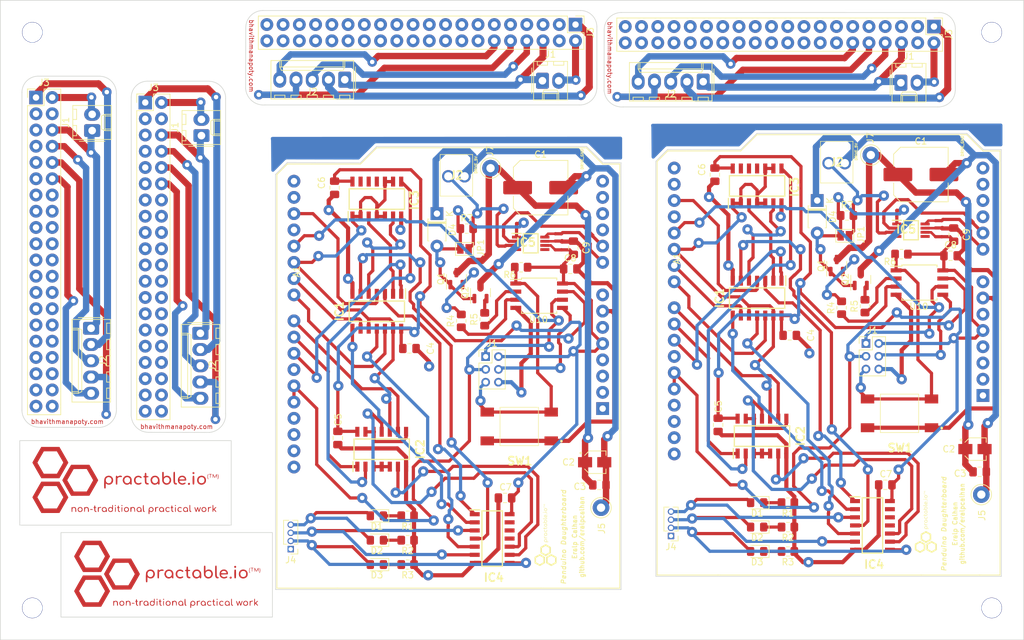
<source format=kicad_pcb>
(kicad_pcb (version 20211014) (generator pcbnew)
  (layers (0 "F.Cu" signal) (31 "B.Cu" signal) (34 "B.Paste" user) (35 "F.Paste" user) (36 "B.SilkS" user "B.Silkscreen") (37 "F.SilkS" user "F.Silkscreen") (38 "B.Mask" user) (39 "F.Mask" user) (44 "Edge.Cuts" user))
  (net 0 "")
  (footprint "Resistor_SMD:R_0805_2012Metric_Pad1.20x1.40mm_HandSolder" (layer "F.Cu") (at 138.997111 130.0476 180)
    (fp_text reference "R1")
    (fp_text value "120")
  )
  (footprint "Connector_Pin:Pin_D1.3mm_L11.0mm" (layer "F.Cu") (at 228.686111 126.72556)
    (fp_text reference "J5")
    (fp_text value "DRIVE_GND")
  )
  (footprint "Resistor_SMD:R_0805_2012Metric_Pad1.20x1.40mm_HandSolder" (layer "F.Cu") (at 198.453111 127.99556 180)
    (fp_text reference "R1")
    (fp_text value "120")
  )
  (footprint "ICPINS:SOIC127P600X175-14N" (layer "F.Cu") (at 152.212111 133.6036)
    (fp_text reference "IC4")
    (fp_text value "OR " hide)
  )
  (footprint "000_Graphics_Immo:practactable.io_text_30x11_SM" (layer "F.Cu") (at 101.274111 139.21156)
    (fp_text reference "G***" hide)
    (fp_text value "LOGO" hide)
  )
  (footprint "Connector_Pin:Pin_D1.3mm_L11.0mm" (layer "F.Cu") (at 211.414111 73.63956)
    (fp_text reference "J7")
    (fp_text value "DRIVE_5V_IN")
  )
  (footprint "Package_TO_SOT_SMD:SOT-23" (layer "F.Cu") (at 209.839311 93.09596 90)
    (fp_text reference "Q2")
    (fp_text value "BC547")
  )
  (footprint "000_Graphics_Immo:practactable.io_text_30x11_SM" (layer "F.Cu") (at 94.754157 124.547583)
    (fp_text reference "G***" hide)
    (fp_text value "LOGO" hide)
  )
  (footprint "Connector_Molex:Molex_KK-254_AE-6410-02A_1x02_P2.54mm_Vertical" (layer "F.Cu") (at 106.758111 70.60456 90)
    (fp_text reference "J1")
    (fp_text value "Fan")
  )
  (footprint "Connector_Molex:Molex_KK-254_AE-6410-02A_1x02_P2.54mm_Vertical" (layer "F.Cu") (at 216.110965 62.33454)
    (fp_text reference "J1")
    (fp_text value "Fan")
  )
  (footprint "Diode_THT:D_T-1_P5.08mm_Horizontal" (layer "F.Cu") (at 203.032111 80.75156 -90)
    (fp_text reference "D4")
    (fp_text value "1N4002")
  )
  (footprint "NetTie:NetTie-2_SMD_Pad0.5mm" (layer "F.Cu") (at 213.192111 85.83156)
    (fp_text reference "NT4" hide)
    (fp_text value "NetTie_2")
  )
  (footprint "Connector_Molex:Molex_KK-254_AE-6410-05A_1x05_P2.54mm_Vertical" (layer "F.Cu") (at 106.592111 101.51056 -90)
    (fp_text reference "J2")
    (fp_text value "Arduino Serial")
  )
  (footprint "Connector_Molex:Molex_KK-254_AE-6410-05A_1x05_P2.54mm_Vertical" (layer "F.Cu") (at 129.165111 61.85956 180)
    (fp_text reference "J2")
    (fp_text value "Arduino Serial")
  )
  (footprint "Capacitor_SMD:C_Elec_8x10.2" (layer "F.Cu") (at 159.788111 78.7396)
    (fp_text reference "C1")
    (fp_text value "470u")
  )
  (footprint "Resistor_SMD:R_0805_2012Metric_Pad1.20x1.40mm_HandSolder" (layer "F.Cu") (at 138.997111 137.6676 180)
    (fp_text reference "R3")
    (fp_text value "120")
  )
  (footprint "Capacitor_SMD:C_0805_2012Metric_Pad1.18x1.45mm_HandSolder" (layer "F.Cu") (at 223.881611 89.38756)
    (fp_text reference "C8")
    (fp_text value "100nF")
  )
  (footprint "ICPINS:SOIC127P600X175-14N" (layer "F.Cu") (at 193.634111 96.01306 -90)
    (fp_text reference "IC1")
    (fp_text value "AND GATES" hide)
  )
  (footprint "LED_SMD:LED_0805_2012Metric_Pad1.15x1.40mm_HandSolder" (layer "F.Cu") (at 134.187111 130.0476 180)
    (fp_text reference "D1")
    (fp_text value "LED")
  )
  (footprint "Resistor_SMD:R_0805_2012Metric_Pad1.20x1.40mm_HandSolder" (layer "F.Cu") (at 151.044872 99.3136 -90)
    (fp_text reference "R5")
    (fp_text value "2k2")
  )
  (footprint "000_Graphics_Immo:practactable.io_text_10x4" (layer "F.Cu") (at 220.050111 131.04356 90)
    (fp_text reference "G***" hide)
    (fp_text value "LOGO" hide)
  )
  (footprint "Capacitor_SMD:C_0805_2012Metric_Pad1.18x1.45mm_HandSolder" (layer "F.Cu") (at 213.678611 125.20156 180)
    (fp_text reference "C7")
    (fp_text value "100nF")
  )
  (footprint "Sensor_Current:SOP65P490X110-8N" (layer "F.Cu") (at 158.234111 87.4466)
    (fp_text reference "IC5")
    (fp_text value "MAX9928FAUA+" hide)
  )
  (footprint "Resistor_SMD:R_0805_2012Metric_Pad1.20x1.40mm_HandSolder" (layer "F.Cu") (at 156.746611 91.1856)
    (fp_text reference "R6")
    (fp_text value "100k")
  )
  (footprint "ICPINS:SOIC127P600X175-14N" (layer "F.Cu") (at 211.668111 131.55156)
    (fp_text reference "IC4")
    (fp_text value "OR " hide)
  )
  (footprint "Capacitor_SMD:C_0805_2012Metric_Pad1.18x1.45mm_HandSolder" (layer "F.Cu") (at 139.279611 103.8856)
    (fp_text reference "C4")
    (fp_text value "100nF")
  )
  (footprint "NetTie:NetTie-2_SMD_Pad0.5mm" (layer "F.Cu") (at 222.016111 86.41056)
    (fp_text reference "NT1" hide)
    (fp_text value "NetTie_2")
  )
  (footprint "LED_SMD:LED_0805_2012Metric_Pad1.15x1.40mm_HandSolder" (layer "F.Cu") (at 134.187111 133.8576 180)
    (fp_text reference "D2")
    (fp_text value "LED")
  )
  (footprint "NetTie:NetTie-2_SMD_Pad0.5mm" (layer "F.Cu") (at 222.008111 83.89596)
    (fp_text reference "NT6" hide)
    (fp_text value "NetTie_2")
  )
  (footprint "ICPINS:SOIC127P600X175-14N" (layer "F.Cu") (at 134.940111 119.6336 90)
    (fp_text reference "IC2")
    (fp_text value "NAND (Used as AND)" hide)
  )
  (footprint "NetTie:NetTie-2_SMD_Pad0.5mm" (layer "F.Cu") (at 222.008111 85.03896)
    (fp_text reference "NT2" hide)
    (fp_text value "NetTie_2")
  )
  (footprint "Package_TO_SOT_SMD:SOT-23" (layer "F.Cu") (at 206.080111 90.91156 90)
    (fp_text reference "Q1")
    (fp_text value "BC557")
  )
  (footprint "Connector_PinHeader_2.54mm:PinHeader_2x20_P2.54mm_Vertical" (layer "F.Cu") (at 80.890455 64.647735)
    (fp_text reference "J3")
    (fp_text value "Pi Header")
  )
  (footprint "NetTie:NetTie-2_SMD_Pad0.5mm" (layer "F.Cu") (at 153.736111 87.8836)
    (fp_text reference "NT4" hide)
    (fp_text value "NetTie_2")
  )
  (footprint "ICPINS:SOIC127P600X175-14N" (layer "F.Cu") (at 194.396111 117.58156 90)
    (fp_text reference "IC2")
    (fp_text value "NAND (Used as AND)" hide)
  )
  (footprint "Capacitor_SMD:CP_Elec_3x5.3" (layer "F.Cu") (at 227.694111 119.61356)
    (fp_text reference "C2")
    (fp_text value "10u")
  )
  (footprint "NetTie:NetTie-2_SMD_Pad0.5mm" (layer "F.Cu") (at 162.560111 88.4626)
    (fp_text reference "NT1" hide)
    (fp_text value "NetTie_2")
  )
  (footprint "Connector_Molex:RSPROPenduinoTerminal" (layer "F.Cu") (at 147.894111 76.9616 180)
    (fp_text reference "J2")
    (fp_text value "Coil" hide)
  )
  (footprint "NetTie:NetTie-2_SMD_Pad0.5mm" (layer "F.Cu") (at 153.990111 85.0896 -90)
    (fp_text reference "NT3" hide)
    (fp_text value "NetTie_2")
  )
  (footprint "Audio_Module:Infineon Motor Sheild hiddenPins" (layer "F.Cu") (at 209.255111 130.91656 180)
    (fp_text reference "A1")
    (fp_text value "Infineon Motor Shield MOD" hide)
  )
  (footprint "Button_Switch_SMD:13019319" (layer "F.Cu") (at 157.292111 116.0776 180)
    (fp_text reference "SW1")
    (fp_text value "SW_Push" hide)
  )
  (footprint "Package_TO_SOT_SMD:SOT-23" (layer "F.Cu") (at 146.624111 92.9636 90)
    (fp_text reference "Q1")
    (fp_text value "BC557")
  )
  (footprint "Package_SO:SOIC-8W_5.3x5.3mm_P1.27mm" (layer "F.Cu") (at 159.556611 95.6306)
    (fp_text reference "U10")
    (fp_text value "ATtiny85-20S")
  )
  (footprint "Connector_PinHeader_2.54mm:PinHeader_2x20_P2.54mm_Vertical" (layer "F.Cu") (at 165.244111 53.24156 -90)
    (fp_text reference "J3")
    (fp_text value "Pi Header")
  )
  (footprint "Connector_Molex:RSPROPenduinoTerminal" (layer "F.Cu") (at 207.350111 74.90956 180)
    (fp_text reference "J2")
    (fp_text value "Coil" hide)
  )
  (footprint "Resistor_SMD:R_0805_2012Metric_Pad1.20x1.40mm_HandSolder" (layer "F.Cu") (at 206.842111 97.51556 -90)
    (fp_text reference "R4")
    (fp_text value "2k2")
  )
  (footprint "Connector_Molex:Molex_KK-254_AE-6410-05A_1x05_P2.54mm_Vertical" (layer "F.Cu") (at 89.508455 100.726735 -90)
    (fp_text reference "J2")
    (fp_text value "Arduino Serial")
  )
  (footprint "Resistor_SMD:R_0805_2012Metric_Pad1.20x1.40mm_HandSolder" (layer "F.Cu") (at 198.453111 135.61556 180)
    (fp_text reference "R3")
    (fp_text value "120")
  )
  (footprint "Connector_Molex:Molex_KK-254_AE-6410-02A_1x02_P2.54mm_Vertical" (layer "F.Cu") (at 160.071111 62.02556)
    (fp_text reference "J1")
    (fp_text value "Fan")
  )
  (footprint "Resistor_SMD:R_0805_2012Metric_Pad1.20x1.40mm_HandSolder" (layer "F.Cu") (at 147.386111 99.5676 -90)
    (fp_text reference "R4")
    (fp_text value "2k2")
  )
  (footprint "Connector_Molex:Molex_KK-254_AE-6410-02A_1x02_P2.54mm_Vertical" (layer "F.Cu") (at 89.674455 69.820735 90)
    (fp_text reference "J1")
    (fp_text value "Fan")
  )
  (footprint "Capacitor_SMD:CP_Elec_3x5.3" (layer "F.Cu") (at 168.238111 121.6656)
    (fp_text reference "C2")
    (fp_text value "10u")
  )
  (footprint "Capacitor_SMD:C_0805_2012Metric_Pad1.18x1.45mm_HandSolder" (layer "F.Cu") (at 128.082111 117.8771 -90)
    (fp_text reference "C5")
    (fp_text value "100nF")
  )
  (footprint "ICPINS:SOIC127P600X175-14N" (layer "F.Cu") (at 134.178111 80.5176 90)
    (fp_text reference "IC3")
    (fp_text value "NAND (Used as Inverter)" hide)
  )
  (footprint "Diode_THT:D_T-1_P5.08mm_Horizontal" (layer "F.Cu") (at 143.576111 82.8036 -90)
    (fp_text reference "D4")
    (fp_text value "1N4002")
  )
  (footprint "Capacitor_SMD:C_0805_2012Metric_Pad1.18x1.45mm_HandSolder" (layer "F.Cu") (at 198.735611 101.83356)
    (fp_text reference "C4")
    (fp_text value "100nF")
  )
  (footprint "MountingHole:MountingHole_3.2mm_M3" (layer "F.Cu") (at 80.314111 144.45156)
    (fp_text reference "REF**" hide)
    (fp_text value "MountingHole_3.2mm_M3" hide)
  )
  (footprint "NetTie:NetTie-2_SMD_Pad0.5mm" (layer "F.Cu") (at 215.478111 82.78356 -90)
    (fp_text reference "NT5" hide)
    (fp_text value "NetTie_2")
  )
  (footprint "MountingHole:MountingHole_3.2mm_M3" (layer "F.Cu") (at 230.314111 54.45156)
    (fp_text reference "REF**" hide)
    (fp_text value "MountingHole_3.2mm_M3" hide)
  )
  (footprint "Connector_Pin:Pin_D1.3mm_L11.0mm" (layer "F.Cu") (at 169.230111 128.7776)
    (fp_text reference "J5")
    (fp_text value "DRIVE_GND")
  )
  (footprint "Connector_PinHeader_2.00mm:PinHeader_2x03_P2.00mm_Vertical" (layer "F.Cu") (at 151.196111 105.1556)
    (fp_text reference "J1")
    (fp_text value "AVR-ISP-6")
  )
  (footprint "Connector_PinHeader_2.00mm:PinHeader_2x03_P2.00mm_Vertical" (layer "F.Cu") (at 210.652111 103.10356)
    (fp_text reference "J1")
    (fp_text value "AVR-ISP-6")
  )
  (footprint "Package_TO_SOT_SMD:SOT-23" (layer "F.Cu") (at 150.383311 95.148 90)
    (fp_text reference "Q2")
    (fp_text value "BC547")
  )
  (footprint "Capacitor_SMD:C_0805_2012Metric_Pad1.18x1.45mm_HandSolder" (layer "F.Cu") (at 187.030111 76.70906 -90)
    (fp_text reference "C6")
    (fp_text value "100nF")
  )
  (footprint "Resistor_SMD:R_0805_2012Metric_Pad1.20x1.40mm_HandSolder" (layer "F.Cu") (at 207.690872 83.090821)
    (fp_text reference "R7")
    (fp_text value "10R")
  )
  (footprint "NetTie:NetTie-2_SMD_Pad0.5mm" (layer "F.Cu") (at 162.552111 85.948)
    (fp_text reference "NT6" hide)
    (fp_text value "NetTie_2")
  )
  (footprint "Connector_PinHeader_1.27mm:PinHeader_1x04_P1.27mm_Vertical" (layer "F.Cu") (at 120.716111 135.2496 180)
    (fp_text reference "J4")
    (fp_text value "Conn_01x04")
  )
  (footprint "LED_SMD:LED_0805_2012Metric_Pad1.15x1.40mm_HandSolder" (layer "F.Cu") (at 193.643111 135.61556 180)
    (fp_text reference "D3")
    (fp_text value "LED")
  )
  (footprint "Resistor_SMD:R_0805_2012Metric_Pad1.20x1.40mm_HandSolder" (layer "F.Cu") (at 138.997111 133.8576 180)
    (fp_text reference "R2")
    (fp_text value "120")
  )
  (footprint "Capacitor_SMD:C_0805_2012Metric_Pad1.18x1.45mm_HandSolder" (layer "F.Cu") (at 228.432111 123.16956)
    (fp_text reference "C3")
    (fp_text value "0.1u")
  )
  (footprint "Resistor_SMD:R_0805_2012Metric_Pad1.20x1.40mm_HandSolder" (layer "F.Cu") (at 148.234872 85.142861)
    (fp_text reference "R7")
    (fp_text value "10R")
  )
  (footprint "ICPINS:SOIC127P600X175-14N" (layer "F.Cu") (at 193.634111 78.46556 90)
    (fp_text reference "IC3")
    (fp_text value "NAND (Used as Inverter)" hide)
  )
  (footprint "LED_SMD:LED_0805_2012Metric_Pad1.15x1.40mm_HandSolder" (layer "F.Cu") (at 193.643111 131.80556 180)
    (fp_text reference "D2")
    (fp_text value "LED")
  )
  (footprint "NetTie:NetTie-2_SMD_Pad0.5mm" (layer "F.Cu") (at 156.022111 84.8356 -90)
    (fp_text reference "NT5" hide)
    (fp_text value "NetTie_2")
  )
  (footprint "NetTie:NetTie-2_SMD_Pad0.5mm" (layer "F.Cu") (at 162.552111 87.091)
    (fp_text reference "NT2" hide)
    (fp_text value "NetTie_2")
  )
  (footprint "000_Graphics_Immo:practactable.io_text_10x4" (layer "F.Cu") (at 160.594111 133.0956 90)
    (fp_text reference "G***" hide)
    (fp_text value "LOGO" hide)
  )
  (footprint "Connector_PinHeader_2.54mm:PinHeader_2x20_P2.54mm_Vertical" (layer "F.Cu") (at 221.283965 53.55054 -90)
    (fp_text reference "J3")
    (fp_text value "Pi Header")
  )
  (footprint "Jumper:SolderJumper-2_P1.3mm_Open_Pad1.0x1.5mm" (layer "F.Cu") (at 207.340872 86.265821)
    (fp_text reference "JP1")
    (fp_text value "Shunt Bypass")
  )
  (footprint "Resistor_SMD:R_0805_2012Metric_Pad1.20x1.40mm_HandSolder" (layer "F.Cu") (at 198.453111 131.80556 180)
    (fp_text reference "R2")
    (fp_text value "120")
  )
  (footprint "Capacitor_SMD:C_0805_2012Metric_Pad1.18x1.45mm_HandSolder" (layer "F.Cu") (at 187.538111 115.82506 -90)
    (fp_text reference "C5")
    (fp_text value "100nF")
  )
  (footprint "LED_SMD:LED_0805_2012Metric_Pad1.15x1.40mm_HandSolder" (layer "F.Cu") (at 134.187111 137.6676 180)
    (fp_text reference "D3")
    (fp_text value "LED")
  )
  (footprint "Button_Switch_SMD:13019319" (layer "F.Cu") (at 216.748111 114.02556 180)
    (fp_text reference "SW1")
    (fp_text value "SW_Push" hide)
  )
  (footprint "Capacitor_SMD:C_0805_2012Metric_Pad1.18x1.45mm_HandSolder" (layer "F.Cu") (at 224.368111 86.08556 90)
    (fp_text reference "C9")
    (fp_text value "0.1uF")
  )
  (footprint "Package_SO:SOIC-8W_5.3x5.3mm_P1.27mm" (layer "F.Cu") (at 219.012611 93.57856)
    (fp_text reference "U10")
    (fp_text value "ATtiny85-20S")
  )
  (footprint "Capacitor_SMD:C_0805_2012Metric_Pad1.18x1.45mm_HandSolder" (layer "F.Cu") (at 127.574111 78.7611 -90)
    (fp_text reference "C6")
    (fp_text value "100nF")
  )
  (footprint "Connector_PinHeader_1.27mm:PinHeader_1x04_P1.27mm_Vertical" (layer "F.Cu") (at 180.172111 133.19756 180)
    (fp_text reference "J4")
    (fp_text value "Conn_01x04")
  )
  (footprint "MountingHole:MountingHole_3.2mm_M3" (layer "F.Cu") (at 80.314111 54.45156)
    (fp_text reference "REF**" hide)
    (fp_text value "MountingHole_3.2mm_M3" hide)
  )
  (footprint "Capacitor_SMD:C_0805_2012Metric_Pad1.18x1.45mm_HandSolder" (layer "F.Cu") (at 168.976111 125.2216)
    (fp_text reference "C3")
    (fp_text value "0.1u")
  )
  (footprint "Jumper:SolderJumper-2_P1.3mm_Open_Pad1.0x1.5mm" (layer "F.Cu") (at 147.884872 88.317861)
    (fp_text reference "JP1")
    (fp_text value "Shunt Bypass")
  )
  (footprint "MountingHole:MountingHole_3.2mm_M3" (layer "F.Cu") (at 230.314111 144.45156)
    (fp_text reference "REF**" hide)
    (fp_text value "MountingHole_3.2mm_M3" hide)
  )
  (footprint "NetTie:NetTie-2_SMD_Pad0.5mm" (layer "F.Cu") (at 213.446111 83.03756 -90)
    (fp_text reference "NT3" hide)
    (fp_text value "NetTie_2")
  )
  (footprint "Connector_Molex:Molex_KK-254_AE-6410-05A_1x05_P2.54mm_Vertical" (layer "F.Cu") (at 185.204965 62.16854 180)
    (fp_text reference "J2")
    (fp_text value "Arduino Serial")
  )
  (footprint "Capacitor_SMD:C_0805_2012Metric_Pad1.18x1.45mm_HandSolder" (layer "F.Cu") (at 154.222611 127.2536 180)
    (fp_text reference "C7")
    (fp_text value "100nF")
  )
  (footprint "ICPINS:SOIC127P600X175-14N" (layer "F.Cu") (at 134.178111 98.0651 -90)
    (fp_text reference "IC1")
    (fp_text value "AND GATES" hide)
  )
  (footprint "Sensor_Current:SOP65P490X110-8N" (layer "F.Cu") (at 217.690111 85.39456)
    (fp_text reference "IC5")
    (fp_text value "MAX9928FAUA+" hide)
  )
  (footprint "Audio_Module:Infineon Motor Sheild hiddenPins" (layer "F.Cu") (at 149.799111 132.9686 180)
    (fp_text reference "A1")
    (fp_text value "Infineon Motor Shield MOD" hide)
  )
  (footprint "Capacitor_SMD:C_0805_2012Metric_Pad1.18x1.45mm_HandSolder" (layer "F.Cu") (at 164.912111 88.1376 90)
    (fp_text reference "C9")
    (fp_text value "0.1uF")
  )
  (footprint "Capacitor_SMD:C_0805_2012Metric_Pad1.18x1.45mm_HandSolder" (layer "F.Cu") (at 164.425611 91.4396)
    (fp_text reference "C8")
    (fp_text value "100nF")
  )
  (footprint "Capacitor_SMD:C_Elec_8x10.2" (layer "F.Cu") (at 219.244111 76.68756)
    (fp_text reference "C1")
    (fp_text value "470u")
  )
  (footprint "Resistor_SMD:R_0805_2012Metric_Pad1.20x1.40mm_HandSolder" (layer "F.Cu") (at 210.500872 97.26156 -90)
    (fp_text reference "R5")
    (fp_text value "2k2")
  )
  (footprint "Resistor_SMD:R_0805_2012Metric_Pad1.20x1.40mm_HandSolder" (layer "F.Cu") (at 216.202611 89.13356)
    (fp_text reference "R6")
    (fp_text value "100k")
  )
  (footprint "Connector_PinHeader_2.54mm:PinHeader_2x20_P2.54mm_Vertical" (layer "F.Cu") (at 97.974111 65.43156)
    (fp_text reference "J3")
    (fp_text value "Pi Header")
  )
  (footprint "LED_SMD:LED_0805_2012Metric_Pad1.15x1.40mm_HandSolder" (layer "F.Cu") (at 193.643111 127.99556 180)
    (fp_text reference "D1")
    (fp_text value "LED")
  )
  (footprint "Connector_Pin:Pin_D1.3mm_L11.0mm" (layer "F.Cu") (at 151.958111 75.6916)
    (fp_text reference "J7")
    (fp_text value "DRIVE_5V_IN")
  )
  (gr_arc (start 116.670111 65.80856) (mid 114.64406 65.15988) (end 113.670111 63.26856) (layer "Edge.Cuts") (width 0.1))
  (gr_line (start 90.910455 116.222735) (end 81.443506 116.204684) (layer "Edge.Cuts") (width 0.1))
  (gr_line (start 221.859965 66.11754) (end 172.709965 66.11754) (layer "Edge.Cuts") (width 0.1))
  (gr_line (start 191.058111 72.79956) (end 179.628111 72.77956) (layer "Edge.Cuts") (width 0.1))
  (gr_arc (start 93.457455 113.221735) (mid 92.808788 115.247815) (end 90.917455 116.221735) (layer "Edge.Cuts") (width 0.1))
  (gr_line (start 177.808111 139.50956) (end 231.798111 139.50956) (layer "Edge.Cuts") (width 0.1))
  (gr_line (start 177.798111 74.61956) (end 177.808111 139.50956) (layer "Edge.Cuts") (width 0.1))
  (gr_line (start 193.598111 70.25956) (end 191.058111 72.79956) (layer "Edge.Cuts") (width 0.1))
  (gr_line (start 172.342111 141.5616) (end 172.362111 141.5616) (layer "Edge.Cuts") (width 0.1))
  (gr_line (start 81.237455 61.310735) (end 90.931455 61.311735) (layer "Edge.Cuts") (width 0.1))
  (gr_line (start 165.820111 65.80856) (end 116.670111 65.80856) (layer "Edge.Cuts") (width 0.1))
  (gr_rect locked (start 75.314111 49.45156) (end 235.314111 149.45156) (layer "Edge.Cuts") (width 0.1) (fill none))
  (gr_line (start 172.362111 141.5616) (end 172.352111 74.8616) (layer "Edge.Cuts") (width 0.1))
  (gr_arc (start 95.781111 64.63456) (mid 96.52506 62.838509) (end 98.321111 62.09456) (layer "Edge.Cuts") (width 0.1))
  (gr_line (start 120.172111 74.8316) (end 118.362111 76.6516) (layer "Edge.Cuts") (width 0.1))
  (gr_line (start 231.818111 139.50956) (end 231.808111 72.80956) (layer "Edge.Cuts") (width 0.1))
  (gr_rect (start 78.354111 118.29156) (end 111.414111 131.51156) (layer "Edge.Cuts") (width 0.1) (fill none))
  (gr_arc (start 172.709965 66.11754) (mid 170.683949 65.46884) (end 169.709965 63.57754) (layer "Edge.Cuts") (width 0.1))
  (gr_line (start 231.808111 72.80956) (end 231.808111 72.78956) (layer "Edge.Cuts") (width 0.1))
  (gr_line (start 224.620965 53.89754) (end 224.619965 63.59154) (layer "Edge.Cuts") (width 0.1))
  (gr_line (start 78.693506 113.544684) (end 78.697455 63.850735) (layer "Edge.Cuts") (width 0.1))
  (gr_line (start 231.798111 139.50956) (end 231.818111 139.50956) (layer "Edge.Cuts") (width 0.1))
  (gr_arc (start 98.527162 116.988509) (mid 96.601273 116.228038) (end 95.777162 114.328509) (layer "Edge.Cuts") (width 0.1))
  (gr_arc (start 108.001111 62.10556) (mid 109.840655 62.954509) (end 110.541111 64.85556) (layer "Edge.Cuts") (width 0.1))
  (gr_line (start 169.708965 63.57054) (end 169.727016 54.103591) (layer "Edge.Cuts") (width 0.1))
  (gr_arc (start 113.687162 53.794611) (mid 114.447633 51.868722) (end 116.347162 51.044611) (layer "Edge.Cuts") (width 0.1))
  (gr_line (start 116.347162 51.044611) (end 166.041111 51.04856) (layer "Edge.Cuts") (width 0.1))
  (gr_line (start 110.541111 64.85556) (end 110.541111 114.00556) (layer "Edge.Cuts") (width 0.1))
  (gr_line (start 95.777162 114.328509) (end 95.781111 64.63456) (layer "Edge.Cuts") (width 0.1))
  (gr_line (start 177.818111 74.59956) (end 177.798111 74.61956) (layer "Edge.Cuts") (width 0.1))
  (gr_line (start 172.387016 51.353591) (end 222.080965 51.35754) (layer "Edge.Cuts") (width 0.1))
  (gr_arc (start 166.041111 51.04856) (mid 167.837162 51.792509) (end 168.581111 53.58856) (layer "Edge.Cuts") (width 0.1))
  (gr_line (start 168.581111 53.58856) (end 168.580111 63.28256) (layer "Edge.Cuts") (width 0.1))
  (gr_line (start 131.602111 74.8516) (end 120.172111 74.8316) (layer "Edge.Cuts") (width 0.1))
  (gr_arc (start 224.609965 63.57754) (mid 223.76102 65.417079) (end 221.859965 66.11754) (layer "Edge.Cuts") (width 0.1))
  (gr_line (start 169.532111 74.8416) (end 166.982111 72.3116) (layer "Edge.Cuts") (width 0.1))
  (gr_line (start 107.994111 117.00656) (end 98.527162 116.988509) (layer "Edge.Cuts") (width 0.1))
  (gr_arc (start 168.570111 63.26856) (mid 167.721162 65.108104) (end 165.820111 65.80856) (layer "Edge.Cuts") (width 0.1))
  (gr_line (start 118.362111 76.6516) (end 118.342111 76.6716) (layer "Edge.Cuts") (width 0.1))
  (gr_arc (start 169.727016 54.103591) (mid 170.487461 52.177669) (end 172.387016 51.353591) (layer "Edge.Cuts") (width 0.1))
  (gr_line (start 118.342111 76.6716) (end 118.352111 141.5616) (layer "Edge.Cuts") (width 0.1))
  (gr_arc (start 78.697455 63.850735) (mid 79.441415 62.054715) (end 81.237455 61.310735) (layer "Edge.Cuts") (width 0.1))
  (gr_line (start 226.438111 70.25956) (end 193.598111 70.25956) (layer "Edge.Cuts") (width 0.1))
  (gr_line (start 166.982111 72.3116) (end 134.142111 72.3116) (layer "Edge.Cuts") (width 0.1))
  (gr_line (start 93.457455 64.071735) (end 93.457455 113.221735) (layer "Edge.Cuts") (width 0.1))
  (gr_line (start 134.142111 72.3116) (end 131.602111 74.8516) (layer "Edge.Cuts") (width 0.1))
  (gr_line (start 172.352111 74.8416) (end 169.532111 74.8416) (layer "Edge.Cuts") (width 0.1))
  (gr_line (start 172.352111 74.8616) (end 172.352111 74.8416) (layer "Edge.Cuts") (width 0.1))
  (gr_arc (start 81.443506 116.204684) (mid 79.517597 115.444227) (end 78.693506 113.544684) (layer "Edge.Cuts") (width 0.1))
  (gr_arc (start 90.917455 61.321735) (mid 92.75698 62.170697) (end 93.457455 64.071735) (layer "Edge.Cuts") (width 0.1))
  (gr_line (start 228.988111 72.78956) (end 226.438111 70.25956) (layer "Edge.Cuts") (width 0.1))
  (gr_line (start 231.808111 72.78956) (end 228.988111 72.78956) (layer "Edge.Cuts") (width 0.1))
  (gr_rect (start 84.794111 132.66156) (end 117.854111 145.88156) (layer "Edge.Cuts") (width 0.1) (fill none))
  (gr_arc (start 222.080965 51.35754) (mid 223.877053 52.101471) (end 224.620965 53.89754) (layer "Edge.Cuts") (width 0.1))
  (gr_arc (start 110.541111 114.00556) (mid 109.892431 116.031611) (end 108.001111 117.00556) (layer "Edge.Cuts") (width 0.1))
  (gr_line (start 179.628111 72.77956) (end 177.818111 74.59956) (layer "Edge.Cuts") (width 0.1))
  (gr_line (start 113.669111 63.26156) (end 113.687162 53.794611) (layer "Edge.Cuts") (width 0.1))
  (gr_line (start 98.321111 62.09456) (end 108.015111 62.09556) (layer "Edge.Cuts") (width 0.1))
  (gr_line (start 118.352111 141.5616) (end 172.342111 141.5616) (layer "Edge.Cuts") (width 0.1))
  (gr_text "bhavithmanapoty.com" (at 170.606965 58.44854 270) (layer "F.Cu") (effects (font (size 0.7 0.7) (thickness 0.1))))
  (gr_text "bhavithmanapoty.com" (at 85.788455 115.324735) (layer "F.Cu") (effects (font (size 0.7 0.7) (thickness 0.1))))
  (gr_text "bhavithmanapoty.com" (at 102.872111 116.10856) (layer "F.Cu") (effects (font (size 0.7 0.7) (thickness 0.1))))
  (gr_text "bhavithmanapoty.com" (at 114.567111 58.13956 270) (layer "F.Cu") (effects (font (size 0.7 0.7) (thickness 0.1))))
  (gr_text "Penduino Daughterboard" (at 222.844111 131.29756 90) (layer "F.SilkS") (effects (font (size 0.7 0.8) (thickness 0.15) italic)))
  (gr_text "DRIVE_5V" (at 209.128111 73.13156 90) (layer "F.SilkS") (effects (font (size 0.4 0.4) (thickness 0.1))))
  (gr_text "Eralp Calhan\ngithub.com/eralpcalhan\n" (at 225.130111 131.29756 90) (layer "F.SilkS") (effects (font (size 0.7 0.7))))
  (gr_text "Eralp Calhan\ngithub.com/eralpcalhan\n" (at 165.674111 133.3496 90) (layer "F.SilkS") (effects (font (size 0.7 0.7))))
  (gr_text "Penduino Daughterboard" (at 163.388111 133.3496 90) (layer "F.SilkS") (effects (font (size 0.7 0.8) (thickness 0.15) italic)))
  (gr_text "DRIVE_GND" (at 225.739711 72.24256 90) (layer "F.SilkS") (effects (font (size 0.4 0.4) (thickness 0.1))))
  (gr_text "DRIVE_GND" (at 166.283711 74.2946 90) (layer "F.SilkS") (effects (font (size 0.4 0.4) (thickness 0.1))))
  (gr_text "DRIVE_5V" (at 149.672111 75.1836 90) (layer "F.SilkS") (effects (font (size 0.4 0.4) (thickness 0.1))))
  (segment (start 135.448111 96.669122) (end 137.584589 98.8056) (width 0.5) (layer "F.Cu") (net 0))
  (segment (start 225.667622 86.090471) (end 225.917631 86.34048) (width 0.65) (layer "F.Cu") (net 0))
  (segment (start 169.230111 128.7776) (end 170.013611 127.9941) (width 1) (layer "F.Cu") (net 0))
  (segment (start 217.212922 120.265049) (end 218.805511 121.857638) (width 0.5) (layer "F.Cu") (net 0))
  (segment (start 132.908111 95.3401) (end 132.908111 92.344074) (width 0.5) (layer "F.Cu") (net 0))
  (segment (start 150.383311 93.5224) (end 153.228111 90.6776) (width 1) (layer "F.Cu") (net 0))
  (segment (start 129.163722 96.864611) (end 128.109212 95.810101) (width 0.5) (layer "F.Cu") (net 0))
  (segment (start 211.414111 73.63956) (end 211.142611 73.91106) (width 1) (layer "F.Cu") (net 0))
  (segment (start 128.109212 86.723467) (end 124.189345 82.8036) (width 0.5) (layer "F.Cu") (net 0))
  (segment (start 192.876925 112.008352) (end 192.201494 112.008352) (width 0.5) (layer "F.Cu") (net 0))
  (segment (start 162.021511 87.1216) (end 160.446111 87.1216) (width 0.4) (layer "F.Cu") (net 0))
  (segment (start 210.500872 98.26156) (end 210.714406 98.26156) (width 0.5) (layer "F.Cu") (net 0))
  (segment (start 226.654111 113.26356) (end 223.642111 116.27556) (width 0.65) (layer "F.Cu") (net 0))
  (segment (start 225.963602 82.711529) (end 227.399622 84.147549) (width 0.5) (layer "F.Cu") (net 0))
  (segment (start 165.74398 53.24156) (end 167.393622 54.891202) (width 1.1) (layer "F.Cu") (net 0))
  (segment (start 197.444111 93.28806) (end 197.444111 92.01306) (width 0.5) (layer "F.Cu") (net 0))
  (segment (start 211.414111 73.63956) (end 212.596111 73.63956) (width 1) (layer "F.Cu") (net 0))
  (segment (start 180.680111 110.21156) (end 180.680111 107.67156) (width 0.5) (layer "F.Cu") (net 0))
  (segment (start 223.860111 97.864219) (end 223.860111 96.68106) (width 0.5) (layer "F.Cu") (net 0))
  (segment (start 169.738111 118.1096) (end 170.246111 117.6016) (width 1) (layer "F.Cu") (net 0))
  (segment (start 201.965722 87.239354) (end 200.492111 85.765743) (width 0.5) (layer "F.Cu") (net 0))
  (segment (start 151.958111 75.6916) (end 151.686611 75.9631) (width 1) (layer "F.Cu") (net 0))
  (segment (start 214.716111 125.20156) (end 214.716111 127.41856) (width 0.5) (layer "F.Cu") (net 0))
  (segment (start 215.644111 76.68756) (end 218.4586 79.502049) (width 1) (layer "F.Cu") (net 0))
  (segment (start 205.810111 95.48356) (end 206.842111 96.51556) (width 0.5) (layer "F.Cu") (net 0))
  (segment (start 222.336111 101.205085) (end 222.051599 100.920573) (width 0.5) (layer "F.Cu") (net 0))
  (segment (start 139.38341 95.071694) (end 139.38341 96.434204) (width 0.5) (layer "F.Cu") (net 0))
  (segment (start 161.369111 87.7716) (end 162.060111 88.4626) (width 0.4) (layer "F.Cu") (net 0))
  (segment (start 148.481631 101.66312) (end 151.908886 101.66312) (width 0.5) (layer "F.Cu") (net 0))
  (segment (start 202.524111 128.73206) (end 202.524111 128.590638) (width 0.5) (layer "F.Cu") (net 0))
  (segment (start 187.538111 114.78756) (end 187.538111 107.75054) (width 0.5) (layer "F.Cu") (net 0))
  (segment (start 153.185111 135.194622) (end 153.185111 127.2536) (width 0.65) (layer "F.Cu") (net 0))
  (segment (start 183.635108 130.30706) (end 183.474111 130.468057) (width 0.5) (layer "F.Cu") (net 0))
  (segment (start 164.308611 88.4626) (end 165.092111 89.2461) (width 0.5) (layer "F.Cu") (net 0))
  (segment (start 149.234872 85.142861) (end 149.234872 83.400165) (width 0.5) (layer "F.Cu") (net 0))
  (segment (start 162.052111 85.948) (end 160.969711 85.948) (width 0.4) (layer "F.Cu") (net 0))
  (segment (start 148.618819 90.197134) (end 150.582274 90.197134) (width 1) (layer "F.Cu") (net 0))
  (segment (start 137.988111 94.0651) (end 137.861211 93.9382) (width 0.5) (layer "F.Cu") (net 0))
  (segment (start 207.030111 91.84906) (end 207.030111 91.734682) (width 0.5) (layer "F.Cu") (net 0))
  (segment (start 134.940111 115.579578) (end 133.420925 114.060392) (width 0.5) (layer "F.Cu") (net 0))
  (segment (start 167.706111 101.3456) (end 169.484111 103.1236) (width 0.5) (layer "F.Cu") (net 0))
  (segment (start 157.025233 84.3356) (end 157.137677 84.223156) (width 0.5) (layer "F.Cu") (net 0))
  (segment (start 213.663965 57.97554) (end 211.545965 60.09354) (width 1) (layer "F.Cu") (net 0))
  (segment (start 199.453111 127.039226) (end 198.206111 125.792226) (width 0.65) (layer "F.Cu") (net 0))
  (segment (start 216.203965 56.09054) (end 216.203965 58.62054) (width 1.1) (layer "F.Cu") (net 0))
  (segment (start 220.989911 94.79776) (end 221.574111 94.21356) (width 0.5) (layer "F.Cu") (net 0))
  (segment (start 144.389011 136.1436) (end 144.338111 136.0927) (width 0.5) (layer "F.Cu") (net 0))
  (segment (start 150.966133 137.4136) (end 153.185111 135.194622) (width 0.65) (layer "F.Cu") (net 0))
  (segment (start 167.943622 86.343111) (end 169.484111 87.8836) (width 0.5) (layer "F.Cu") (net 0))
  (segment (start 226.194111 119.61356) (end 226.194111 116.26356) (width 1) (layer "F.Cu") (net 0))
  (segment (start 171.101133 115.3156) (end 167.198111 115.3156) (width 0.65) (layer "F.Cu") (net 0))
  (segment (start 167.393622 54.891202) (end 167.393622 63.012049) (width 1.1) (layer "F.Cu") (net 0))
  (segment (start 160.446111 87.7716) (end 161.369111 87.7716) (width 0.4) (layer "F.Cu") (net 0))
  (segment (start 208.583965 57.195872) (end 207.308277 58.47156) (width 1) (layer "F.Cu") (net 0))
  (segment (start 188.619722 94.812571) (end 187.565212 93.758061) (width 0.5) (layer "F.Cu") (net 0))
  (segment (start 214.716111 127.41856) (end 214.393111 127.74156) (width 0.5) (layer "F.Cu") (net 0))
  (segment (start 194.904111 78.591538) (end 194.904111 75.74056) (width 0.5) (layer "F.Cu") (net 0))
  (segment (start 133.982622 96.864611) (end 129.163722 96.864611) (width 0.5) (layer "F.Cu") (net 0))
  (segment (start 218.805511 121.857638) (end 218.805511 129.358282) (width 0.5) (layer "F.Cu") (net 0))
  (segment (start 169.738111 121.6656) (end 169.738111 118.1096) (width 1) (layer "F.Cu") (net 0))
  (segment (start 144.85011 124.175821) (end 149.35049 124.175821) (width 0.5) (layer "F.Cu") (net 0))
  (segment (start 221.283965 56.09054) (end 221.283965 62.18454) (width 1.1) (layer "F.Cu") (net 0))
  (segment (start 230.557133 113.26356) (end 226.654111 113.26356) (width 0.65) (layer "F.Cu") (net 0))
  (segment (start 202.189973 124.239918) (end 204.30611 122.123781) (width 0.5) (layer "F.Cu") (net 0))
  (segment (start 162.595599 102.972613) (end 162.595599 101.688963) (width 0.5) (layer "F.Cu") (net 0))
  (segment (start 182.966111 97.51556) (end 190.094591 104.64404) (width 0.5) (layer "F.Cu") (net 0))
  (segment (start 214.716111 125.20156) (end 215.754099 124.163572) (width 0.5) (layer "F.Cu") (net 0))
  (segment (start 83.430455 69.727735) (end 85.960455 69.727735) (width 1.1) (layer "F.Cu") (net 0))
  (segment (start 149.433311 96.0855) (end 147.748898 96.0855) (width 0.5) (layer "F.Cu") (net 0))
  (segment (start 158.35 124.323689) (end 158.35 130.996311) (width 0.5) (layer "F.Cu") (net 0))
  (segment (start 137.861211 93.9382) (end 137.861211 90.775579) (width 0.5) (layer "F.Cu") (net 0))
  (segment (start 156.022111 87.1216) (end 154.809611 87.1216) (width 0.5) (layer "F.Cu") (net 0))
  (segment (start 154.502589 96.2656) (end 155.906611 96.2656) (width 0.5) (layer "F.Cu") (net 0))
  (segment (start 191.119611 130.30706) (end 183.635108 130.30706) (width 0.5) (layer "F.Cu") (net 0))
  (segment (start 152.986111 87.6336) (end 152.986111 83.0456) (width 0.5) (layer "F.Cu") (net 0))
  (segment (start 215.722133 132.82156) (end 214.393111 132.82156) (width 0.5) (layer "F.Cu") (net 0))
  (segment (start 157.342911 123.3166) (end 158.35 124.323689) (width 0.5) (layer "F.Cu") (net 0))
  (segment (start 149.487111 132.3336) (end 146.878111 132.3336) (width 0.5) (layer "F.Cu") (net 0))
  (segment (start 203.845011 134.09156) (end 203.794111 134.04066) (width 0.5) (layer "F.Cu") (net 0))
  (segment (start 131.638111 83.2426) (end 131.638111 80.9748) (width 0.5) (layer "F.Cu") (net 0))
  (segment (start 153.990111 84.5896) (end 155.906056 82.673655) (width 0.5) (layer "F.Cu") (net 0))
  (segment (start 153.990111 86.3021) (end 153.990111 85.5896) (width 0.5) (layer "F.Cu") (net 0))
  (segment (start 213.11958 100.610591) (end 205.873142 100.610591) (width 0.5) (layer "F.Cu") (net 0))
  (segment (start 102.895131 79.40754) (end 102.895111 79.40756) (width 1) (layer "F.Cu") (net 0))
  (segment (start 212.358344 94.400271) (end 213.815055 92.94356) (width 0.5) (layer "F.Cu") (net 0))
  (segment (start 189.468511 125.20156) (end 191.348111 125.20156) (width 0.5) (layer "F.Cu") (net 0))
  (segment (start 184.196099 127.48756) (end 183.308567 128.375092) (width 0.5) (layer "F.Cu") (net 0))
  (segment (start 129.682311 85.0642) (end 126.862911 82.2448) (width 0.65) (layer "F.Cu") (net 0))
  (segment (start 166.461631 90.44108) (end 165.463111 91.4396) (width 0.65) (layer "F.Cu") (net 0))
  (segment (start 103.044111 70.51156) (end 106.581111 74.04856) (width 1.1) (layer "F.Cu") (net 0))
  (segment (start 162.595599 101.688963) (end 163.503275 100.781287) (width 0.5) (layer "F.Cu") (net 0))
  (segment (start 165.345924 81.554089) (end 166.819105 83.02727) (width 1) (layer "F.Cu") (net 0))
  (segment (start 215.917622 130.832649) (end 215.917622 132.626071) (width 0.5) (layer "F.Cu") (net 0))
  (segment (start 101.619443 78.13156) (end 102.895131 79.407248) (width 1) (layer "F.Cu") (net 0))
  (segment (start 146.083249 122.317089) (end 157.756922 122.317089) (width 0.5) (layer "F.Cu") (net 0))
  (segment (start 145.797393 103.456404) (end 145.797393 118.515498) (width 0.5) (layer "F.Cu") (net 0))
  (segment (start 220.558111 101.55406) (end 220.558111 98.974894) (width 0.5) (layer "F.Cu") (net 0))
  (segment (start 156.188111 78.7396) (end 159.0026 81.554089) (width 1) (layer "F.Cu") (net 0))
  (segment (start 209.665711 121.26456) (end 216.798911 121.26456) (width 0.5) (layer "F.Cu") (net 0))
  (segment (start 132.908111 99.461078) (end 133.1036 99.265589) (width 0.5) (layer "F.Cu") (net 0))
  (segment (start 130.638591 106.69608) (end 133.416111 106.69608) (width 0.5) (layer "F.Cu") (net 0))
  (segment (start 135.448111 95.3401) (end 135.448111 96.669122) (width 0.5) (layer "F.Cu") (net 0))
  (segment (start 217.705591 97.82654) (end 217.705591 102.66404) (width 0.65) (layer "F.Cu") (net 0))
  (segment (start 128.521111 122.3586) (end 126.558111 120.3956) (width 0.5) (layer "F.Cu") (net 0))
  (segment (start 134.178111 81.913578) (end 134.178111 83.2426) (width 0.5) (layer "F.Cu") (net 0))
  (segment (start 204.953315 119.437461) (end 208.112111 116.278665) (width 0.5) (layer "F.Cu") (net 0))
  (segment (start 139.997111 137.6676) (end 139.997111 133.8576) (width 0.65) (layer "F.Cu") (net 0))
  (segment (start 121.224111 95.5036) (end 123.510111 97.7896) (width 0.5) (layer "F.Cu") (net 0))
  (segment (start 208.721711 83.12166) (end 208.690872 83.090821) (width 0.5) (layer "F.Cu") (net 0))
  (segment (start 122.849711 86.258) (end 125.161111 86.258) (width 0.5) (layer "F.Cu") (net 0))
  (segment (start 132.908111 100.7901) (end 132.908111 99.461078) (width 0.5) (layer "F.Cu") (net 0))
  (segment (start 190.910698 95.812091) (end 192.364111 97.265504) (width 0.5) (layer "F.Cu") (net 0))
  (segment (start 136.293136 110.184699) (end 131.84521 110.184699) (width 0.5) (layer "F.Cu") (net 0))
  (segment (start 136.31171 87.792577) (end 132.908111 84.388978) (width 0.5) (layer "F.Cu") (net 0))
  (segment (start 204.7846 129.63973) (end 204.7846 131.272049) (width 0.5) (layer "F.Cu") (net 0))
  (segment (start 198.83941 93.019654) (end 198.83941 94.382164) (width 0.5) (layer "F.Cu") (net 0))
  (segment (start 136.718111 95.3401) (end 136.718111 91.823805) (width 0.5) (layer "F.Cu") (net 0))
  (segment (start 198.206111 118.827538) (end 198.206111 120.30656) (width 0.65) (layer "F.Cu") (net 0))
  (segment (start 151.268423 58.16258) (end 151.268131 58.16258) (width 1) (layer "F.Cu") (net 0))
  (segment (start 215.917622 132.626071) (end 215.722133 132.82156) (width 0.5) (layer "F.Cu") (net 0))
  (segment (start 151.442111 113.8276) (end 161.442111 113.8276) (width 0.5) (layer "F.Cu") (net 0))
  (segment (start 189.138311 90.91156) (end 189.138311 83.01216) (width 0.65) (layer "F.Cu") (net 0))
  (segment (start 163.539083 100.781287) (end 164.404111 99.916259) (width 0.5) (layer "F.Cu") (net 0))
  (segment (start 198.982243 98.73806) (end 199.506927 99.262744) (width 0.5) (layer "F.Cu") (net 0))
  (segment (start 161.102111 103.6061) (end 161.102111 101.026934) (width 0.5) (layer "F.Cu") (net 0))
  (segment (start 192.364111 90.292034) (end 192.998122 89.658023) (width 0.5) (layer "F.Cu") (net 0))
  (segment (start 156.022111 84.3356) (end 157.025233 84.3356) (width 0.5) (layer "F.Cu") (net 0))
  (segment (start 130.299111 77.7236) (end 130.368111 77.7926) (width 0.5) (layer "F.Cu") (net 0))
  (segment (start 151.268131 58.16258) (end 151.268111 58.16256) (width 1) (layer "F.Cu") (net 0))
  (segment (start 208.583965 56.09054) (end 208.583965 57.195872) (width 1) (layer "F.Cu") (net 0))
  (segment (start 215.362611 91.67356) (end 216.766633 91.67356) (width 0.5) (layer "F.Cu") (net 0))
  (segment (start 121.224111 90.489417) (end 128.598825 97.864131) (width 0.5) (layer "F.Cu") (net 0))
  (segment (start 134.178111 103.62258) (end 134.178111 100.7901) (width 0.5) (layer "F.Cu") (net 0))
  (segment (start 102.895131 79.407248) (end 102.895131 96.29558) (width 1) (layer "F.Cu") (net 0))
  (segment (start 210.422133 135.36156) (end 212.641111 133.142582) (width 0.65) (layer "F.Cu") (net 0))
  (segment (start 195.76771 82.639854) (end 195.76771 84.020474) (width 0.5) (layer "F.Cu") (net 0))
  (segment (start 131.84521 110.184699) (end 121.224111 99.5636) (width 0.5) (layer "F.Cu") (net 0))
  (segment (start 145.297957 123.102381) (end 146.083249 122.317089) (width 0.5) (layer "F.Cu") (net 0))
  (segment (start 167.7026 93.679089) (end 170.239849 93.679089) (width 0.65) (layer "F.Cu") (net 0))
  (segment (start 194.668111 131.80556) (end 197.453111 131.80556) (width 0.5) (layer "F.Cu") (net 0))
  (segment (start 134.178111 81.178) (end 134.178111 81.913578) (width 0.5) (layer "F.Cu") (net 0))
  (segment (start 121.224111 112.2636) (end 121.224111 109.7236) (width 0.5) (layer "F.Cu") (net 0))
  (segment (start 136.31171 91.417404) (end 136.31171 87.792577) (width 0.5) (layer "F.Cu") (net 0))
  (segment (start 207.614089 129.01156) (end 204.759484 126.156955) (width 0.5) (layer "F.Cu") (net 0))
  (segment (start 222.801111 89.13356) (end 222.822611 89.15506) (width 0.5) (layer "F.Cu") (net 0))
  (segment (start 83.430455 74.807735) (end 84.844668 74.807735) (width 1) (layer "F.Cu") (net 0))
  (segment (start 165.801125 85.76308) (end 163.237031 85.76308) (width 0.5) (layer "F.Cu") (net 0))
  (segment (start 156.022111 85.3356) (end 156.022111 86.4716) (width 0.5) (layer "F.Cu") (net 0))
  (segment (start 221.283965 53.55054) (end 221.783834 53.55054) (width 1.1) (layer "F.Cu") (net 0))
  (segment (start 137.480111 116.9086) (end 137.480111 111.371674) (width 0.5) (layer "F.Cu") (net 0))
  (segment (start 135.448111 104.66408) (end 135.448111 100.7901) (width 0.5) (layer "F.Cu") (net 0))
  (segment (start 222.959275 98.729247) (end 222.995083 98.729247) (width 0.5) (layer "F.Cu") (net 0))
  (segment (start 108.941631 114.94908) (end 108.947111 114.95456) (width 1) (layer "F.Cu") (net 0))
  (segment (start 194.904111 102.61204) (end 194.904111 98.73806) (width 0.5) (layer "F.Cu") (net 0))
  (segment (start 225.917631 86.34048) (end 225.917631 88.38904) (width 0.65) (layer "F.Cu") (net 0))
  (segment (start 226.992142 85.446057) (end 225.257125 83.71104) (width 0.5) (layer "F.Cu") (net 0))
  (segment (start 83.430455 77.347735) (end 84.535787 77.347735) (width 1) (layer "F.Cu") (net 0))
  (segment (start 157.624111 55.78156) (end 157.624111 57.66656) (width 1) (layer "F.Cu") (net 0))
  (segment (start 203.540111 88.37156) (end 203.540111 90.25906) (width 0.5) (layer "F.Cu") (net 0))
  (segment (start 184.236111 119.96916) (end 189.468511 125.20156) (width 0.5) (layer "F.Cu") (net 0))
  (segment (start 132.908111 99.317544) (end 132.908111 100.7901) (width 0.5) (layer "F.Cu") (net 0))
  (segment (start 127.574111 77.7236) (end 130.299111 77.7236) (width 0.5) (layer "F.Cu") (net 0))
  (segment (start 100.514111 75.59156) (end 101.928324 75.59156) (width 1) (layer "F.Cu") (net 0))
  (segment (start 193.634111 101.57054) (end 193.634111 98.73806) (width 0.5) (layer "F.Cu") (net 0))
  (segment (start 139.891511 122.413466) (end 140.815476 121.489501) (width 0.5) (layer "F.Cu") (net 0))
  (segment (start 167.536142 87.498097) (end 165.801125 85.76308) (width 0.5) (layer "F.Cu") (net 0))
  (segment (start 154.236111 87.8836) (end 154.348111 87.7716) (width 0.5) (layer "F.Cu") (net 0))
  (segment (start 102.895131 79.407248) (end 102.895131 79.40754) (width 1) (layer "F.Cu") (net 0))
  (segment (start 124.189345 82.8036) (end 121.224111 82.8036) (width 0.5) (layer "F.Cu") (net 0))
  (segment (start 193.195111 116.254582) (end 193.3216 116.381071) (width 0.5) (layer "F.Cu") (net 0))
  (segment (start 100.514111 73.05156) (end 102.399111 73.05156) (width 1) (layer "F.Cu") (net 0))
  (segment (start 130.368111 83.2426) (end 131.638111 83.2426) (width 0.5) (layer "F.Cu") (net 0))
  (segment (start 200.271476 119.437461) (end 204.953315 119.437461) (width 0.5) (layer "F.Cu") (net 0))
  (segment (start 198.83941 94.382164) (end 199.389399 94.932153) (width 0.5) (layer "F.Cu") (net 0))
  (segment (start 213.446111 82.53756) (end 215.362056 80.621615) (width 0.5) (layer "F.Cu") (net 0))
  (segment (start 196.174111 93.28806) (end 196.174111 89.771765) (width 0.5) (layer "F.Cu") (net 0))
  (segment (start 135.364111 60.01208) (end 131.167111 64.20908) (width 1) (layer "F.Cu") (net 0))
  (segment (start 222.844111 89.38756) (end 222.844111 89.17656) (width 0.5) (layer "F.Cu") (net 0))
  (segment (start 142.355211 105.9237) (end 142.355211 106.6796) (width 0.65) (layer "F.Cu") (net 0))
  (segment (start 137.988111 103.6316) (end 138.242111 103.8856) (width 0.5) (layer "F.Cu") (net 0))
  (segment (start 199.189067 96.75356) (end 203.489311 101.053804) (width 0.5) (layer "F.Cu") (net 0))
  (segment (start 215.478111 98.25206) (end 213.11958 100.610591) (width 0.5) (layer "F.Cu") (net 0))
  (segment (start 136.718111 91.823805) (end 136.31171 91.417404) (width 0.5) (layer "F.Cu") (net 0))
  (segment (start 195.6181 97.213549) (end 196.174111 97.76956) (width 0.5) (layer "F.Cu") (net 0))
  (segment (start 222.588211 85.11906) (end 222.582622 85.113471) (width 0.65) (layer "F.Cu") (net 0))
  (segment (start 126.558111 107.53656) (end 126.607591 107.48708) (width 0.5) (layer "F.Cu") (net 0))
  (segment (start 213.446111 84.25006) (end 213.446111 83.53756) (width 0.5) (layer "F.Cu") (net 0))
  (segment (start 190.586111 120.30656) (end 187.977111 120.30656) (width 0.5) (layer "F.Cu") (net 0))
  (segment (start 186.9821 97.213549) (end 190.898622 97.213549) (width 0.5) (layer "F.Cu") (net 0))
  (segment (start 156.784111 110.7436) (end 156.784111 106.18156) (width 0.65) (layer "F.Cu") (net 0))
  (segment (start 134.178111 96.669122) (end 133.982622 96.864611) (width 0.5) (layer "F.Cu") (net 0))
  (segment (start 145.354111 131.666259) (end 145.3286 131.69177) (width 0.5) (layer "F.Cu") (net 0))
  (segment (start 128.675142 119.507631) (end 137.378164 119.507631) (width 0.65) (layer "F.Cu") (net 0))
  (segment (start 196.174111 82.233453) (end 195.76771 82.639854) (width 0.5) (layer "F.Cu") (net 0))
  (segment (start 206.334111 82.73406) (end 206.690872 83.090821) (width 0.5) (layer "F.Cu") (net 0))
  (segment (start 187.538111 107.75054) (end 187.613091 107.67556) (width 0.5) (layer "F.Cu") (net 0))
  (segment (start 183.645345 80.75156) (end 180.680111 80.75156) (width 0.5) (layer "F.Cu") (net 0))
  (segment (start 148.534872 88.317861) (end 149.265711 87.587022) (width 0.5) (layer "F.Cu") (net 0))
  (segment (start 211.123965 57.504753) (end 208.307658 60.32106) (width 1) (layer "F.Cu") (net 0))
  (segment (start 134.178111 95.3401) (end 134.178111 96.669122) (width 0.5) (layer "F.Cu") (net 0))
  (segment (start 145.674111 94.010713) (end 145.674111 93.9011) (width 0.5) (layer "F.Cu") (net 0))
  (segment (start 150.383311 94.503) (end 150.383311 93.5224) (width 1) (layer "F.Cu") (net 0))
  (segment (start 137.988111 100.7901) (end 139.526243 100.7901) (width 0.5) (layer "F.Cu") (net 0))
  (segment (start 207.937631 99.61108) (end 211.364886 99.61108) (width 0.5) (layer "F.Cu") (net 0))
  (segment (start 124.179108 132.3591) (end 124.018111 132.520097) (width 0.5) (layer "F.Cu") (net 0))
  (segment (start 151.442111 118.3276) (end 161.442111 118.3276) (width 0.65) (layer "F.Cu") (net 0))
  (segment (start 121.224111 90.4236) (end 121.224111 90.489417) (width 0.5) (layer "F.Cu") (net 0))
  (segment (start 128.082111 109.80258) (end 128.157091 109.7276) (width 0.5) (layer "F.Cu") (net 0))
  (segment (start 155.260111 129.4706) (end 154.937111 129.7936) (width 0.5) (layer "F.Cu") (net 0))
  (segment (start 157.461142 133.298691) (end 157.461141 135.092126) (width 0.5) (layer "F.Cu") (net 0))
  (segment (start 203.466372 86.265821) (end 203.032111 85.83156) (width 0.5) (layer "F.Cu") (net 0))
  (segment (start 191.779911 78.23696) (end 192.745111 78.23696) (width 0.5) (layer "F.Cu") (net 0))
  (segment (start 133.1036 99.265589) (end 136.1621 99.265589) (width 0.5) (layer "F.Cu") (net 0))
  (segment (start 147.574111 93.786722) (end 149.364198 91.996635) (width 0.5) (layer "F.Cu") (net 0))
  (segment (start 136.31171 86.072514) (end 137.861211 87.622015) (width 0.5) (layer "F.Cu") (net 0))
  (segment (start 150.582274 90.197134) (end 151.686611 89.092797) (width 1) (layer "F.Cu") (net 0))
  (segment (start 196.174111 81.19056) (end 196.174111 82.233453) (width 0.5) (layer "F.Cu") (net 0))
  (segment (start 222.995083 98.729247) (end 223.860111 97.864219) (width 0.5) (layer "F.Cu") (net 0))
  (segment (start 208.074819 88.145094) (end 210.038274 88.145094) (width 1) (layer "F.Cu") (net 0))
  (segment (start 130.368111 83.2426) (end 130.368111 84.037433) (width 0.5) (layer "F.Cu") (net 0))
  (segment (start 180.680111 102.59156) (end 184.236111 106.14756) (width 0.5) (layer "F.Cu") (net 0))
  (segment (start 222.078822 97.454183) (end 221.959212 97.454183) (width 0.5) (layer "F.Cu") (net 0))
  (segment (start 200.897011 121.050341) (end 204.753957 121.050341) (width 0.5) (layer "F.Cu") (net 0))
  (segment (start 187.565212 84.671427) (end 183.645345 80.75156) (width 0.5) (layer "F.Cu") (net 0))
  (segment (start 145.354111 130.5556) (end 145.354111 131.666259) (width 0.5) (layer "F.Cu") (net 0))
  (segment (start 137.584589 98.8056) (end 139.733067 98.8056) (width 0.5) (layer "F.Cu") (net 0))
  (segment (start 136.718111 99.8216) (end 136.718111 100.7901) (width 0.5) (layer "F.Cu") (net 0))
  (segment (start 133.739111 118.306622) (end 133.8656 118.433111) (width 0.5) (layer "F.Cu") (net 0))
  (segment (start 145.303484 128.208995) (end 144.290553 128.208995) (width 0.5) (layer "F.Cu") (net 0))
  (segment (start 218.805511 129.358282) (end 216.917142 131.246651) (width 0.5) (layer "F.Cu") (net 0))
  (segment (start 126.659711 80.713) (end 126.659711 82.2448) (width 0.65) (layer "F.Cu") (net 0))
  (segment (start 184.236111 111.22756) (end 184.236111 119.96916) (width 0.5) (layer "F.Cu") (net 0))
  (segment (start 130.368111 93.6494) (end 129.682311 92.9636) (width 0.65) (layer "F.Cu") (net 0))
  (segment (start 99.623753 63.282049) (end 107.7446 63.282049) (width 1.1) (layer "F.Cu") (net 0))
  (segment (start 220.898111 107.76156) (end 220.898111 111.77556) (width 0.5) (layer "F.Cu") (net 0))
  (segment (start 155.906611 97.5356) (end 158.249591 99.87858) (width 0.65) (layer "F.Cu") (net 0))
  (segment (start 196.936111 120.30656) (end 196.936111 124.01435) (width 0.5) (layer "F.Cu") (net 0))
  (segment (start 180.680111 100.05156) (end 186.063591 105.43504) (width 0.5) (layer "F.Cu") (net 0))
  (segment (start 196.936111 109.319634) (end 195.749136 108.132659) (width 0.5) (layer "F.Cu") (net 0))
  (segment (start 205.253393 101.404364) (end 205.253393 116.463458) (width 0.5) (layer "F.Cu") (net 0))
  (segment (start 216.936588 135.36156) (end 216.947401 135.350747) (width 0.5) (layer "F.Cu") (net 0))
  (segment (start 214.393111 135.36156) (end 216.936588 135.36156) (width 0.5) (layer "F.Cu") (net 0))
  (segment (start 80.890455 64.647735) (end 80.890455 64.147866) (width 1.1) (layer "F.Cu") (net 0))
  (segment (start 87.660975 94.527735) (end 91.857975 98.724735) (width 1) (layer "F.Cu") (net 0))
  (segment (start 213.692111 85.83156) (end 213.804111 85.71956) (width 0.5) (layer "F.Cu") (net 0))
  (segment (start 195.76771 85.740537) (end 192.364111 82.336938) (width 0.5) (layer "F.Cu") (net 0))
  (segment (start 192.364111 97.265504) (end 192.364111 98.73806) (width 0.5) (layer "F.Cu") (net 0))
  (segment (start 136.210111 112.293) (end 135.651311 111.7342) (width 0.5) (layer "F.Cu") (net 0))
  (segment (start 139.891511 127.466078) (end 139.891511 122.413466) (width 0.5) (layer "F.Cu") (net 0))
  (segment (start 132.654111 105.14658) (end 134.178111 103.62258) (width 0.5) (layer "F.Cu") (net 0))
  (segment (start 151.442111 113.8276) (end 150.385011 112.7705) (width 0.5) (layer "F.Cu") (net 0))
  (segment (start 138.750111 117.8556) (end 138.750111 116.9086) (width 0.5) (layer "F.Cu") (net 0))
  (segment (start 100.514111 65.43156) (end 106.608111 65.43156) (width 1.1) (layer "F.Cu") (net 0))
  (segment (start 154.937111 137.4136) (end 157.480588 137.4136) (width 0.5) (layer "F.Cu") (net 0))
  (segment (start 139.997111 130.0476) (end 139.997111 129.091266) (width 0.65) (layer "F.Cu") (net 0))
  (segment (start 140.001736 94.453368) (end 139.38341 95.071694) (width 0.5) (layer "F.Cu") (net 0))
  (segment (start 213.815055 92.94356) (end 215.362611 92.94356) (width 0.5) (layer "F.Cu") (net 0))
  (segment (start 136.1621 99.265589) (end 136.718111 99.8216) (width 0.5) (layer "F.Cu") (net 0))
  (segment (start 230.764622 113.056071) (end 230.557133 113.26356) (width 0.65) (layer "F.Cu") (net 0))
  (segment (start 219.902111 85.71956) (end 220.825111 85.71956) (width 0.4) (layer "F.Cu") (net 0))
  (segment (start 128.082111 118.9146) (end 128.675142 119.507631) (width 0.65) (layer "F.Cu") (net 0))
  (segment (start 226.146111 97.733737) (end 223.6011 100.278748) (width 0.5) (layer "F.Cu") (net 0))
  (segment (start 192.364111 82.336938) (end 192.364111 81.19056) (width 0.5) (layer "F.Cu") (net 0))
  (segment (start 196.174111 97.76956) (end 196.174111 98.73806) (width 0.5) (layer "F.Cu") (net 0))
  (segment (start 136.718111 105.6636) (end 133.848959 108.532752) (width 0.5) (layer "F.Cu") (net 0))
  (segment (start 148.158089 131.0636) (end 145.303484 128.208995) (width 0.5) (layer "F.Cu") (net 0))
  (segment (start 102.399111 73.05156) (end 104.517111 75.16956) (width 1) (layer "F.Cu") (net 0))
  (segment (start 157.746611 91.1856) (end 163.345111 91.1856) (width 0.5) (layer "F.Cu") (net 0))
  (segment (start 201.965722 92.101674) (end 201.965722 87.239354) (width 0.5) (layer "F.Cu") (net 0))
  (segment (start 166.211622 88.142511) (end 166.461631 88.39252) (width 0.65) (layer "F.Cu") (net 0))
  (segment (start 131.638111 80.9748) (end 132.323911 80.289) (width 0.5) (layer "F.Cu") (net 0))
  (segment (start 154.809611 87.1216) (end 153.990111 86.3021) (width 0.5) (layer "F.Cu") (net 0))
  (segment (start 144.084111 92.3111) (end 145.674111 93.9011) (width 0.5) (layer "F.Cu") (net 0))
  (segment (start 212.442111 80.99356) (end 213.446111 79.98956) (width 0.5) (layer "F.Cu") (net 0))
  (segment (start 130.368111 100.7901) (end 130.368111 103.6316) (width 0.5) (layer "F.Cu") (net 0))
  (segment (start 127.574111 79.7986) (end 126.659711 80.713) (width 0.65) (layer "F.Cu") (net 0))
  (segment (start 165.055645 93.7256) (end 167.706111 96.376066) (width 0.5) (layer "F.Cu") (net 0))
  (segment (start 128.598825 97.864131) (end 131.454698 97.864131) (width 0.5) (layer "F.Cu") (net 0))
  (segment (start 132.400111 124.235864) (end 132.400111 122.3586) (width 0.5) (layer "F.Cu") (net 0))
  (segment (start 215.865667 134.09156) (end 214.393111 134.09156) (width 0.5) (layer "F.Cu") (net 0))
  (segment (start 165.244111 61.87556) (end 165.282111 61.91356) (width 1.1) (layer "F.Cu") (net 0))
  (segment (start 215.754099 124.163572) (end 215.754099 122.817472) (width 0.5) (layer "F.Cu") (net 0))
  (segment (start 192.745111 78.23696) (end 193.634111 79.12596) (width 0.5) (layer "F.Cu") (net 0))
  (segment (start 140.317111 103.8856) (end 142.355211 105.9237) (width 0.65) (layer "F.Cu") (net 0))
  (segment (start 205.539249 120.265049) (end 217.212922 120.265049) (width 0.5) (layer "F.Cu") (net 0))
  (segment (start 156.409667 136.1436) (end 154.937111 136.1436) (width 0.5) (layer "F.Cu") (net 0))
  (segment (start 227.399622 84.147549) (end 227.399622 84.291071) (width 0.5) (layer "F.Cu") (net 0))
  (segment (start 207.307985 58.47156) (end 207.307965 58.47154) (width 1) (layer "F.Cu") (net 0))
  (segment (start 161.533911 98.536922) (end 161.533911 96.8498) (width 0.5) (layer "F.Cu") (net 0))
  (segment (start 126.862911 82.2448) (end 126.659711 82.2448) (width 0.65) (layer "F.Cu") (net 0))
  (segment (start 162.880111 103.257125) (end 162.595599 102.972613) (width 0.5) (layer "F.Cu") (net 0))
  (segment (start 197.444111 92.01306) (end 197.317211 91.88616) (width 0.5) (layer "F.Cu") (net 0))
  (segment (start 207.012711 137.29196) (end 201.660511 137.29196) (width 0.65) (layer "F.Cu") (net 0))
  (segment (start 216.917141 133.040086) (end 215.865667 134.09156) (width 0.5) (layer "F.Cu") (net 0))
  (segment (start 187.538111 114.78756) (end 190.517111 114.78756) (width 0.5) (layer "F.Cu") (net 0))
  (segment (start 165.244111 55.78156) (end 165.244111 61.87556) (width 1.1) (layer "F.Cu") (net 0))
  (segment (start 153.66358 102.662631) (end 146.417142 102.662631) (width 0.5) (layer "F.Cu") (net 0))
  (segment (start 211.142611 73.91106) (end 211.142611 87.040757) (width 1) (layer "F.Cu") (net 0))
  (segment (start 218.4586 79.502049) (end 224.801924 79.502049) (width 1) (layer "F.Cu") (net 0))
  (segment (start 212.442111 85.58156) (end 212.442111 80.99356) (width 0.5) (layer "F.Cu") (net 0))
  (segment (start 204.30611 122.123781) (end 208.80649 122.123781) (width 0.5) (layer "F.Cu") (net 0))
  (segment (start 132.908111 84.388978) (end 132.908111 83.2426) (width 0.5) (layer "F.Cu") (net 0))
  (segment (start 194.396111 120.30656) (end 195.666111 120.30656) (width 0.5) (layer "F.Cu") (net 0))
  (segment (start 220.558111 98.974894) (end 222.078822 97.454183) (width 0.5) (layer "F.Cu") (net 0))
  (segment (start 155.260111 127.2536) (end 156.298099 126.215612) (width 0.5) (layer "F.Cu") (net 0))
  (segment (start 154.3071 99.264906) (end 154.3071 96.461089) (width 0.5) (layer "F.Cu") (net 0))
  (segment (start 190.094591 104.64404) (end 192.872111 104.64404) (width 0.5) (layer "F.Cu") (net 0))
  (segment (start 135.448111 77.7926) (end 136.718111 77.7926) (width 0.5) (layer "F.Cu") (net 0))
  (segment (start 134.178111 81.913578) (end 135.448111 80.643578) (width 0.5) (layer "F.Cu") (net 0))
  (segment (start 151.044872 96.373939) (end 151.333311 96.0855) (width 0.5) (layer "F.Cu") (net 0))
  (segment (start 223.433476 63.321029) (end 222.132965 64.62154) (width 1.1) (layer "F.Cu") (net 0))
  (segment (start 206.690872 86.265821) (end 203.466372 86.265821) (width 0.5) (layer "F.Cu") (net 0))
  (segment (start 192.998122 89.658023) (end 192.998122 86.131184) (width 0.5) (layer "F.Cu") (net 0))
  (segment (start 193.634111 81.19056) (end 194.904111 81.19056) (width 0.5) (layer "F.Cu") (net 0))
  (segment (start 208.112111 116.278665) (end 208.112111 105.13556) (width 0.5) (layer "F.Cu") (net 0))
  (segment (start 182.966111 95.73756) (end 182.966111 97.51556) (width 0.5) (layer "F.Cu") (net 0))
  (segment (start 224.511645 91.67356) (end 227.162111 94.324026) (width 0.5) (layer "F.Cu") (net 0))
  (segment (start 194.396111 114.85656) (end 194.396111 113.527538) (width 0.5) (layer "F.Cu") (net 0))
  (segment (start 189.824111 81.19056) (end 189.824111 81.985393) (width 0.5) (layer "F.Cu") (net 0))
  (segment (start 159.324111 107.6956) (end 161.442111 109.8136) (width 0.5) (layer "F.Cu") (net 0))
  (segment (start 131.061111 116.8396) (end 131.130111 116.9086) (width 0.5) (layer "F.Cu") (net 0))
  (segment (start 158.249591 99.87858) (end 158.249591 104.71608) (width 0.65) (layer "F.Cu") (net 0))
  (segment (start 199.347511 125.414038) (end 199.347511 120.361426) (width 0.5) (layer "F.Cu") (net 0))
  (segment (start 180.680111 88.437377) (end 188.054825 95.812091) (width 0.5) (layer "F.Cu") (net 0))
  (segment (start 132.323911 80.289) (end 133.289111 80.289) (width 0.5) (layer "F.Cu") (net 0))
  (segment (start 161.102111 101.026934) (end 162.622822 99.506223) (width 0.5) (layer "F.Cu") (net 0))
  (segment (start 222.844111 88.64706) (end 224.368111 87.12306) (width 0.5) (layer "F.Cu") (net 0))
  (segment (start 200.809911 137.29196) (end 201.660511 137.29196) (width 0.65) (layer "F.Cu") (net 0))
  (segment (start 140.815476 121.489501) (end 145.497315 121.489501) (width 0.5) (layer "F.Cu") (net 0))
  (segment (start 149.265711 85.1737) (end 149.234872 85.142861) (width 0.5) (layer "F.Cu") (net 0))
  (segment (start 100.514111 70.51156) (end 103.044111 70.51156) (width 1.1) (layer "F.Cu") (net 0))
  (segment (start 171.308622 98.453898) (end 171.308622 115.108111) (width 0.65) (layer "F.Cu") (net 0))
  (segment (start 154.348111 87.7716) (end 156.022111 87.7716) (width 0.5) (layer "F.Cu") (net 0))
  (segment (start 170.013611 125.2216) (end 170.013611 121.9411) (width 1) (layer "F.Cu") (net 0))
  (segment (start 189.824111 81.19056) (end 191.094111 81.19056) (width 0.5) (layer "F.Cu") (net 0))
  (segment (start 151.044872 98.3136) (end 151.044872 96.373939) (width 0.5) (layer "F.Cu") (net 0))
  (segment (start 163.206611 94.9956) (end 164.912111 94.9956) (width 0.5) (layer "F.Cu") (net 0))
  (segment (start 160.164111 55.78156) (end 160.164111 58.31156) (width 1.1) (layer "F.Cu") (net 0))
  (segment (start 144.084111 90.4236) (end 144.084111 92.3111) (width 0.5) (layer "F.Cu") (net 0))
  (segment (start 212.358344 96.617622) (end 212.358344 94.400271) (width 0.5) (layer "F.Cu") (net 0))
  (segment (start 206.334111 80.24356) (end 206.334111 82.73406) (width 0.5) (layer "F.Cu") (net 0))
  (segment (start 208.889311 94.03346) (end 207.204898 94.03346) (width 0.5) (layer "F.Cu") (net 0))
  (segment (start 194.904111 94.617082) (end 197.040589 96.75356) (width 0.5) (layer "F.Cu") (net 0))
  (segment (start 139.410711 79.2152) (end 139.410711 92.903867) (width 0.5) (layer "F.Cu") (net 0))
  (segment (start 215.362056 80.621615) (end 217.235502 80.621615) (width 0.5) (layer "F.Cu") (net 0))
  (segment (start 226.194111 121.96906) (end 226.194111 119.61356) (width 1) (layer "F.Cu") (net 0))
  (segment (start 192.998122 86.131184) (end 192.130747 85.263809) (width 0.5) (layer "F.Cu") (net 0))
  (segment (start 163.388111 91.2286) (end 163.366611 91.2071) (width 0.5) (layer "F.Cu") (net 0))
  (segment (start 199.453111 135.61556) (end 199.453111 131.80556) (width 0.65) (layer "F.Cu") (net 0))
  (segment (start 143.068111 130.642678) (end 139.891511 127.466078) (width 0.5) (layer "F.Cu") (net 0))
  (segment (start 222.844111 89.17656) (end 222.822611 89.15506) (width 0.5) (layer "F.Cu") (net 0))
  (segment (start 123.510111 97.7896) (end 123.510111 99.5676) (width 0.5) (layer "F.Cu") (net 0))
  (segment (start 210.956911 130.866782) (end 210.956911 122.81406) (width 0.5) (layer "F.Cu") (net 0))
  (segment (start 145.3286 133.324089) (end 146.878111 134.8736) (width 0.5) (layer "F.Cu") (net 0))
  (segment (start 84.844668 74.807735) (end 87.660975 77.624042) (width 1) (layer "F.Cu") (net 0))
  (segment (start 167.393622 63.012049) (end 166.093111 64.31256) (width 1.1) (layer "F.Cu") (net 0))
  (segment (start 191.094111 97.409038) (end 191.094111 98.73806) (width 0.5) (layer "F.Cu") (net 0))
  (segment (start 157.310633 93.7256) (end 159.324111 95.739078) (width 0.5) (layer "F.Cu") (net 0))
  (segment (start 190.517111 114.78756) (end 190.586111 114.85656) (width 0.5) (layer "F.Cu") (net 0))
  (segment (start 162.622822 99.506223) (end 162.503212 99.506223) (width 0.5) (layer "F.Cu") (net 0))
  (segment (start 161.442111 109.8136) (end 161.442111 113.8276) (width 0.5) (layer "F.Cu") (net 0))
  (segment (start 137.480111 126.06639) (end 137.125611 126.42089) (width 0.5) (layer "F.Cu") (net 0))
  (segment (start 157.461141 135.092126) (end 156.409667 136.1436) (width 0.5) (layer "F.Cu") (net 0))
  (segment (start 151.258406 100.3136) (end 152.902344 98.669662) (width 0.5) (layer "F.Cu") (net 0))
  (segment (start 140.052536 94.453368) (end 140.001736 94.453368) (width 0.5) (layer "F.Cu") (net 0))
  (segment (start 223.860111 96.68106) (end 222.662611 95.48356) (width 0.5) (layer "F.Cu") (net 0))
  (segment (start 159.349511 131.410322) (end 157.461142 133.298691) (width 0.5) (layer "F.Cu") (net 0))
  (segment (start 139.38341 96.434204) (end 139.933399 96.984193) (width 0.5) (layer "F.Cu") (net 0))
  (segment (start 124.780111 108.1996) (end 124.780111 108.4576) (width 0.5) (layer "F.Cu") (net 0))
  (segment (start 85.960455 69.727735) (end 89.497455 73.264735) (width 1.1) (layer "F.Cu") (net 0))
  (segment (start 191.856111 122.183824) (end 191.856111 120.30656) (width 0.5) (layer "F.Cu") (net 0))
  (segment (start 135.212111 137.6676) (end 137.997111 137.6676) (width 0.5) (layer "F.Cu") (net 0))
  (segment (start 133.289111 80.289) (end 134.178111 81.178) (width 0.5) (layer "F.Cu") (net 0))
  (segment (start 228.686111 126.72556) (end 229.469611 125.94206) (width 1) (layer "F.Cu") (net 0))
  (segment (start 131.130111 122.3586) (end 128.521111 122.3586) (width 0.5) (layer "F.Cu") (net 0))
  (segment (start 138.750111 127.844266) (end 138.750111 122.3586) (width 0.65) (layer "F.Cu") (net 0))
  (segment (start 209.839311 92.45096) (end 209.839311 91.47036) (width 1) (layer "F.Cu") (net 0))
  (segment (start 144.033311 103.105844) (end 144.033311 119.3288) (width 0.5) (layer "F.Cu") (net 0))
  (segment (start 167.536142 88.475631) (end 167.536142 87.498097) (width 0.5) (layer "F.Cu") (net 0))
  (segment (start 163.388111 91.4396) (end 163.388111 91.2286) (width 0.5) (layer "F.Cu") (net 0))
  (segment (start 121.224111 92.9636) (end 127.5261 99.265589) (width 0.5) (layer "F.Cu") (net 0))
  (segment (start 192.5596 97.213549) (end 195.6181 97.213549) (width 0.5) (layer "F.Cu") (net 0))
  (segment (start 146.354111 97.5356) (end 147.386111 98.5676) (width 0.5) (layer "F.Cu") (net 0))
  (segment (start 138.1726 118.433111) (end 138.750111 117.8556) (width 0.5) (layer "F.Cu") (net 0))
  (segment (start 217.235502 80.621615) (end 219.325416 82.711529) (width 0.5) (layer "F.Cu") (net 0))
  (segment (start 152.902344 98.669662) (end 152.902344 96.452311) (width 0.5) (layer "F.Cu") (net 0))
  (segment (start 229.469611 123.16956) (end 229.469611 119.88906) (width 1) (layer "F.Cu") (net 0))
  (segment (start 97.974111 64.931691) (end 99.623753 63.282049) (width 1.1) (layer "F.Cu") (net 0))
  (segment (start 222.662611 92.94356) (end 224.368111 92.94356) (width 0.5) (layer "F.Cu") (net 0))
  (segment (start 227.746689 102.264982) (end 224.377235 102.264982) (width 0.5) (layer "F.Cu") (net 0))
  (segment (start 200.416211 88.37156) (end 200.416211 91.493653) (width 0.5) (layer "F.Cu") (net 0))
  (segment (start 121.224111 102.1036) (end 126.607591 107.48708) (width 0.5) (layer "F.Cu") (net 0))
  (segment (start 186.115711 78.66096) (end 186.115711 80.19276) (width 0.65) (layer "F.Cu") (net 0))
  (segment (start 223.764611 86.41056) (end 224.548111 87.19406) (width 0.5) (layer "F.Cu") (net 0))
  (segment (start 213.7631 97.212866) (end 213.7631 94.409049) (width 0.5) (layer "F.Cu") (net 0))
  (segment (start 224.919111 89.38756) (end 227.1586 91.627049) (width 0.65) (layer "F.Cu") (net 0))
  (segment (start 224.801924 79.502049) (end 226.275105 80.97523) (width 1) (layer "F.Cu") (net 0))
  (segment (start 190.419945 58.47156) (end 189.495965 59.39554) (width 1) (layer "F.Cu") (net 0))
  (segment (start 195.76771 89.365364) (end 195.76771 85.740537) (width 0.5) (layer "F.Cu") (net 0))
  (segment (start 225.667622 85.961049) (end 225.667622 86.090471) (width 0.65) (layer "F.Cu") (net 0))
  (segment (start 192.110111 103.09454) (end 193.634111 101.57054) (width 0.5) (layer "F.Cu") (net 0))
  (segment (start 196.174111 89.771765) (end 195.76771 89.365364) (width 0.5) (layer "F.Cu") (net 0))
  (segment (start 83.430455 64.647735) (end 89.524455 64.647735) (width 1.1) (layer "F.Cu") (net 0))
  (segment (start 147.748898 96.0855) (end 145.674111 94.010713) (width 0.5) (layer "F.Cu") (net 0))
  (segment (start 127.5261 99.265589) (end 131.442622 99.265589) (width 0.5) (layer "F.Cu") (net 0))
  (segment (start 165.092111 87.1711) (end 163.132211 87.1711) (width 0.65) (layer "F.Cu") (net 0))
  (segment (start 157.480588 137.4136) (end 157.491401 137.402787) (width 0.5) (layer "F.Cu") (net 0))
  (segment (start 207.030111 91.734682) (end 208.820198 89.944595) (width 0.5) (layer "F.Cu") (net 0))
  (segment (start 188.131142 117.455591) (end 196.834164 117.455591) (width 0.65) (layer "F.Cu") (net 0))
  (segment (start 152.544111 55.78156) (end 152.544111 56.886892) (width 1) (layer "F.Cu") (net 0))
  (segment (start 216.917142 131.246651) (end 216.917141 133.040086) (width 0.5) (layer "F.Cu") (net 0))
  (segment (start 199.389399 94.932153) (end 199.389399 95.54037) (width 0.5) (layer "F.Cu") (net 0))
  (segment (start 124.780111 122.0212) (end 130.012511 127.2536) (width 0.5) (layer "F.Cu") (net 0))
  (segment (start 156.022111 100.3041) (end 153.66358 102.662631) (width 0.5) (layer "F.Cu") (net 0))
  (segment (start 147.234872 88.317861) (end 144.010372 88.317861) (width 0.5) (layer "F.Cu") (net 0))
  (segment (start 202.524111 128.590638) (end 199.347511 125.414038) (width 0.5) (layer "F.Cu") (net 0))
  (segment (start 133.162111 130.0476) (end 132.654111 129.5396) (width 0.5) (layer "F.Cu") (net 0))
  (segment (start 137.480111 122.3586) (end 137.480111 126.06639) (width 0.5) (layer "F.Cu") (net 0))
  (segment (start 187.030111 75.67156) (end 189.755111 75.67156) (width 0.5) (layer "F.Cu") (net 0))
  (segment (start 155.906611 93.7256) (end 157.310633 93.7256) (width 0.5) (layer "F.Cu") (net 0))
  (segment (start 153.140111 75.6916) (end 156.188111 78.7396) (width 1) (layer "F.Cu") (net 0))
  (segment (start 227.394611 123.16956) (end 226.194111 121.96906) (width 1) (layer "F.Cu") (net 0))
  (segment (start 199.453111 135.93516) (end 200.809911 137.29196) (width 0.65) (layer "F.Cu") (net 0))
  (segment (start 215.478111 82.28356) (end 216.481233 82.28356) (width 0.5) (layer "F.Cu") (net 0))
  (segment (start 128.082111 116.8396) (end 128.082111 109.80258) (width 0.5) (layer "F.Cu") (net 0))
  (segment (start 198.206111 115.80356) (end 198.206111 114.85656) (width 0.5) (layer "F.Cu") (net 0))
  (segment (start 145.3286 131.69177) (end 145.3286 133.324089) (width 0.5) (layer "F.Cu") (net 0))
  (segment (start 194.904111 93.28806) (end 194.904111 94.617082) (width 0.5) (layer "F.Cu") (net 0))
  (segment (start 191.094111 81.19056) (end 191.094111 78.92276) (width 0.5) (layer "F.Cu") (net 0))
  (segment (start 191.403965 60.32106) (end 187.206965 64.51806) (width 1) (layer "F.Cu") (net 0))
  (segment (start 170.239849 93.679089) (end 171.308622 94.747862) (width 0.65) (layer "F.Cu") (net 0))
  (segment (start 208.690872 81.348125) (end 209.32545 80.713547) (width 0.5) (layer "F.Cu") (net 0))
  (segment (start 164.404111 98.7331) (end 163.206611 97.5356) (width 0.5) (layer "F.Cu") (net 0))
  (segment (start 149.265711 87.587022) (end 149.265711 85.1737) (width 0.5) (layer "F.Cu") (net 0))
  (segment (start 215.478111 83.28356) (end 215.478111 84.41956) (width 0.5) (layer "F.Cu") (net 0))
  (segment (start 157.624111 57.66656) (end 155.506111 59.78456) (width 1) (layer "F.Cu") (net 0))
  (segment (start 210.714406 98.26156) (end 212.358344 96.617622) (width 0.5) (layer "F.Cu") (net 0))
  (segment (start 187.565212 93.758061) (end 187.565212 84.671427) (width 0.5) (layer "F.Cu") (net 0))
  (segment (start 133.416111 106.69608) (end 135.448111 104.66408) (width 0.5) (layer "F.Cu") (net 0))
  (segment (start 141.036111 77.4696) (end 139.512111 75.9456) (width 0.5) (layer "F.Cu") (net 0))
  (segment (start 170.898324 98.0436) (end 171.308622 98.453898) (width 0.65) (layer "F.Cu") (net 0))
  (segment (start 126.558111 120.3956) (end 126.558111 107.53656) (width 0.5) (layer "F.Cu") (net 0))
  (segment (start 186.014111 105.48452) (end 186.063591 105.43504) (width 0.5) (layer "F.Cu") (net 0))
  (segment (start 204.556111 95.48356) (end 205.810111 95.48356) (width 0.5) (layer "F.Cu") (net 0))
  (segment (start 230.764622 96.401858) (end 230.764622 113.056071) (width 0.65) (layer "F.Cu") (net 0))
  (segment (start 196.174111 98.73806) (end 196.174111 103.61156) (width 0.5) (layer "F.Cu") (net 0))
  (segment (start 166.211622 88.013089) (end 166.211622 88.142511) (width 0.65) (layer "F.Cu") (net 0))
  (segment (start 203.489311 101.053804) (end 203.489311 117.27676) (width 0.5) (layer "F.Cu") (net 0))
  (segment (start 206.080111 89.97406) (end 206.245853 89.97406) (width 1) (layer "F.Cu") (net 0))
  (segment (start 141.441011 123.102381) (end 145.297957 123.102381) (width 0.5) (layer "F.Cu") (net 0))
  (segment (start 82.540097 62.498224) (end 90.660944 62.498224) (width 1.1) (layer "F.Cu") (net 0))
  (segment (start 221.283965 62.18454) (end 221.321965 62.22254) (width 1.1) (layer "F.Cu") (net 0))
  (segment (start 192.364111 93.28806) (end 192.364111 90.292034) (width 0.5) (layer "F.Cu") (net 0))
  (segment (start 156.266133 134.8736) (end 154.937111 134.8736) (width 0.5) (layer "F.Cu") (net 0))
  (segment (start 155.084111 57.195773) (end 152.267804 60.01208) (width 1) (layer "F.Cu") (net 0))
  (segment (start 130.012511 127.2536) (end 131.892111 127.2536) (width 0.5) (layer "F.Cu") (net 0))
  (segment (start 149.487111 137.4136) (end 150.966133 137.4136) (width 0.65) (layer "F.Cu") (net 0))
  (segment (start 123.510111 99.5676) (end 130.638591 106.69608) (width 0.5) (layer "F.Cu") (net 0))
  (segment (start 163.126622 87.165511) (end 163.126622 87.091) (width 0.65) (layer "F.Cu") (net 0))
  (segment (start 121.224111 109.7236) (end 124.780111 113.2796) (width 0.5) (layer "F.Cu") (net 0))
  (segment (start 195.666111 110.24096) (end 195.107311 109.68216) (width 0.5) (layer "F.Cu") (net 0))
  (segment (start 161.533911 96.8498) (end 162.118111 96.2656) (width 0.5) (layer "F.Cu") (net 0))
  (segment (start 204.810111 128.50356) (end 204.810111 129.614219) (width 0.5) (layer "F.Cu") (net 0))
  (segment (start 193.634111 79.12596) (end 193.634111 79.861538) (width 0.5) (layer "F.Cu") (net 0))
  (segment (start 166.690111 99.785777) (end 164.1451 102.330788) (width 0.5) (layer "F.Cu") (net 0))
  (segment (start 180.680111 88.37156) (end 180.680111 88.437377) (width 0.5) (layer "F.Cu") (net 0))
  (segment (start 212.641111 133.142582) (end 212.641111 125.20156) (width 0.65) (layer "F.Cu") (net 0))
  (segment (start 162.880111 106.9336) (end 162.880111 103.257125) (width 0.5) (layer "F.Cu") (net 0))
  (segment (start 213.7631 94.409049) (end 213.958589 94.21356) (width 0.5) (layer "F.Cu") (net 0))
  (segment (start 142.733973 126.291958) (end 144.85011 124.175821) (width 0.5) (layer "F.Cu") (net 0))
  (segment (start 207.308277 58.47156) (end 190.419945 58.47156) (width 1) (layer "F.Cu") (net 0))
  (segment (start 207.308277 58.47156) (end 207.307985 58.47156) (width 1) (layer "F.Cu") (net 0))
  (segment (start 91.857975 114.165255) (end 91.863455 114.170735) (width 1) (layer "F.Cu") (net 0))
  (segment (start 85.811475 78.623423) (end 85.811475 78.623715) (width 1) (layer "F.Cu") (net 0))
  (segment (start 212.596111 73.63956) (end 215.644111 76.68756) (width 1) (layer "F.Cu") (net 0))
  (segment (start 87.660975 77.624042) (end 87.660975 94.527735) (width 1) (layer "F.Cu") (net 0))
  (segment (start 149.234872 83.400165) (end 149.86945 82.765587) (width 0.5) (layer "F.Cu") (net 0))
  (segment (start 164.186111 118.3276) (end 161.442111 118.3276) (width 0.65) (layer "F.Cu") (net 0))
  (segment (start 206.245853 89.97406) (end 208.074819 88.145094) (width 1) (layer "F.Cu") (net 0))
  (segment (start 187.842911 73.89356) (end 187.030111 74.70636) (width 0.5) (layer "F.Cu") (net 0))
  (segment (start 193.634111 79.861538) (end 194.904111 78.591538) (width 0.5) (layer "F.Cu") (net 0))
  (segment (start 215.478111 85.06956) (end 214.265611 85.06956) (width 0.5) (layer "F.Cu") (net 0))
  (segment (start 215.362611 95.48356) (end 217.705591 97.82654) (width 0.65) (layer "F.Cu") (net 0))
  (segment (start 132.400111 116.9086) (end 133.7966 116.9086) (width 0.5) (layer "F.Cu") (net 0))
  (segment (start 149.487111 133.6036) (end 150.816133 133.6036) (width 0.5) (layer "F.Cu") (net 0))
  (segment (start 198.206111 125.792226) (end 198.206111 120.30656) (width 0.65) (layer "F.Cu") (net 0))
  (segment (start 164.912111 94.9956) (end 166.690111 96.7736) (width 0.5) (layer "F.Cu") (net 0))
  (segment (start 162.052111 87.091) (end 162.021511 87.1216) (width 0.25) (layer "F.Cu") (net 0))
  (segment (start 180.680111 107.67156) (end 184.236111 111.22756) (width 0.5) (layer "F.Cu") (net 0))
  (segment (start 189.824111 81.985393) (end 191.213831 83.375113) (width 0.5) (layer "F.Cu") (net 0))
  (segment (start 208.943111 129.01156) (end 207.614089 129.01156) (width 0.5) (layer "F.Cu") (net 0))
  (segment (start 205.873142 100.610591) (end 200.38891 95.126359) (width 0.5) (layer "F.Cu") (net 0))
  (segment (start 132.654111 129.5396) (end 124.740099 129.5396) (width 0.5) (layer "F.Cu") (net 0))
  (segment (start 131.454698 97.864131) (end 132.908111 99.317544) (width 0.5) (layer "F.Cu") (net 0))
  (segment (start 165.166111 76.9616) (end 163.388111 78.7396) (width 1) (layer "F.Cu") (net 0))
  (segment (start 222.336111 104.88156) (end 222.336111 101.205085) (width 0.5) (layer "F.Cu") (net 0))
  (segment (start 131.992611 89.772982) (end 131.638111 90.127482) (width 0.5) (layer "F.Cu") (net 0))
  (segment (start 215.362611 89.29356) (end 215.202611 89.13356) (width 0.5) (layer "F.Cu") (net 0))
  (segment (start 180.680111 93.45156) (end 182.966111 95.73756) (width 0.5) (layer "F.Cu") (net 0))
  (segment (start 208.943111 135.36156) (end 210.422133 135.36156) (width 0.65) (layer "F.Cu") (net 0))
  (segment (start 131.663611 132.3591) (end 124.179108 132.3591) (width 0.5) (layer "F.Cu") (net 0))
  (segment (start 163.503275 100.781287) (end 163.539083 100.781287) (width 0.5) (layer "F.Cu") (net 0))
  (segment (start 200.416211 91.493653) (end 199.508536 92.401328) (width 0.5) (layer "F.Cu") (net 0))
  (segment (start 193.126111 120.30656) (end 194.396111 120.30656) (width 0.5) (layer "F.Cu") (net 0))
  (segment (start 145.497315 121.489501) (end 148.656111 118.330705) (width 0.5) (layer "F.Cu") (net 0))
  (segment (start 193.634111 79.861538) (end 193.634111 81.19056) (width 0.5) (layer "F.Cu") (net 0))
  (segment (start 207.990872 86.265821) (end 208.721711 85.534982) (width 0.5) (layer "F.Cu") (net 0))
  (segment (start 193.634111 94.617082) (end 193.438622 94.812571) (width 0.5) (layer "F.Cu") (net 0))
  (segment (start 215.362611 91.67356) (end 215.362611 89.29356) (width 0.5) (layer "F.Cu") (net 0))
  (segment (start 222.051599 99.636923) (end 222.959275 98.729247) (width 0.5) (layer "F.Cu") (net 0))
  (segment (start 189.824111 98.73806) (end 189.824111 101.57956) (width 0.5) (layer "F.Cu") (net 0))
  (segment (start 216.240111 108.69156) (end 216.240111 104.12952) (width 0.65) (layer "F.Cu") (net 0))
  (segment (start 137.988111 95.3401) (end 137.988111 94.0651) (width 0.5) (layer "F.Cu") (net 0))
  (segment (start 189.824111 93.28806) (end 189.824111 91.59736) (width 0.65) (layer "F.Cu") (net 0))
  (segment (start 163.388111 90.6991) (end 164.912111 89.1751) (width 0.5) (layer "F.Cu") (net 0))
  (segment (start 183.512067 88.37156) (end 184.5061 87.377527) (width 0.5) (layer "F.Cu") (net 0))
  (segment (start 162.503212 99.506223) (end 161.533911 98.536922) (width 0.5) (layer "F.Cu") (net 0))
  (segment (start 218.780111 105.64356) (end 220.898111 107.76156) (width 0.5) (layer "F.Cu") (net 0))
  (segment (start 131.442622 99.265589) (end 131.638111 99.461078) (width 0.5) (layer "F.Cu") (net 0))
  (segment (start 197.444111 98.73806) (end 198.982243 98.73806) (width 0.5) (layer "F.Cu") (net 0))
  (segment (start 194.668111 127.99556) (end 197.453111 127.99556) (width 0.5) (layer "F.Cu") (net 0))
  (segment (start 134.940111 122.3586) (end 136.210111 122.3586) (width 0.5) (layer "F.Cu") (net 0))
  (segment (start 166.461631 88.39252) (end 166.461631 90.44108) (width 0.65) (layer "F.Cu") (net 0))
  (segment (start 210.500872 94.321899) (end 210.789311 94.03346) (width 0.5) (layer "F.Cu") (net 0))
  (segment (start 218.780111 93.687038) (end 218.780111 105.64356) (width 0.5) (layer "F.Cu") (net 0))
  (segment (start 163.366611 93.5656) (end 163.206611 93.7256) (width 0.5) (layer "F.Cu") (net 0))
  (segment (start 222.582622 85.113471) (end 222.582622 85.03896) (width 0.65) (layer "F.Cu") (net 0))
  (segment (start 180.680111 90.91156) (end 186.9821 97.213549) (width 0.5) (layer "F.Cu") (net 0))
  (segment (start 85.811475 78.623715) (end 85.811455 78.623735) (width 1) (layer "F.Cu") (net 0))
  (segment (start 222.693031 83.71104) (end 222.508111 83.89596) (width 0.5) (layer "F.Cu") (net 0))
  (segment (start 104.744631 78.407867) (end 104.744631 95.31156) (width 1) (layer "F.Cu") (net 0))
  (segment (start 137.378164 119.507631) (end 138.750111 120.879578) (width 0.65) (layer "F.Cu") (net 0))
  (segment (start 134.178111 83.2426) (end 135.448111 83.2426) (width 0.5) (layer "F.Cu") (net 0))
  (segment (start 137.988111 85.206819) (end 137.861211 85.333719) (width 0.65) (layer "F.Cu") (net 0))
  (segment (start 229.194111 116.05756) (end 229.702111 115.54956) (width 1) (layer "F.Cu") (net 0))
  (segment (start 222.822611 89.15506) (end 222.822611 91.51356) (width 0.5) (layer "F.Cu") (net 0))
  (segment (start 163.388111 91.4396) (end 163.388111 90.6991) (width 0.5) (layer "F.Cu") (net 0))
  (segment (start 139.997111 130.0476) (end 139.997111 133.8576) (width 0.65) (layer "F.Cu") (net 0))
  (segment (start 165.244111 53.24156) (end 165.74398 53.24156) (width 1.1) (layer "F.Cu") (net 0))
  (segment (start 210.898111 116.27556) (end 220.898111 116.27556) (width 0.65) (layer "F.Cu") (net 0))
  (segment (start 188.054825 95.812091) (end 190.910698 95.812091) (width 0.5) (layer "F.Cu") (net 0))
  (segment (start 85.811475 95.511755) (end 86.735455 96.435735) (width 1) (layer "F.Cu") (net 0))
  (segment (start 146.878111 84.7861) (end 147.234872 85.142861) (width 0.5) (layer "F.Cu") (net 0))
  (segment (start 208.943111 134.09156) (end 203.845011 134.09156) (width 0.5) (layer "F.Cu") (net 0))
  (segment (start 230.764622 92.695822) (end 230.764622 96.800071) (width 0.65) (layer "F.Cu") (net 0))
  (segment (start 220.989911 96.484882) (end 220.989911 94.79776) (width 0.5) (layer "F.Cu") (net 0))
  (segment (start 209.839311 91.47036) (end 212.684111 88.62556) (width 1) (layer "F.Cu") (net 0))
  (segment (start 128.386911 75.9456) (end 127.574111 76.7584) (width 0.5) (layer "F.Cu") (net 0))
  (segment (start 140.93291 95.730526) (end 142.509722 94.153714) (width 0.5) (layer "F.Cu") (net 0))
  (segment (start 209.841011 110.71846) (end 209.841011 109.996154) (width 0.5) (layer "F.Cu") (net 0))
  (segment (start 211.123965 56.09054) (end 211.123965 57.504753) (width 1) (layer "F.Cu") (net 0))
  (segment (start 203.540111 90.25906) (end 205.130111 91.84906) (width 0.5) (layer "F.Cu") (net 0))
  (segment (start 165.463111 91.4396) (end 167.7026 93.679089) (width 0.65) (layer "F.Cu") (net 0))
  (segment (start 216.240111 104.12952) (end 217.705591 102.66404) (width 0.65) (layer "F.Cu") (net 0))
  (segment (start 107.7446 63.282049) (end 109.045111 64.58256) (width 1.1) (layer "F.Cu") (net 0))
  (segment (start 121.224111 104.6436) (end 124.780111 108.1996) (width 0.5) (layer "F.Cu") (net 0))
  (segment (start 197.444111 81.19056) (end 197.444111 83.154779) (width 0.65) (layer "F.Cu") (net 0))
  (segment (start 200.38891 93.678486) (end 201.965722 92.101674) (width 0.5) (layer "F.Cu") (net 0))
  (segment (start 89.524455 64.647735) (end 89.562455 64.609735) (width 1.1) (layer "F.Cu") (net 0))
  (segment (start 137.988111 83.2426) (end 137.988111 85.206819) (width 0.65) (layer "F.Cu") (net 0))
  (segment (start 228.940111 95.99156) (end 230.354324 95.99156) (width 0.65) (layer "F.Cu") (net 0))
  (segment (start 205.253393 116.463458) (end 205.324103 116.534168) (width 0.5) (layer "F.Cu") (net 0))
  (segment (start 208.943111 135.36156) (end 207.012711 137.29196) (width 0.65) (layer "F.Cu") (net 0))
  (segment (start 155.260111 127.2536) (end 155.260111 129.4706) (width 0.5) (layer "F.Cu") (net 0))
  (segment (start 147.556711 139.344) (end 142.204511 139.344) (width 0.65) (layer "F.Cu") (net 0))
  (segment (start 158.35 130.996311) (end 156.461622 132.884689) (width 0.5) (layer "F.Cu") (net 0))
  (segment (start 136.718111 84.285493) (end 136.31171 84.691894) (width 0.5) (layer "F.Cu") (net 0))
  (segment (start 203.489311 117.27676) (end 203.204457 117.561614) (width 0.5) (layer "F.Cu") (net 0))
  (segment (start 211.364886 99.61108) (end 213.7631 97.212866) (width 0.5) (layer "F.Cu") (net 0))
  (segment (start 133.542122 88.183224) (end 132.674747 87.315849) (width 0.5) (layer "F.Cu") (net 0))
  (segment (start 180.680111 85.83156) (end 182.305711 84.20596) (width 0.5) (layer "F.Cu") (net 0))
  (segment (start 84.535787 77.347735) (end 85.811475 78.623423) (width 1) (layer "F.Cu") (net 0))
  (segment (start 208.943111 127.74156) (end 206.725341 125.52379) (width 0.5) (layer "F.Cu") (net 0))
  (segment (start 199.457736 92.401328) (end 198.83941 93.019654) (width 0.5) (layer "F.Cu") (net 0))
  (segment (start 131.638111 99.461078) (end 131.638111 100.7901) (width 0.5) (layer "F.Cu") (net 0))
  (segment (start 200.492111 85.765743) (end 200.492111 75.41756) (width 0.5) (layer "F.Cu") (net 0))
  (segment (start 148.656111 118.330705) (end 148.656111 107.1876) (width 0.5) (layer "F.Cu") (net 0))
  (segment (start 135.212111 130.0476) (end 137.997111 130.0476) (width 0.5) (layer "F.Cu") (net 0))
  (segment (start 206.842111 98.51556) (end 207.937631 99.61108) (width 0.5) (layer "F.Cu") (net 0))
  (segment (start 208.307658 60.32106) (end 191.403965 60.32106) (width 1) (layer "F.Cu") (net 0))
  (segment (start 128.109212 95.810101) (end 128.109212 86.723467) (width 0.5) (layer "F.Cu") (net 0))
  (segment (start 142.509722 89.291394) (end 141.036111 87.817783) (width 0.5) (layer "F.Cu") (net 0))
  (segment (start 167.198111 115.3156) (end 164.186111 118.3276) (width 0.65) (layer "F.Cu") (net 0))
  (segment (start 229.194111 119.61356) (end 229.194111 116.05756) (width 1) (layer "F.Cu") (net 0))
  (segment (start 192.618111 127.99556) (end 192.110111 127.48756) (width 0.5) (layer "F.Cu") (net 0))
  (segment (start 160.969711 85.948) (end 160.446111 86.4716) (width 0.4) (layer "F.Cu") (net 0))
  (segment (start 163.060111 88.4626) (end 164.308611 88.4626) (width 0.5) (layer "F.Cu") (net 0))
  (segment (start 139.526243 100.7901) (end 140.050927 101.314784) (width 0.5) (layer "F.Cu") (net 0))
  (segment (start 147.234872 88.317861) (end 147.234872 85.142861) (width 0.5) (layer "F.Cu") (net 0))
  (segment (start 229.469611 119.88906) (end 229.194111 119.61356) (width 1) (layer "F.Cu") (net 0))
  (segment (start 157.756922 122.317089) (end 159.349511 123.909678) (width 0.5) (layer "F.Cu") (net 0))
  (segment (start 124.780111 113.2796) (end 124.780111 122.0212) (width 0.5) (layer "F.Cu") (net 0))
  (segment (start 130.368111 134.8736) (end 124.272111 134.8736) (width 0.5) (layer "F.Cu") (net 0))
  (segment (start 146.789853 92.0261) (end 148.618819 90.197134) (width 1) (layer "F.Cu") (net 0))
  (segment (start 166.738111 121.6656) (end 166.738111 118.3156) (width 1) (layer "F.Cu") (net 0))
  (segment (start 167.938611 125.2216) (end 166.738111 124.0211) (width 1) (layer "F.Cu") (net 0))
  (segment (start 208.690872 83.090821) (end 208.690872 81.348125) (width 0.5) (layer "F.Cu") (net 0))
  (segment (start 121.224111 90.4236) (end 124.056067 90.4236) (width 0.5) (layer "F.Cu") (net 0))
  (segment (start 222.662611 91.67356) (end 224.511645 91.67356) (width 0.5) (layer "F.Cu") (net 0))
  (segment (start 195.749136 108.132659) (end 191.30121 108.132659) (width 0.5) (layer "F.Cu") (net 0))
  (segment (start 192.110111 127.48756) (end 184.196099 127.48756) (width 0.5) (layer "F.Cu") (net 0))
  (segment (start 206.690872 86.265821) (end 206.690872 83.090821) (width 0.5) (layer "F.Cu") (net 0))
  (segment (start 187.206965 64.51806) (end 171.766445 64.51806) (width 1) (layer "F.Cu") (net 0))
  (segment (start 164.912111 87.1001) (end 165.298633 87.1001) (width 0.65) (layer "F.Cu") (net 0))
  (segment (start 205.130111 91.958673) (end 205.130111 91.84906) (width 0.5) (layer "F.Cu") (net 0))
  (segment (start 223.433476 55.200182) (end 223.433476 63.321029) (width 1.1) (layer "F.Cu") (net 0))
  (segment (start 207.204898 94.03346) (end 205.130111 91.958673) (width 0.5) (layer "F.Cu") (net 0))
  (segment (start 106.608111 65.43156) (end 106.646111 65.39356) (width 1.1) (layer "F.Cu") (net 0))
  (segment (start 197.444111 98.73806) (end 197.444111 101.57956) (width 0.5) (layer "F.Cu") (net 0))
  (segment (start 192.618111 131.80556) (end 191.119611 130.30706) (width 0.5) (layer "F.Cu") (net 0))
  (segment (start 180.680111 88.37156) (end 183.512067 88.37156) (width 0.5) (layer "F.Cu") (net 0))
  (segment (start 85.315455 72.267735) (end 87.433455 74.385735) (width 1) (layer "F.Cu") (net 0))
  (segment (start 204.753957 121.050341) (end 205.539249 120.265049) (width 0.5) (layer "F.Cu") (net 0))
  (segment (start 167.706111 96.376066) (end 167.706111 101.3456) (width 0.5) (layer "F.Cu") (net 0))
  (segment (start 152.986111 83.0456) (end 153.990111 82.0416) (width 0.5) (layer "F.Cu") (net 0))
  (segment (start 226.992142 86.423591) (end 226.992142 85.446057) (width 0.5) (layer "F.Cu") (net 0))
  (segment (start 144.010372 88.317861) (end 143.576111 87.8836) (width 0.5) (layer "F.Cu") (net 0))
  (segment (start 197.444111 83.154779) (end 197.317211 83.281679) (width 0.65) (layer "F.Cu") (net 0))
  (segment (start 132.908111 92.344074) (end 133.542122 91.710063) (width 0.5) (layer "F.Cu") (net 0))
  (segment (start 156.298099 126.215612) (end 156.298099 124.869512) (width 0.5) (layer "F.Cu") (net 0))
  (segment (start 136.210111 116.9086) (end 136.210111 112.293) (width 0.5) (layer "F.Cu") (net 0))
  (segment (start 187.030111 74.70636) (end 187.030111 75.67156) (width 0.5) (layer "F.Cu") (net 0))
  (segment (start 193.3216 116.381071) (end 197.6286 116.381071) (width 0.5) (layer "F.Cu") (net 0))
  (segment (start 133.162111 133.8576) (end 131.663611 132.3591) (width 0.5) (layer "F.Cu") (net 0))
  (segment (start 151.908886 101.66312) (end 154.3071 99.264906) (width 0.5) (layer "F.Cu") (net 0))
  (segment (start 151.500911 132.918822) (end 151.500911 124.8661) (width 0.5) (layer "F.Cu") (net 0))
  (segment (start 226.400111 74.90956) (end 224.622111 74.90956) (width 1) (layer "F.Cu") (net 0))
  (segment (start 133.162111 137.6676) (end 130.368111 134.8736) (width 0.5) (layer "F.Cu") (net 0))
  (segment (start 162.118111 96.2656) (end 163.206611 96.2656) (width 0.5) (layer "F.Cu") (net 0))
  (segment (start 227.1586 91.627049) (end 229.695849 91.627049) (width 0.65) (layer "F.Cu") (net 0))
  (segment (start 204.759484 126.156955) (end 203.746553 126.156955) (width 0.5) (layer "F.Cu") (net 0))
  (segment (start 97.974111 65.43156) (end 97.974111 64.931691) (width 1.1) (layer "F.Cu") (net 0))
  (segment (start 139.997111 129.091266) (end 138.750111 127.844266) (width 0.65) (layer "F.Cu") (net 0))
  (segment (start 83.430455 72.267735) (end 85.315455 72.267735) (width 1) (layer "F.Cu") (net 0))
  (segment (start 227.162111 99.29356) (end 228.940111 101.07156) (width 0.5) (layer "F.Cu") (net 0))
  (segment (start 149.487111 129.7936) (end 147.269341 127.57583) (width 0.5) (layer "F.Cu") (net 0))
  (segment (start 191.329292 122.710643) (end 191.856111 122.183824) (width 0.5) (layer "F.Cu") (net 0))
  (segment (start 171.308622 94.747862) (end 171.308622 98.852111) (width 0.65) (layer "F.Cu") (net 0))
  (segment (start 216.203965 58.62054) (end 212.666965 62.15754) (width 1.1) (layer "F.Cu") (net 0))
  (segment (start 156.784111 106.18156) (end 158.249591 104.71608) (width 0.65) (layer "F.Cu") (net 0))
  (segment (start 163.132211 87.1711) (end 163.126622 87.165511) (width 0.65) (layer "F.Cu") (net 0))
  (segment (start 194.396111 113.527538) (end 192.876925 112.008352) (width 0.5) (layer "F.Cu") (net 0))
  (segment (start 163.366611 91.2071) (end 163.366611 93.5656) (width 0.5) (layer "F.Cu") (net 0))
  (segment (start 145.100111 97.5356) (end 146.354111 97.5356) (width 0.5) (layer "F.Cu") (net 0))
  (segment (start 168.290689 104.317022) (end 164.921235 104.317022) (width 0.5) (layer "F.Cu") (net 0))
  (segment (start 191.30121 108.132659) (end 180.680111 97.51156) (width 0.5) (layer "F.Cu") (net 0))
  (segment (start 192.618111 135.61556) (end 189.824111 132.82156) (width 0.5) (layer "F.Cu") (net 0))
  (segment (start 100.514111 78.13156) (end 101.619443 78.13156) (width 1) (layer "F.Cu") (net 0))
  (segment (start 140.93291 97.178399) (end 140.93291 95.730526) (width 0.5) (layer "F.Cu") (net 0))
  (segment (start 151.268423 58.16258) (end 134.380091 58.16258) (width 1) (layer "F.Cu") (net 0))
  (segment (start 213.663965 56.09054) (end 213.663965 57.97554) (width 1) (layer "F.Cu") (net 0))
  (segment (start 210.038274 88.145094) (end 211.142611 87.040757) (width 1) (layer "F.Cu") (net 0))
  (segment (start 196.936111 114.85656) (end 196.936111 109.319634) (width 0.5) (layer "F.Cu") (net 0))
  (segment (start 164.404111 99.916259) (end 164.404111 98.7331) (width 0.5) (layer "F.Cu") (net 0))
  (segment (start 160.164111 58.31156) (end 156.627111 61.84856) (width 1.1) (layer "F.Cu") (net 0))
  (segment (start 159.324111 95.739078) (end 159.324111 107.6956) (width 0.5) (layer "F.Cu") (net 0))
  (segment (start 216.798911 121.26456) (end 217.806 122.271649) (width 0.5) (layer "F.Cu") (net 0))
  (segment (start 200.492111 75.41756) (end 198.968111 73.89356) (width 0.5) (layer "F.Cu") (net 0))
  (segment (start 140.960211 93.545693) (end 140.052536 94.453368) (width 0.5) (layer "F.Cu") (net 0))
  (segment (start 167.943622 86.199589) (end 167.943622 86.343111) (width 0.5) (layer "F.Cu") (net 0))
  (segment (start 166.738111 118.3156) (end 167.198111 117.8556) (width 1) (layer "F.Cu") (net 0))
  (segment (start 155.906611 91.3456) (end 155.746611 91.1856) (width 0.5) (layer "F.Cu") (net 0))
  (segment (start 153.236111 87.8836) (end 152.986111 87.6336) (width 0.5) (layer "F.Cu") (net 0))
  (segment (start 226.194111 116.26356) (end 226.654111 115.80356) (width 1) (layer "F.Cu") (net 0))
  (segment (start 102.895131 96.29558) (end 103.819111 97.21956) (width 1) (layer "F.Cu") (net 0))
  (segment (start 150.385011 112.7705) (end 150.385011 112.048194) (width 0.5) (layer "F.Cu") (net 0))
  (segment (start 152.544111 56.886892) (end 151.268423 58.16258) (width 1) (layer "F.Cu") (net 0))
  (segment (start 224.368111 92.94356) (end 226.146111 94.72156) (width 0.5) (layer "F.Cu") (net 0))
  (segment (start 139.733067 98.8056) (end 144.033311 103.105844) (width 0.5) (layer "F.Cu") (net 0))
  (segment (start 225.917631 88.38904) (end 224.919111 89.38756) (width 0.65) (layer "F.Cu") (net 0))
  (segment (start 228.940111 88.37156) (end 226.992142 86.423591) (width 0.5) (layer "F.Cu") (net 0))
  (segment (start 196.834164 117.455591) (end 198.206111 118.827538) (width 0.65) (layer "F.Cu") (net 0))
  (segment (start 182.305711 84.20596) (end 184.617111 84.20596) (width 0.5) (layer "F.Cu") (net 0))
  (segment (start 214.265611 85.06956) (end 213.446111 84.25006) (width 0.5) (layer "F.Cu") (net 0))
  (segment (start 191.856111 114.85656) (end 193.2526 114.85656) (width 0.5) (layer "F.Cu") (net 0))
  (segment (start 230.354324 95.99156) (end 230.764622 96.401858) (width 0.65) (layer "F.Cu") (net 0))
  (segment (start 217.202611 89.13356) (end 222.801111 89.13356) (width 0.5) (layer "F.Cu") (net 0))
  (segment (start 159.869416 84.763569) (end 166.507602 84.763569) (width 0.5) (layer "F.Cu") (net 0))
  (segment (start 226.146111 94.72156) (end 226.146111 97.733737) (width 0.5) (layer "F.Cu") (net 0))
  (segment (start 227.399622 84.291071) (end 228.940111 85.83156) (width 0.5) (layer "F.Cu") (net 0))
  (segment (start 137.480111 111.371674) (end 136.293136 110.184699) (width 0.5) (layer "F.Cu") (net 0))
  (segment (start 137.988111 100.7901) (end 137.988111 103.6316) (width 0.5) (layer "F.Cu") (net 0))
  (segment (start 147.574111 93.9011) (end 147.574111 93.786722) (width 0.5) (layer "F.Cu") (net 0))
  (segment (start 199.453111 127.99556) (end 199.453111 127.039226) (width 0.65) (layer "F.Cu") (net 0))
  (segment (start 170.013611 127.9941) (end 170.013611 125.2216) (width 1) (layer "F.Cu") (net 0))
  (segment (start 199.347511 120.361426) (end 200.271476 119.437461) (width 0.5) (layer "F.Cu") (net 0))
  (segment (start 229.695849 91.627049) (end 230.764622 92.695822) (width 0.65) (layer "F.Cu") (net 0))
  (segment (start 131.638111 90.127482) (end 131.638111 95.3401) (width 0.5) (layer "F.Cu") (net 0))
  (segment (start 220.825111 85.71956) (end 221.516111 86.41056) (width 0.4) (layer "F.Cu") (net 0))
  (segment (start 141.353911 139.344) (end 142.204511 139.344) (width 0.65) (layer "F.Cu") (net 0))
  (segment (start 195.76771 84.020474) (end 197.317211 85.569975) (width 0.5) (layer "F.Cu") (net 0))
  (segment (start 133.542122 91.710063) (end 133.542122 88.183224) (width 0.5) (layer "F.Cu") (net 0))
  (segment (start 192.364111 98.73806) (end 192.364111 97.409038) (width 0.5) (layer "F.Cu") (net 0))
  (segment (start 170.013611 121.9411) (end 169.738111 121.6656) (width 1) (layer "F.Cu") (net 0))
  (segment (start 192.872111 104.64404) (end 194.904111 102.61204) (width 0.5) (layer "F.Cu") (net 0))
  (segment (start 216.481233 82.28356) (end 216.593677 82.171116) (width 0.5) (layer "F.Cu") (net 0))
  (segment (start 166.507602 84.763569) (end 167.943622 86.199589) (width 0.5) (layer "F.Cu") (net 0))
  (segment (start 163.237031 85.76308) (end 163.052111 85.948) (width 0.5) (layer "F.Cu") (net 0))
  (segment (start 137.988111 77.7926) (end 139.410711 79.2152) (width 0.5) (layer "F.Cu") (net 0))
  (segment (start 227.162111 94.324026) (end 227.162111 99.29356) (width 0.5) (layer "F.Cu") (net 0))
  (segment (start 208.943111 131.55156) (end 210.272133 131.55156) (width 0.5) (layer "F.Cu") (net 0))
  (segment (start 220.425711 83.89596) (end 219.902111 84.41956) (width 0.4) (layer "F.Cu") (net 0))
  (segment (start 187.030111 77.74656) (end 186.115711 78.66096) (width 0.65) (layer "F.Cu") (net 0))
  (segment (start 169.484111 90.4236) (end 167.536142 88.475631) (width 0.5) (layer "F.Cu") (net 0))
  (segment (start 159.349511 123.909678) (end 159.349511 131.410322) (width 0.5) (layer "F.Cu") (net 0))
  (segment (start 130.368111 84.037433) (end 131.757831 85.427153) (width 0.5) (layer "F.Cu") (net 0))
  (segment (start 130.368111 95.3401) (end 130.368111 93.6494) (width 0.65) (layer "F.Cu") (net 0))
  (segment (start 143.068111 130.7841) (end 143.068111 130.642678) (width 0.5) (layer "F.Cu") (net 0))
  (segment (start 139.512111 75.9456) (end 128.386911 75.9456) (width 0.5) (layer "F.Cu") (net 0))
  (segment (start 149.487111 136.1436) (end 144.389011 136.1436) (width 0.5) (layer "F.Cu") (net 0))
  (segment (start 199.773111 101.83356) (end 201.811211 103.87166) (width 0.65) (layer "F.Cu") (net 0))
  (segment (start 221.477511 85.06956) (end 219.902111 85.06956) (width 0.4) (layer "F.Cu") (net 0))
  (segment (start 146.878111 134.8736) (end 149.487111 134.8736) (width 0.5) (layer "F.Cu") (net 0))
  (segment (start 190.898622 97.213549) (end 191.094111 97.409038) (width 0.5) (layer "F.Cu") (net 0))
  (segment (start 90.660944 62.498224) (end 91.961455 63.798735) (width 1.1) (layer "F.Cu") (net 0))
  (segment (start 131.167111 64.20908) (end 115.726591 64.20908) (width 1) (layer "F.Cu") (net 0))
  (segment (start 139.933399 96.984193) (end 139.933399 97.59241) (width 0.5) (layer "F.Cu") (net 0))
  (segment (start 133.670111 122.3586) (end 134.940111 122.3586) (width 0.5) (layer "F.Cu") (net 0))
  (segment (start 151.686611 75.9631) (end 151.686611 89.092797) (width 1) (layer "F.Cu") (net 0))
  (segment (start 189.824111 132.82156) (end 183.728111 132.82156) (width 0.5) (layer "F.Cu") (net 0))
  (segment (start 197.040589 96.75356) (end 199.189067 96.75356) (width 0.5) (layer "F.Cu") (net 0))
  (segment (start 216.766633 91.67356) (end 218.780111 93.687038) (width 0.5) (layer "F.Cu") (net 0))
  (segment (start 135.448111 80.643578) (end 135.448111 77.7926) (width 0.5) (layer "F.Cu") (net 0))
  (segment (start 191.094111 88.075442) (end 191.094111 93.28806) (width 0.5) (layer "F.Cu") (net 0))
  (segment (start 198.866711 77.16316) (end 198.866711 90.851827) (width 0.5) (layer "F.Cu") (net 0))
  (segment (start 229.469611 125.94206) (end 229.469611 123.16956) (width 1) (layer "F.Cu") (net 0))
  (segment (start 225.257125 83.71104) (end 222.693031 83.71104) (width 0.5) (layer "F.Cu") (net 0))
  (segment (start 144.033311 119.3288) (end 143.748457 119.613654) (width 0.5) (layer "F.Cu") (net 0))
  (segment (start 131.873292 124.762683) (end 132.400111 124.235864) (width 0.5) (layer "F.Cu") (net 0))
  (segment (start 142.509722 94.153714) (end 142.509722 89.291394) (width 0.5) (layer "F.Cu") (net 0))
  (segment (start 149.487111 137.4136) (end 147.556711 139.344) (width 0.65) (layer "F.Cu") (net 0))
  (segment (start 196.174111 103.61156) (end 193.304959 106.480712) (width 0.5) (layer "F.Cu") (net 0))
  (segment (start 193.634111 93.28806) (end 193.634111 94.617082) (width 0.5) (layer "F.Cu") (net 0))
  (segment (start 166.738111 124.0211) (end 166.738111 121.6656) (width 1) (layer "F.Cu") (net 0))
  (segment (start 187.977111 120.30656) (end 186.014111 118.34356) (width 0.5) (layer "F.Cu") (net 0))
  (segment (start 213.804111 85.71956) (end 215.478111 85.71956) (width 0.5) (layer "F.Cu") (net 0))
  (segment (start 199.508536 92.401328) (end 199.457736 92.401328) (width 0.5) (layer "F.Cu") (net 0))
  (segment (start 192.364111 97.409038) (end 192.5596 97.213549) (width 0.5) (layer "F.Cu") (net 0))
  (segment (start 222.822611 91.51356) (end 222.662611 91.67356) (width 0.5) (layer "F.Cu") (net 0))
  (segment (start 151.044872 100.3136) (end 151.258406 100.3136) (width 0.5) (layer "F.Cu") (net 0))
  (segment (start 169.484111 98.0436) (end 170.898324 98.0436) (width 0.65) (layer "F.Cu") (net 0))
  (segment (start 121.224111 87.8836) (end 122.849711 86.258) (width 0.5) (layer "F.Cu") (net 0))
  (segment (start 224.548111 85.11906) (end 222.588211 85.11906) (width 0.65) (layer "F.Cu") (net 0))
  (segment (start 194.904111 75.74056) (end 196.174111 75.74056) (width 0.5) (layer "F.Cu") (net 0))
  (segment (start 85.811475 78.623423) (end 85.811475 95.511755) (width 1) (layer "F.Cu") (net 0))
  (segment (start 171.308622 115.108111) (end 171.101133 115.3156) (width 0.65) (layer "F.Cu") (net 0))
  (segment (start 197.444111 101.57956) (end 197.698111 101.83356) (width 0.5) (layer "F.Cu") (net 0))
  (segment (start 139.997111 137.9872) (end 141.353911 139.344) (width 0.65) (layer "F.Cu") (net 0))
  (segment (start 184.236111 106.14756) (end 184.236111 106.40556) (width 0.5) (layer "F.Cu") (net 0))
  (segment (start 149.487111 131.0636) (end 148.158089 131.0636) (width 0.5) (layer "F.Cu") (net 0))
  (segment (start 159.0026 81.554089) (end 165.345924 81.554089) (width 1) (layer "F.Cu") (net 0))
  (segment (start 152.902344 96.452311) (end 154.359055 94.9956) (width 0.5) (layer "F.Cu") (net 0))
  (segment (start 134.940111 116.9086) (end 134.940111 115.579578) (width 0.5) (layer "F.Cu") (net 0))
  (segment (start 146.878111 82.2956) (end 146.878111 84.7861) (width 0.5) (layer "F.Cu") (net 0))
  (segment (start 108.941631 99.50856) (end 108.941631 114.94908) (width 1) (layer "F.Cu") (net 0))
  (segment (start 222.516111 86.41056) (end 223.764611 86.41056) (width 0.5) (layer "F.Cu") (net 0))
  (segment (start 217.806 128.944271) (end 215.917622 130.832649) (width 0.5) (layer "F.Cu") (net 0))
  (segment (start 228.940111 101.07156) (end 227.746689 102.264982) (width 0.5) (layer "F.Cu") (net 0))
  (segment (start 104.744631 95.31156) (end 108.941631 99.50856) (width 1) (layer "F.Cu") (net 0))
  (segment (start 206.725341 125.52379) (end 206.725341 124.857215) (width 0.5) (layer "F.Cu") (net 0))
  (segment (start 166.690111 96.7736) (end 166.690111 99.785777) (width 0.5) (layer "F.Cu") (net 0))
  (segment (start 124.056067 90.4236) (end 125.0501 89.429567) (width 0.5) (layer "F.Cu") (net 0))
  (segment (start 194.668111 135.61556) (end 197.453111 135.61556) (width 0.5) (layer "F.Cu") (net 0))
  (segment (start 138.750111 120.879578) (end 138.750111 122.3586) (width 0.65) (layer "F.Cu") (net 0))
  (segment (start 189.824111 91.59736) (end 189.138311 90.91156) (width 0.65) (layer "F.Cu") (net 0))
  (segment (start 213.958589 94.21356) (end 215.362611 94.21356) (width 0.5) (layer "F.Cu") (net 0))
  (segment (start 224.622111 74.90956) (end 222.844111 76.68756) (width 1) (layer "F.Cu") (net 0))
  (segment (start 195.666111 114.85656) (end 195.666111 110.24096) (width 0.5) (layer "F.Cu") (net 0))
  (segment (start 189.138311 83.01216) (end 186.318911 80.19276) (width 0.65) (layer "F.Cu") (net 0))
  (segment (start 115.726591 64.20908) (end 115.721111 64.21456) (width 1) (layer "F.Cu") (net 0))
  (segment (start 199.389399 95.54037) (end 205.253393 101.404364) (width 0.5) (layer "F.Cu") (net 0))
  (segment (start 136.31171 84.691894) (end 136.31171 86.072514) (width 0.5) (layer "F.Cu") (net 0))
  (segment (start 217.806 122.271649) (end 217.806 128.944271) (width 0.5) (layer "F.Cu") (net 0))
  (segment (start 147.269341 127.57583) (end 147.269341 126.909255) (width 0.5) (layer "F.Cu") (net 0))
  (segment (start 210.272133 131.55156) (end 210.956911 130.866782) (width 0.5) (layer "F.Cu") (net 0))
  (segment (start 210.898111 111.77556) (end 209.841011 110.71846) (width 0.5) (layer "F.Cu") (net 0))
  (segment (start 135.212111 133.8576) (end 137.997111 133.8576) (width 0.5) (layer "F.Cu") (net 0))
  (segment (start 212.692111 85.83156) (end 212.442111 85.58156) (width 0.5) (layer "F.Cu") (net 0))
  (segment (start 193.438622 94.812571) (end 188.619722 94.812571) (width 0.5) (layer "F.Cu") (net 0))
  (segment (start 201.811211 103.87166) (end 201.811211 104.62756) (width 0.65) (layer "F.Cu") (net 0))
  (segment (start 154.3071 96.461089) (end 154.502589 96.2656) (width 0.5) (layer "F.Cu") (net 0))
  (segment (start 128.082111 116.8396) (end 131.061111 116.8396) (width 0.5) (layer "F.Cu") (net 0))
  (segment (start 165.298633 87.1001) (end 166.211622 88.013089) (width 0.65) (layer "F.Cu") (net 0))
  (segment (start 146.417142 102.662631) (end 140.93291 97.178399) (width 0.5) (layer "F.Cu") (net 0))
  (segment (start 147.386111 100.5676) (end 148.481631 101.66312) (width 0.5) (layer "F.Cu") (net 0))
  (segment (start 222.844111 89.38756) (end 222.844111 88.64706) (width 0.5) (layer "F.Cu") (net 0))
  (segment (start 146.624111 92.0261) (end 146.789853 92.0261) (width 1) (layer "F.Cu") (net 0))
  (segment (start 141.036111 87.817783) (end 141.036111 77.4696) (width 0.5) (layer "F.Cu") (net 0))
  (segment (start 221.959212 97.454183) (end 220.989911 96.484882) (width 0.5) (layer "F.Cu") (net 0))
  (segment (start 191.448611 87.720942) (end 191.094111 88.075442) (width 0.5) (layer "F.Cu") (net 0))
  (segment (start 166.944111 76.9616) (end 165.166111 76.9616) (width 1) (layer "F.Cu") (net 0))
  (segment (start 169.484111 103.1236) (end 168.290689 104.317022) (width 0.5) (layer "F.Cu") (net 0))
  (segment (start 198.968111 73.89356) (end 187.842911 73.89356) (width 0.5) (layer "F.Cu") (net 0))
  (segment (start 129.682311 92.9636) (end 129.682311 85.0642) (width 0.65) (layer "F.Cu") (net 0))
  (segment (start 204.7846 131.272049) (end 206.334111 132.82156) (width 0.5) (layer "F.Cu") (net 0))
  (segment (start 206.334111 132.82156) (end 208.943111 132.82156) (width 0.5) (layer "F.Cu") (net 0))
  (segment (start 150.209711 123.3166) (end 157.342911 123.3166) (width 0.5) (layer "F.Cu") (net 0))
  (segment (start 208.80649 122.123781) (end 209.665711 121.26456) (width 0.5) (layer "F.Cu") (net 0))
  (segment (start 149.35049 124.175821) (end 150.209711 123.3166) (width 0.5) (layer "F.Cu") (net 0))
  (segment (start 223.642111 116.27556) (end 220.898111 116.27556) (width 0.65) (layer "F.Cu") (net 0))
  (segment (start 224.754633 85.04806) (end 225.667622 85.961049) (width 0.65) (layer "F.Cu") (net 0))
  (segment (start 199.453111 127.99556) (end 199.453111 131.80556) (width 0.65) (layer "F.Cu") (net 0))
  (segment (start 193.195111 114.85656) (end 193.195111 116.254582) (width 0.5) (layer "F.Cu") (net 0))
  (segment (start 219.325416 82.711529) (end 225.963602 82.711529) (width 0.5) (layer "F.Cu") (net 0))
  (segment (start 154.359055 94.9956) (end 155.906611 94.9956) (width 0.5) (layer "F.Cu") (net 0))
  (segment (start 163.206611 93.7256) (end 165.055645 93.7256) (width 0.5) (layer "F.Cu") (net 0))
  (segment (start 208.943111 130.28156) (end 206.334111 130.28156) (width 0.5) (layer "F.Cu") (net 0))
  (segment (start 140.960211 90.4236) (end 140.960211 93.545693) (width 0.5) (layer "F.Cu") (net 0))
  (segment (start 136.718111 83.2426) (end 136.718111 84.285493) (width 0.5) (layer "F.Cu") (net 0))
  (segment (start 222.051599 100.920573) (end 222.051599 99.636923) (width 0.5) (layer "F.Cu") (net 0))
  (segment (start 91.857975 98.724735) (end 91.857975 114.165255) (width 1) (layer "F.Cu") (net 0))
  (segment (start 101.928324 75.59156) (end 104.744631 78.407867) (width 1) (layer "F.Cu") (net 0))
  (segment (start 189.755111 75.67156) (end 189.824111 75.74056) (width 0.5) (layer "F.Cu") (net 0))
  (segment (start 163.345111 91.1856) (end 163.366611 91.2071) (width 0.5) (layer "F.Cu") (net 0))
  (segment (start 150.816133 133.6036) (end 151.500911 132.918822) (width 0.5) (layer "F.Cu") (net 0))
  (segment (start 187.538111 116.86256) (end 188.131142 117.455591) (width 0.65) (layer "F.Cu") (net 0))
  (segment (start 139.933399 97.59241) (end 145.797393 103.456404) (width 0.5) (layer "F.Cu") (net 0))
  (segment (start 127.574111 76.7584) (end 127.574111 77.7236) (width 0.5) (layer "F.Cu") (net 0))
  (segment (start 197.6286 116.381071) (end 198.206111 115.80356) (width 0.5) (layer "F.Cu") (net 0))
  (segment (start 151.958111 75.6916) (end 153.140111 75.6916) (width 1) (layer "F.Cu") (net 0))
  (segment (start 210.898111 111.77556) (end 220.898111 111.77556) (width 0.5) (layer "F.Cu") (net 0))
  (segment (start 145.797393 118.515498) (end 145.868103 118.586208) (width 0.5) (layer "F.Cu") (net 0))
  (segment (start 197.317211 91.88616) (end 197.317211 88.723539) (width 0.5) (layer "F.Cu") (net 0))
  (segment (start 136.718111 100.7901) (end 136.718111 105.6636) (width 0.5) (layer "F.Cu") (net 0))
  (segment (start 155.906056 82.673655) (end 157.779502 82.673655) (width 0.5) (layer "F.Cu") (net 0))
  (segment (start 199.453111 135.61556) (end 199.453111 135.93516) (width 0.65) (layer "F.Cu") (net 0))
  (segment (start 224.368111 85.04806) (end 224.754633 85.04806) (width 0.65) (layer "F.Cu") (net 0))
  (segment (start 80.890455 64.147866) (end 82.540097 62.498224) (width 1.1) (layer "F.Cu") (net 0))
  (segment (start 221.508111 83.89596) (end 220.425711 83.89596) (width 0.4) (layer "F.Cu") (net 0))
  (segment (start 200.38891 95.126359) (end 200.38891 93.678486) (width 0.5) (layer "F.Cu") (net 0))
  (segment (start 139.997111 137.6676) (end 139.997111 137.9872) (width 0.65) (layer "F.Cu") (net 0))
  (segment (start 134.380091 58.16258) (end 133.456111 59.08656) (width 1) (layer "F.Cu") (net 0))
  (segment (start 196.936111 124.01435) (end 196.581611 124.36885) (width 0.5) (layer "F.Cu") (net 0))
  (segment (start 157.779502 82.673655) (end 159.869416 84.763569) (width 0.5) (layer "F.Cu") (net 0))
  (segment (start 221.783834 53.55054) (end 223.433476 55.200182) (width 1.1) (layer "F.Cu") (net 0))
  (segment (start 221.574111 94.21356) (end 222.662611 94.21356) (width 0.5) (layer "F.Cu") (net 0))
  (segment (start 152.267804 60.01208) (end 135.364111 60.01208) (width 1) (layer "F.Cu") (net 0))
  (segment (start 171.766445 64.51806) (end 171.760965 64.52354) (width 1) (layer "F.Cu") (net 0))
  (segment (start 133.420925 114.060392) (end 132.745494 114.060392) (width 0.5) (layer "F.Cu") (net 0))
  (segment (start 221.508111 85.03896) (end 221.477511 85.06956) (width 0.25) (layer "F.Cu") (net 0))
  (segment (start 191.094111 78.92276) (end 191.779911 78.23696) (width 0.5) (layer "F.Cu") (net 0))
  (segment (start 186.318911 80.19276) (end 186.115711 80.19276) (width 0.65) (layer "F.Cu") (net 0))
  (segment (start 133.739111 116.9086) (end 133.739111 118.306622) (width 0.5) (layer "F.Cu") (net 0))
  (segment (start 124.740099 129.5396) (end 123.852567 130.427132) (width 0.5) (layer "F.Cu") (net 0))
  (segment (start 155.906611 93.7256) (end 155.906611 91.3456) (width 0.5) (layer "F.Cu") (net 0))
  (segment (start 197.444111 75.74056) (end 198.866711 77.16316) (width 0.5) (layer "F.Cu") (net 0))
  (segment (start 208.721711 85.534982) (end 208.721711 83.12166) (width 0.5) (layer "F.Cu") (net 0))
  (segment (start 204.810111 129.614219) (end 204.7846 129.63973) (width 0.5) (layer "F.Cu") (net 0))
  (segment (start 156.461622 132.884689) (end 156.461622 134.678111) (width 0.5) (layer "F.Cu") (net 0))
  (segment (start 186.014111 118.34356) (end 186.014111 105.48452) (width 0.5) (layer "F.Cu") (net 0))
  (segment (start 133.8656 118.433111) (end 138.1726 118.433111) (width 0.5) (layer "F.Cu") (net 0))
  (segment (start 156.461622 134.678111) (end 156.266133 134.8736) (width 0.5) (layer "F.Cu") (net 0))
  (segment (start 210.500872 96.26156) (end 210.500872 94.321899) (width 0.5) (layer "F.Cu") (net 0))
  (segment (start 155.084111 55.78156) (end 155.084111 57.195773) (width 1) (layer "F.Cu") (net 0))
  (via (at 153.228111 90.6776) (size 1.6) (drill 0.7) (layers "F.Cu" "B.Cu") (net 0))
  (via (at 89.497455 73.264735) (size 1.5) (drill 0.7) (layers "F.Cu" "B.Cu") (net 0))
  (via (at 186.115711 80.19276) (size 1.6) (drill 0.7) (layers "F.Cu" "B.Cu") (net 0))
  (via (at 125.161111 86.258) (size 1.6) (drill 0.7) (layers "F.Cu" "B.Cu") (net 0))
  (via (at 149.86945 82.765587) (size 1.6) (drill 0.7) (layers "F.Cu" "B.Cu") (net 0))
  (via (at 132.654111 105.14658) (size 1.6) (drill 0.7) (layers "F.Cu" "B.Cu") (net 0))
  (via (at 211.545965 60.09354) (size 1.5) (drill 0.7) (layers "F.Cu" "B.Cu") (net 0))
  (via (at 203.204457 117.561614) (size 1.6) (drill 0.7) (layers "F.Cu" "B.Cu") (net 0))
  (via (at 206.334111 80.24356) (size 1.6) (drill 0.7) (layers "F.Cu" "B.Cu") (net 0))
  (via (at 206.725341 124.857215) (size 1.6) (drill 0.7) (layers "F.Cu" "B.Cu") (net 0))
  (via (at 222.078822 97.454183) (size 1.6) (drill 0.7) (layers "F.Cu" "B.Cu") (net 0))
  (via (at 166.944111 76.9616) (size 1.6) (drill 0.7) (layers "F.Cu" "B.Cu") (net 0))
  (via (at 131.757831 85.427153) (size 1.6) (drill 0.7) (layers "F.Cu" "B.Cu") (net 0))
  (via (at 226.654111 115.80356) (size 1.6) (drill 0.7) (layers "F.Cu" "B.Cu") (net 0))
  (via (at 141.441011 123.102381) (size 1.6) (drill 0.7) (layers "F.Cu" "B.Cu") (net 0))
  (via (at 139.410711 92.903867) (size 1.6) (drill 0.7) (layers "F.Cu" "B.Cu") (net 0))
  (via (at 140.050927 101.314784) (size 1.6) (drill 0.7) (layers "F.Cu" "B.Cu") (net 0))
  (via (at 192.130747 85.263809) (size 1.6) (drill 0.7) (layers "F.Cu" "B.Cu") (net 0))
  (via (at 145.354111 130.5556) (size 1.6) (drill 0.7) (layers "F.Cu" "B.Cu") (net 0))
  (via (at 196.581611 124.36885) (size 1.6) (drill 0.7) (layers "F.Cu" "B.Cu") (net 0))
  (via (at 156.022111 100.3041) (size 1.6) (drill 0.7) (layers "F.Cu" "B.Cu") (net 0))
  (via (at 171.760965 64.52354) (size 1.5) (drill 0.7) (layers "F.Cu" "B.Cu") (net 0))
  (via (at 204.556111 95.48356) (size 1.6) (drill 0.7) (layers "F.Cu" "B.Cu") (net 0))
  (via (at 144.084111 90.4236) (size 1.6) (drill 0.7) (layers "F.Cu" "B.Cu") (net 0))
  (via (at 197.317211 85.569975) (size 1.6) (drill 0.7) (layers "F.Cu" "B.Cu") (net 0))
  (via (at 170.246111 117.6016) (size 1.6) (drill 0.7) (layers "F.Cu" "B.Cu") (net 0))
  (via (at 155.506111 59.78456) (size 1.5) (drill 0.7) (layers "F.Cu" "B.Cu") (net 0))
  (via (at 123.852567 130.427132) (size 1.6) (drill 0.7) (layers "F.Cu" "B.Cu") (net 0))
  (via (at 147.269341 126.909255) (size 1.6) (drill 0.7) (layers "F.Cu" "B.Cu") (net 0))
  (via (at 229.702111 115.54956) (size 1.6) (drill 0.7) (layers "F.Cu" "B.Cu") (net 0))
  (via (at 140.960211 90.4236) (size 1.6) (drill 0.7) (layers "F.Cu" "B.Cu") (net 0))
  (via (at 206.334111 130.28156) (size 1.6) (drill 0.7) (layers "F.Cu" "B.Cu") (net 0))
  (via (at 222.132965 64.62154) (size 1.5) (drill 0.7) (layers "F.Cu" "B.Cu") (net 0))
  (via (at 209.841011 109.996154) (size 1.6) (drill 0.7) (layers "F.Cu" "B.Cu") (net 0))
  (via (at 125.0501 89.429567) (size 1.6) (drill 0.7) (layers "F.Cu" "B.Cu") (net 0))
  (via (at 216.593677 82.171116) (size 1.6) (drill 0.7) (layers "F.Cu" "B.Cu") (net 0))
  (via (at 189.138311 90.91156) (size 1.6) (drill 0.7) (layers "F.Cu" "B.Cu") (net 0))
  (via (at 104.517111 75.16956) (size 1.5) (drill 0.7) (layers "F.Cu" "B.Cu") (net 0))
  (via (at 191.329292 122.710643) (size 1.6) (drill 0.7) (layers "F.Cu" "B.Cu") (net 0))
  (via (at 226.275105 80.97523) (size 1.6) (drill 0.7) (layers "F.Cu" "B.Cu") (net 0))
  (via (at 143.748457 119.613654) (size 1.6) (drill 0.7) (layers "F.Cu" "B.Cu") (net 0))
  (via (at 130.368111 103.6316) (size 1.6) (drill 0.7) (layers "F.Cu" "B.Cu") (net 0))
  (via (at 192.201494 112.008352) (size 1.6) (drill 0.7) (layers "F.Cu" "B.Cu") (net 0))
  (via (at 195.107311 109.68216) (size 1.6) (drill 0.7) (layers "F.Cu" "B.Cu") (net 0))
  (via (at 140.93291 95.730526) (size 1.6) (drill 0.7) (layers "F.Cu" "B.Cu") (net 0))
  (via (at 199.506927 99.262744) (size 1.6) (drill 0.7) (layers "F.Cu" "B.Cu") (net 0))
  (via (at 86.735455 96.435735) (size 1.5) (drill 0.7) (layers "F.Cu" "B.Cu") (net 0))
  (via (at 148.656111 107.1876) (size 1.6) (drill 0.7) (layers "F.Cu" "B.Cu") (net 0))
  (via (at 137.861211 85.333719) (size 1.6) (drill 0.7) (layers "F.Cu" "B.Cu") (net 0))
  (via (at 146.878111 132.3336) (size 1.6) (drill 0.7) (layers "F.Cu" "B.Cu") (net 0))
  (via (at 89.562455 64.609735) (size 1.5) (drill 0.7) (layers "F.Cu" "B.Cu") (net 0))
  (via (at 143.068111 130.7841) (size 1.6) (drill 0.7) (layers "F.Cu" "B.Cu") (net 0))
  (via (at 189.495965 59.39554) (size 1.5) (drill 0.7) (layers "F.Cu" "B.Cu") (net 0))
  (via (at 221.321965 62.22254) (size 1.5) (drill 0.7) (layers "F.Cu" "B.Cu") (net 0))
  (via (at 215.478111 98.25206) (size 1.6) (drill 0.7) (layers "F.Cu" "B.Cu") (net 0))
  (via (at 131.892111 127.2536) (size 1.6) (drill 0.7) (layers "F.Cu" "B.Cu") (net 0))
  (via (at 156.627111 61.84856) (size 1.5) (drill 0.7) (layers "F.Cu" "B.Cu") (net 0))
  (via (at 135.651311 111.7342) (size 1.6) (drill 0.7) (layers "F.Cu" "B.Cu") (net 0))
  (via (at 150.385011 112.048194) (size 1.6) (drill 0.7) (layers "F.Cu" "B.Cu") (net 0))
  (via (at 202.189973 124.239918) (size 1.6) (drill 0.7) (layers "F.Cu" "B.Cu") (net 0))
  (via (at 151.500911 124.8661) (size 1.6) (drill 0.7) (layers "F.Cu" "B.Cu") (net 0))
  (via (at 142.733973 126.291958) (size 1.6) (drill 0.7) (layers "F.Cu" "B.Cu") (net 0))
  (via (at 142.355211 106.6796) (size 1.6) (drill 0.7) (layers "F.Cu" "B.Cu") (net 0))
  (via (at 224.377235 102.264982) (size 1.6) (drill 0.7) (layers "F.Cu" "B.Cu") (net 0))
  (via (at 167.198111 117.8556) (size 1.6) (drill 0.7) (layers "F.Cu" "B.Cu") (net 0))
  (via (at 184.236111 106.40556) (size 1.6) (drill 0.7) (layers "F.Cu" "B.Cu") (net 0))
  (via (at 126.659711 82.2448) (size 1.6) (drill 0.7) (layers "F.Cu" "B.Cu") (net 0))
  (via (at 201.660511 137.29196) (size 1.6) (drill 0.7) (layers "F.Cu" "B.Cu") (net 0))
  (via (at 103.819111 97.21956) (size 1.5) (drill 0.7) (layers "F.Cu" "B.Cu") (net 0))
  (via (at 212.666965 62.15754) (size 1.5) (drill 0.7) (layers "F.Cu" "B.Cu") (net 0))
  (via (at 132.674747 87.315849) (size 1.6) (drill 0.7) (layers "F.Cu" "B.Cu") (net 0))
  (via (at 91.961455 63.798735) (size 1.5) (drill 0.7) (layers "F.Cu" "B.Cu") (net 0))
  (via (at 166.093111 64.31256) (size 1.5) (drill 0.7) (layers "F.Cu" "B.Cu") (net 0))
  (via (at 145.868103 118.586208) (size 1.6) (drill 0.7) (layers "F.Cu" "B.Cu") (net 0))
  (via (at 137.861211 87.622015) (size 1.6) (drill 0.7) (layers "F.Cu" "B.Cu") (net 0))
  (via (at 189.824111 101.57956) (size 1.6) (drill 0.7) (layers "F.Cu" "B.Cu") (net 0))
  (via (at 213.446111 79.98956) (size 1.6) (drill 0.7) (layers "F.Cu" "B.Cu") (net 0))
  (via (at 204.810111 128.50356) (size 1.6) (drill 0.7) (layers "F.Cu" "B.Cu") (net 0))
  (via (at 124.780111 108.4576) (size 1.6) (drill 0.7) (layers "F.Cu" "B.Cu") (net 0))
  (via (at 216.947401 135.350747) (size 1.6) (drill 0.7) (layers "F.Cu" "B.Cu") (net 0))
  (via (at 197.317211 83.281679) (size 1.6) (drill 0.7) (layers "F.Cu" "B.Cu") (net 0))
  (via (at 220.558111 101.55406) (size 1.6) (drill 0.7) (layers "F.Cu" "B.Cu") (net 0))
  (via (at 203.794111 134.04066) (size 1.6) (drill 0.7) (layers "F.Cu" "B.Cu") (net 0))
  (via (at 191.213831 83.375113) (size 1.6) (drill 0.7) (layers "F.Cu" "B.Cu") (net 0))
  (via (at 106.581111 74.04856) (size 1.5) (drill 0.7) (layers "F.Cu" "B.Cu") (net 0))
  (via (at 166.819105 83.02727) (size 1.6) (drill 0.7) (layers "F.Cu" "B.Cu") (net 0))
  (via (at 142.204511 139.344) (size 1.6) (drill 0.7) (layers "F.Cu" "B.Cu") (net 0))
  (via (at 133.456111 59.08656) (size 1.5) (drill 0.7) (layers "F.Cu" "B.Cu") (net 0))
  (via (at 198.866711 90.851827) (size 1.6) (drill 0.7) (layers "F.Cu" "B.Cu") (net 0))
  (via (at 203.746553 126.156955) (size 1.6) (drill 0.7) (layers "F.Cu" "B.Cu") (net 0))
  (via (at 164.1451 102.330788) (size 1.6) (drill 0.7) (layers "F.Cu" "B.Cu") (net 0))
  (via (at 183.474111 132.56756) (size 1.6) (drill 0.7) (layers "F.Cu" "B.Cu") (net 0))
  (via (at 91.863455 114.170735) (size 1.5) (drill 0.7) (layers "F.Cu" "B.Cu") (net 0))
  (via (at 124.018111 132.520097) (size 1.6) (drill 0.7) (layers "F.Cu" "B.Cu") (net 0))
  (via (at 157.137677 84.223156) (size 1.6) (drill 0.7) (layers "F.Cu" "B.Cu") (net 0))
  (via (at 205.324103 116.534168) (size 1.6) (drill 0.7) (layers "F.Cu" "B.Cu") (net 0))
  (via (at 203.540111 88.37156) (size 1.6) (drill 0.7) (layers "F.Cu" "B.Cu") (net 0))
  (via (at 145.100111 97.5356) (size 1.6) (drill 0.7) (layers "F.Cu" "B.Cu") (net 0))
  (via (at 137.125611 126.42089) (size 1.6) (drill 0.7) (layers "F.Cu" "B.Cu") (net 0))
  (via (at 192.110111 103.09454) (size 1.6) (drill 0.7) (layers "F.Cu" "B.Cu") (net 0))
  (via (at 128.157091 109.7276) (size 1.6) (drill 0.7) (layers "F.Cu" "B.Cu") (net 0))
  (via (at 222.336111 104.88156) (size 1.6) (drill 0.7) (layers "F.Cu" "B.Cu") (net 0))
  (via (at 131.992611 89.772982) (size 1.6) (drill 0.7) (layers "F.Cu" "B.Cu") (net 0))
  (via (at 161.102111 103.6061) (size 1.6) (drill 0.7) (layers "F.Cu" "B.Cu") (net 0))
  (via (at 200.416211 88.37156) (size 1.6) (drill 0.7) (layers "F.Cu" "B.Cu") (net 0))
  (via (at 115.721111 64.21456) (size 1.5) (drill 0.7) (layers "F.Cu" "B.Cu") (net 0))
  (via (at 202.524111 128.73206) (size 1.6) (drill 0.7) (layers "F.Cu" "B.Cu") (net 0))
  (via (at 215.754099 122.817472) (size 1.6) (drill 0.7) (layers "F.Cu" "B.Cu") (net 0))
  (via (at 226.400111 74.90956) (size 1.6) (drill 0.7) (layers "F.Cu" "B.Cu") (net 0))
  (via (at 208.820198 89.944595) (size 1.6) (drill 0.7) (layers "F.Cu" "B.Cu") (net 0))
  (via (at 131.873292 124.762683) (size 1.6) (drill 0.7) (layers "F.Cu" "B.Cu") (net 0))
  (via (at 124.018111 134.6196) (size 1.6) (drill 0.7) (layers "F.Cu" "B.Cu") (net 0))
  (via (at 165.282111 61.91356) (size 1.5) (drill 0.7) (layers "F.Cu" "B.Cu") (net 0))
  (via (at 137.861211 90.775579) (size 1.6) (drill 0.7) (layers "F.Cu" "B.Cu") (net 0))
  (via (at 156.784111 110.7436) (size 1.6) (drill 0.7) (layers "F.Cu" "B.Cu") (net 0))
  (via (at 210.956911 122.81406) (size 1.6) (drill 0.7) (layers "F.Cu" "B.Cu") (net 0))
  (via (at 216.240111 108.69156) (size 1.6) (drill 0.7) (layers "F.Cu" "B.Cu") (net 0))
  (via (at 209.32545 80.713547) (size 1.6) (drill 0.7) (layers "F.Cu" "B.Cu") (net 0))
  (via (at 200.897011 121.050341) (size 1.6) (drill 0.7) (layers "F.Cu" "B.Cu") (net 0))
  (via (at 129.682311 92.9636) (size 1.6) (drill 0.7) (layers "F.Cu" "B.Cu") (net 0))
  (via (at 212.684111 88.62556) (size 1.6) (drill 0.7) (layers "F.Cu" "B.Cu") (net 0))
  (via (at 108.947111 114.95456) (size 1.5) (drill 0.7) (layers "F.Cu" "B.Cu") (net 0))
  (via (at 187.613091 107.67556) (size 1.6) (drill 0.7) (layers "F.Cu" "B.Cu") (net 0))
  (via (at 149.364198 91.996635) (size 1.6) (drill 0.7) (layers "F.Cu" "B.Cu") (net 0))
  (via (at 109.045111 64.58256) (size 1.5) (drill 0.7) (layers "F.Cu" "B.Cu") (net 0))
  (via (at 162.880111 106.9336) (size 1.6) (drill 0.7) (layers "F.Cu" "B.Cu") (net 0))
  (via (at 132.745494 114.060392) (size 1.6) (drill 0.7) (layers "F.Cu" "B.Cu") (net 0))
  (via (at 208.112111 105.13556) (size 1.6) (drill 0.7) (layers "F.Cu" "B.Cu") (net 0))
  (via (at 153.990111 82.0416) (size 1.6) (drill 0.7) (layers "F.Cu" "B.Cu") (net 0))
  (via (at 87.433455 74.385735) (size 1.5) (drill 0.7) (layers "F.Cu" "B.Cu") (net 0))
  (via (at 164.921235 104.317022) (size 1.6) (drill 0.7) (layers "F.Cu" "B.Cu") (net 0))
  (via (at 133.848959 108.532752) (size 1.6) (drill 0.7) (layers "F.Cu" "B.Cu") (net 0))
  (via (at 146.878111 82.2956) (size 1.6) (drill 0.7) (layers "F.Cu" "B.Cu") (net 0))
  (via (at 200.38891 93.678486) (size 1.6) (drill 0.7) (layers "F.Cu" "B.Cu") (net 0))
  (via (at 183.308567 128.375092) (size 1.6) (drill 0.7) (layers "F.Cu" "B.Cu") (net 0))
  (via (at 106.646111 65.39356) (size 1.5) (drill 0.7) (layers "F.Cu" "B.Cu") (net 0))
  (via (at 191.448611 87.720942) (size 1.6) (drill 0.7) (layers "F.Cu" "B.Cu") (net 0))
  (via (at 184.5061 87.377527) (size 1.6) (drill 0.7) (layers "F.Cu" "B.Cu") (net 0))
  (via (at 201.811211 104.62756) (size 1.6) (drill 0.7) (layers "F.Cu" "B.Cu") (net 0))
  (via (at 197.317211 88.723539) (size 1.6) (drill 0.7) (layers "F.Cu" "B.Cu") (net 0))
  (via (at 144.290553 128.208995) (size 1.6) (drill 0.7) (layers "F.Cu" "B.Cu") (net 0))
  (via (at 144.338111 136.0927) (size 1.6) (drill 0.7) (layers "F.Cu" "B.Cu") (net 0))
  (via (at 157.491401 137.402787) (size 1.6) (drill 0.7) (layers "F.Cu" "B.Cu") (net 0))
  (via (at 191.348111 125.20156) (size 1.6) (drill 0.7) (layers "F.Cu" "B.Cu") (net 0))
  (via (at 184.617111 84.20596) (size 1.6) (drill 0.7) (layers "F.Cu" "B.Cu") (net 0))
  (via (at 193.304959 106.480712) (size 1.6) (drill 0.7) (layers "F.Cu" "B.Cu") (net 0))
  (via (at 156.298099 124.869512) (size 1.6) (drill 0.7) (layers "F.Cu" "B.Cu") (net 0))
  (via (at 223.6011 100.278748) (size 1.6) (drill 0.7) (layers "F.Cu" "B.Cu") (net 0))
  (via (at 162.622822 99.506223) (size 1.6) (drill 0.7) (layers "F.Cu" "B.Cu") (net 0))
  (via (at 183.474111 130.468057) (size 1.6) (drill 0.7) (layers "F.Cu" "B.Cu") (net 0))
  (segment (start 102.643071 98.3956) (end 102.643071 109.97152) (width 1) (layer "B.Cu") (net 0))
  (segment (start 191.348111 125.20156) (end 194.878611 128.73206) (width 0.5) (layer "B.Cu") (net 0))
  (segment (start 165.4406 115.727011) (end 165.4406 104.836387) (width 0.5) (layer "B.Cu") (net 0))
  (segment (start 136.184711 111.2008) (end 135.651311 111.7342) (width 0.5) (layer "B.Cu") (net 0))
  (segment (start 199.910556 88.37156) (end 198.713035 87.174039) (width 0.5) (layer "B.Cu") (net 0))
  (segment (start 163.870901 102.056589) (end 164.1451 102.330788) (width 0.5) (layer "B.Cu") (net 0))
  (segment (start 222.020445 64.73406) (end 184.045485 64.73406) (width 1.1) (layer "B.Cu") (net 0))
  (segment (start 167.198111 117.8556) (end 167.198111 83.406276) (width 1) (layer "B.Cu") (net 0))
  (segment (start 148.656111 107.1876) (end 148.376711 106.9082) (width 0.5) (layer "B.Cu") (net 0))
  (segment (start 109.157631 102.67004) (end 107.777111 104.05056) (width 1.1) (layer "B.Cu") (net 0))
  (segment (start 90.693455 103.266735) (end 89.508455 103.266735) (width 1.1) (layer "B.Cu") (net 0))
  (segment (start 165.807941 99.796089) (end 165.9486 99.936748) (width 0.5) (layer "B.Cu") (net 0))
  (segment (start 193.304959 106.480712) (end 195.640711 108.816464) (width 0.5) (layer "B.Cu") (net 0))
  (segment (start 89.430327 105.806735) (end 89.508455 105.806735) (width 0.35) (layer "B.Cu") (net 0))
  (segment (start 102.643071 109.97152) (end 104.342111 111.67056) (width 1) (layer "B.Cu") (net 0))
  (segment (start 151.181547 107.1556) (end 151.196111 107.1556) (width 0.5) (layer "B.Cu") (net 0))
  (segment (start 189.824111 101.57956) (end 189.824111 107.339965) (width 0.5) (layer "B.Cu") (net 0))
  (segment (start 89.258455 110.886735) (end 89.508455 110.886735) (width 0.35) (layer "B.Cu") (net 0))
  (segment (start 201.538836 119.50084) (end 203.746553 121.708557) (width 0.5) (layer "B.Cu") (net 0))
  (segment (start 151.196111 109.1556) (end 150.385011 109.9667) (width 0.5) (layer "B.Cu") (net 0))
  (segment (start 159.865408 99.506223) (end 152.065821 91.706636) (width 0.5) (layer "B.Cu") (net 0))
  (segment (start 195.640711 109.14876) (end 195.107311 109.68216) (width 0.5) (layer "B.Cu") (net 0))
  (segment (start 122.840099 131.4396) (end 123.852567 130.427132) (width 0.5) (layer "B.Cu") (net 0))
  (segment (start 176.744005 58.2195) (end 175.044965 59.91854) (width 1) (layer "B.Cu") (net 0))
  (segment (start 208.112111 105.13556) (end 210.605547 105.13556) (width 0.5) (layer "B.Cu") (net 0))
  (segment (start 181.795316 59.81902) (end 180.124965 61.489371) (width 1) (layer "B.Cu") (net 0))
  (segment (start 191.995514 87.174039) (end 191.448611 87.720942) (width 0.5) (layer "B.Cu") (net 0))
  (segment (start 146.878111 132.3336) (end 131.384111 132.3336) (width 0.5) (layer "B.Cu") (net 0))
  (segment (start 198.713035 87.174039) (end 191.995514 87.174039) (width 0.5) (layer "B.Cu") (net 0))
  (segment (start 107.458111 100.64456) (end 106.592111 101.51056) (width 1.1) (layer "B.Cu") (net 0))
  (segment (start 115.721111 64.21456) (end 121.440111 64.21456) (width 1) (layer "B.Cu") (net 0))
  (segment (start 148.473813 73.022079) (end 144.774409 73.022079) (width 1) (layer "B.Cu") (net 0))
  (segment (start 85.559415 109.187695) (end 87.258455 110.886735) (width 1) (layer "B.Cu") (net 0))
  (segment (start 92.073975 63.911255) (end 92.073975 101.886215) (width 1.1) (layer "B.Cu") (net 0))
  (segment (start 186.242711 135.59016) (end 183.474111 132.82156) (width 0.5) (layer "B.Cu") (net 0))
  (segment (start 191.964552 134.04066) (end 188.391949 130.468057) (width 0.5) (layer "B.Cu") (net 0))
  (segment (start 120.704151 57.91052) (end 119.005111 59.60956) (width 1) (layer "B.Cu") (net 0))
  (segment (start 200.126509 93.940887) (end 200.126509 98.643162) (width 0.5) (layer "B.Cu") (net 0))
  (segment (start 148.656111 107.1876) (end 151.149547 107.1876) (width 0.5) (layer "B.Cu") (net 0))
  (segment (start 89.696455 69.842735) (end 89.674455 69.820735) (width 0.5) (layer "B.Cu") (net 0))
  (segment (start 188.319925 58.2195) (end 176.744005 58.2195) (width 1) (layer "B.Cu") (net 0))
  (segment (start 89.562455 64.609735) (end 89.562455 67.168735) (width 1.1) (layer "B.Cu") (net 0))
  (segment (start 138.287321 126.42089) (end 137.125611 126.42089) (width 0.5) (layer "B.Cu") (net 0))
  (segment (start 88.829286 105.806735) (end 89.508455 105.806735) (width 1) (layer "B.Cu") (net 0))
  (segment (start 191.329292 122.710643) (end 189.619194 122.710643) (width 0.5) (layer "B.Cu") (net 0))
  (segment (start 145.354111 130.5556) (end 145.50879 130.400921) (width 0.5) (layer "B.Cu") (net 0))
  (segment (start 138.792433 84.0736) (end 138.503041 83.784208) (width 0.5) (layer "B.Cu") (net 0))
  (segment (start 185.215965 62.15754) (end 185.204965 62.16854) (width 1.1) (layer "B.Cu") (net 0))
  (segment (start 138.503041 83.784208) (end 127.634903 83.784208) (width 0.5) (layer "B.Cu") (net 0))
  (segment (start 88.724935 97.873629) (end 87.158935 99.439629) (width 1) (layer "B.Cu") (net 0))
  (segment (start 188.391949 130.468057) (end 183.474111 130.468057) (width 0.5) (layer "B.Cu") (net 0))
  (segment (start 125.755462 59.51004) (end 124.085111 61.180391) (width 1) (layer "B.Cu") (net 0))
  (segment (start 153.990111 82.0416) (end 150.593437 82.0416) (width 0.5) (layer "B.Cu") (net 0))
  (segment (start 132.280071 57.91052) (end 120.704151 57.91052) (width 1) (layer "B.Cu") (net 0))
  (segment (start 208.820198 89.944595) (end 204.556111 94.208682) (width 0.5) (layer "B.Cu") (net 0))
  (segment (start 227.637622 73.672049) (end 224.935612 70.970039) (width 1) (layer "B.Cu") (net 0))
  (segment (start 165.9486 99.936748) (end 165.9486 103.289657) (width 0.5) (layer "B.Cu") (net 0))
  (segment (start 147.894111 76.9616) (end 149.293632 75.562079) (width 1) (layer "B.Cu") (net 0))
  (segment (start 175.044965 59.91854) (end 175.044965 62.16854) (width 1) (layer "B.Cu") (net 0))
  (segment (start 89.497455 69.997735) (end 89.674455 69.820735) (width 1.1) (layer "B.Cu") (net 0))
  (segment (start 207.929813 70.970039) (end 204.230409 70.970039) (width 1) (layer "B.Cu") (net 0))
  (segment (start 140.670509 95.992927) (end 140.670509 100.695202) (width 0.5) (layer "B.Cu") (net 0))
  (segment (start 86.735455 96.435735) (end 85.559415 97.611775) (width 1) (layer "B.Cu") (net 0))
  (segment (start 89.497455 100.715735) (end 89.508455 100.726735) (width 1.1) (layer "B.Cu") (net 0))
  (segment (start 227.637622 73.672049) (end 226.400111 74.90956) (width 1) (layer "B.Cu") (net 0))
  (segment (start 218.729965 62.25554) (end 218.650965 62.33454) (width 1.3) (layer "B.Cu") (net 0))
  (segment (start 131.757831 85.427153) (end 131.757831 85.444985) (width 0.5) (layer "B.Cu") (net 0))
  (segment (start 133.456111 59.08656) (end 132.280071 57.91052) (width 1) (layer "B.Cu") (net 0))
  (segment (start 130.368111 103.6316) (end 130.368111 109.392005) (width 0.5) (layer "B.Cu") (net 0))
  (segment (start 141.347089 84.0736) (end 138.792433 84.0736) (width 0.5) (layer "B.Cu") (net 0))
  (segment (start 230.939622 114.312049) (end 230.939622 74.843334) (width 1) (layer "B.Cu") (net 0))
  (segment (start 200.126509 98.643162) (end 199.506927 99.262744) (width 0.5) (layer "B.Cu") (net 0))
  (segment (start 204.230409 70.970039) (end 202.8356 72.364848) (width 1) (layer "B.Cu") (net 0))
  (segment (start 189.495965 59.39554) (end 188.319925 58.2195) (width 1) (layer "B.Cu") (net 0))
  (segment (start 180.172111 131.92756) (end 182.834111 131.92756) (width 0.5) (layer "B.Cu") (net 0))
  (segment (start 220.355111 101.35106) (end 211.229611 101.35106) (width 0.5) (layer "B.Cu") (net 0))
  (segment (start 106.646111 67.95256) (end 106.758111 68.06456) (width 1.1) (layer "B.Cu") (net 0))
  (segment (start 212.684111 88.62556) (end 226.400111 74.90956) (width 1) (layer "B.Cu") (net 0))
  (segment (start 150.385011 109.9667) (end 150.385011 112.048194) (width 0.5) (layer "B.Cu") (net 0))
  (segment (start 119.005111 61.60956) (end 119.005111 61.85956) (width 0.35) (layer "B.Cu") (net 0))
  (segment (start 189.619194 122.710643) (end 186.014111 119.10556) (width 0.5) (layer "B.Cu") (net 0))
  (segment (start 195.822132 88.723539) (end 197.317211 88.723539) (width 0.5) (layer "B.Cu") (net 0))
  (segment (start 140.454556 90.4236) (end 139.257035 89.226079) (width 0.5) (layer "B.Cu") (net 0))
  (segment (start 210.254485 61.38502) (end 188.058071 61.38502) (width 1) (layer "B.Cu") (net 0))
  (segment (start 106.679111 67.98556) (end 106.758111 68.06456) (width 1.3) (layer "B.Cu") (net 0))
  (segment (start 127.634903 83.784208) (end 125.161111 86.258) (width 0.5) (layer "B.Cu") (net 0))
  (segment (start 223.538657 103.10356) (end 224.377235 102.264982) (width 0.5) (layer "B.Cu") (net 0))
  (segment (start 210.721523 89.654596) (end 203.567998 82.501071) (width 0.5) (layer "B.Cu") (net 0))
  (segment (start 225.263941 97.744049) (end 225.4046 97.884708) (width 0.5) (layer "B.Cu") (net 0))
  (segment (start 168.181622 75.724089) (end 165.479612 73.022079) (width 1) (layer "B.Cu") (net 0))
  (segment (start 132.508552 136.0927) (end 128.935949 132.520097) (width 0.5) (layer "B.Cu") (net 0))
  (segment (start 149.364198 91.996635) (end 145.100111 96.260722) (width 0.5) (layer "B.Cu") (net 0))
  (segment (start 215.931244 82.833549) (end 216.593677 82.171116) (width 0.5) (layer "B.Cu") (net 0))
  (segment (start 141.576865 121.55288) (end 142.082836 121.55288) (width 0.5) (layer "B.Cu") (net 0))
  (segment (start 180.124965 62.090412) (end 180.124965 62.16854) (width 0.35) (layer "B.Cu") (net 0))
  (segment (start 224.935612 70.970039) (end 210.728855 70.970039) (width 1) (layer "B.Cu") (net 0))
  (segment (start 193.93881 111.454664) (end 193.93881 112.406785) (width 0.5) (layer "B.Cu") (net 0))
  (segment (start 134.48281 114.458825) (end 141.576865 121.55288) (width 0.5) (layer "B.Cu") (net 0))
  (segment (start 128.935949 132.520097) (end 124.018111 132.520097) (width 0.5) (layer "B.Cu") (net 0))
  (segment (start 210.652111 101.92856) (end 210.652111 103.10356) (width 0.5) (layer "B.Cu") (net 0))
  (segment (start 209.32545 79.424899) (end 209.32545 80.713547) (width 0.5) (layer "B.Cu") (net 0))
  (segment (start 197.743321 124.36885) (end 196.581611 124.36885) (width 0.5) (layer "B.Cu") (net 0))
  (segment (start 104.242591 100.223454) (end 104.242591 104.920209) (width 1) (layer "B.Cu") (net 0))
  (segment (start 202.189973 124.239918) (end 200.51154 125.918351) (width 0.5) (layer "B.Cu") (net 0))
  (segment (start 204.96479 128.348881) (end 204.96479 127.161923) (width 0.5) (layer "B.Cu") (net 0))
  (segment (start 216.707988 135.59016) (end 186.242711 135.59016) (width 0.5) (layer "B.Cu") (net 0))
  (segment (start 106.342111 111.67056) (end 106.592111 111.67056) (width 0.35) (layer "B.Cu") (net 0))
  (segment (start 206.725341 124.857215) (end 206.725341 120.126731) (width 0.5) (layer "B.Cu") (net 0))
  (segment (start 229.702111 115.54956) (end 230.939622 114.312049) (width 1) (layer "B.Cu") (net 0))
  (segment (start 137.28936 88.193866) (end 137.861211 87.622015) (width 0.5) (layer "B.Cu") (net 0))
  (segment (start 132.539514 89.226079) (end 131.992611 89.772982) (width 0.5) (layer "B.Cu") (net 0))
  (segment (start 150.593437 82.0416) (end 149.86945 82.765587) (width 0.5) (layer "B.Cu") (net 0))
  (segment (start 136.184711 110.868504) (end 136.184711 111.2008) (width 0.5) (layer "B.Cu") (net 0))
  (segment (start 160.049111 62.04756) (end 160.071111 62.02556) (width 0.5) (layer "B.Cu") (net 0))
  (segment (start 153.196111 106.9656) (end 153.228111 106.9336) (width 0.5) (layer "B.Cu") (net 0))
  (segment (start 212.666965 62.32254) (end 211.954965 63.03454) (width 1.1) (layer "B.Cu") (net 0))
  (segment (start 154.214631 61.07604) (end 155.506111 59.78456) (width 1) (layer "B.Cu") (net 0))
  (segment (start 141.05554 127.970391) (end 136.483786 127.970391) (width 0.5) (layer "B.Cu") (net 0))
  (segment (start 222.132965 64.62154) (end 222.020445 64.73406) (width 1.1) (layer "B.Cu") (net 0))
  (segment (start 156.627111 61.84856) (end 156.627111 62.01356) (width 1.1) (layer "B.Cu") (net 0))
  (segment (start 132.674747 87.315849) (end 133.552764 88.193866) (width 0.5) (layer "B.Cu") (net 0))
  (segment (start 208.112111 105.13556) (end 207.832711 104.85616) (width 0.5) (layer "B.Cu") (net 0))
  (segment (start 144.704224 119.613654) (end 143.748457 119.613654) (width 0.5) (layer "B.Cu") (net 0))
  (segment (start 89.662455 73.264735) (end 90.374455 73.976735) (width 1.1) (layer "B.Cu") (net 0))
  (segment (start 124.085111 61.781432) (end 124.085111 61.85956) (width 0.35) (layer "B.Cu") (net 0))
  (segment (start 134.48281 113.506704) (end 134.48281 114.458825) (width 0.5) (layer "B.Cu") (net 0))
  (segment (start 205.324103 116.675588) (end 210.956911 122.308396) (width 0.5) (layer "B.Cu") (net 0))
  (segment (start 129.176111 61.84856) (end 129.165111 61.85956) (width 1.1) (layer "B.Cu") (net 0))
  (segment (start 105.912942 106.59056) (end 106.592111 106.59056) (width 1) (layer "B.Cu") (net 0))
  (segment (start 170.312337 75.724089) (end 168.181622 75.724089) (width 1) (layer "B.Cu") (net 0))
  (segment (start 131.873292 124.762683) (end 130.163194 124.762683) (width 0.5) (layer "B.Cu") (net 0))
  (segment (start 167.198111 83.406276) (end 166.819105 83.02727) (width 1) (layer "B.Cu") (net 0))
  (segment (start 143.3796 82.607089) (end 143.576111 82.8036) (width 1) (layer "B.Cu") (net 0))
  (segment (start 145.445713 127.176252) (end 145.445713 123.502235) (width 0.5) (layer "B.Cu") (net 0))
  (segment (start 177.584965 64.41854) (end 177.584965 62.16854) (width 1) (layer "B.Cu") (net 0))
  (segment (start 196.74536 86.141826) (end 197.317211 85.569975) (width 0.5) (layer "B.Cu") (net 0))
  (segment (start 194.878611 128.73206) (end 202.524111 128.73206) (width 0.5) (layer "B.Cu") (net 0))
  (segment (start 106.646111 65.39356) (end 106.646111 67.95256) (width 1.1) (layer "B.Cu") (net 0))
  (segment (start 151.500911 124.360436) (end 151.500911 124.8661) (width 0.5) (layer "B.Cu") (net 0))
  (segment (start 92.073975 101.886215) (end 90.693455 103.266735) (width 1.1) (layer "B.Cu") (net 0))
  (segment (start 198.887345 98.643162) (end 199.506927 99.262744) (width 0.5) (layer "B.Cu") (net 0))
  (segment (start 200.897011 121.21516) (end 197.743321 124.36885) (width 0.5) (layer "B.Cu") (net 0))
  (segment (start 89.595455 67.201735) (end 89.674455 67.280735) (width 1.3) (layer "B.Cu") (net 0))
  (segment (start 105.808591 98.657454) (end 104.242591 100.223454) (width 1) (layer "B.Cu") (net 0))
  (segment (start 184.236111 100.30956) (end 195.822132 88.723539) (width 0.5) (layer "B.Cu") (net 0))
  (segment (start 202.8356 72.364848) (end 202.8356 80.555049) (width 1) (layer "B.Cu") (net 0))
  (segment (start 151.272855 73.022079) (end 147.894111 76.400823) (width 1) (layer "B.Cu") (net 0))
  (segment (start 170.246111 117.6016) (end 171.483622 116.364089) (width 1) (layer "B.Cu") (net 0))
  (segment (start 209.841011 107.91466) (end 209.841011 109.996154) (width 0.5) (layer "B.Cu") (net 0))
  (segment (start 109.045111 64.58256) (end 109.157631 64.69508) (width 1.1) (layer "B.Cu") (net 0))
  (segment (start 128.157091 103.651279) (end 131.113168 100.695202) (width 0.5) (layer "B.Cu") (net 0))
  (segment (start 136.366132 90.775579) (end 137.861211 90.775579) (width 0.5) (layer "B.Cu") (net 0))
  (segment (start 130.031111 62.72556) (end 129.165111 61.85956) (width 1.1) (layer "B.Cu") (net 0))
  (segment (start 142.12661 114.619079) (end 132.654111 105.14658) (width 0.5) (layer "B.Cu") (net 0))
  (segment (start 226.654111 115.80356) (end 226.654111 81.354236) (width 1) (layer "B.Cu") (net 0))
  (segment (start 136.777844 92.903867) (end 139.410711 92.903867) (width 0.5) (layer "B.Cu") (net 0))
  (segment (start 165.4406 104.836387) (end 164.921235 104.317022) (width 0.5) (layer "B.Cu") (net 0))
  (segment (start 200.897011 121.050341) (end 200.897011 121.21516) (width 0.5) (layer "B.Cu") (net 0))
  (segment (start 190.840111 130.28156) (end 188.933643 128.375092) (width 0.5) (layer "B.Cu") (net 0))
  (segment (start 124.018111 134.8736) (end 124.018111 134.6196) (width 0.5) (layer "B.Cu") (net 0))
  (segment (start 106.513983 106.59056) (end 106.592111 106.59056) (width 0.35) (layer "B.Cu") (net 0))
  (segment (start 168.181622 75.724089) (end 166.944111 76.9616) (width 1) (layer "B.Cu") (net 0))
  (segment (start 208.749632 73.510039) (end 208.749632 71.789858) (width 1) (layer "B.Cu") (net 0))
  (segment (start 229.768337 73.672049) (end 227.637622 73.672049) (width 1) (layer "B.Cu") (net 0))
  (segment (start 210.637547 105.10356) (end 210.652111 105.10356) (width 0.5) (layer "B.Cu") (net 0))
  (segment (start 180.172111 130.65756) (end 183.284608 130.65756) (width 0.5) (layer "B.Cu") (net 0))
  (segment (start 215.933965 62.15754) (end 216.110965 62.33454) (width 1.1) (layer "B.Cu") (net 0))
  (segment (start 205.351703 125.574202) (end 204.901713 125.124212) (width 0.5) (layer "B.Cu") (net 0))
  (segment (start 149.4681 84.885589) (end 156.475244 84.885589) (width 0.5) (layer "B.Cu") (net 0))
  (segment (start 203.794111 134.04066) (end 191.964552 134.04066) (width 0.5) (layer "B.Cu") (net 0))
  (segment (start 131.113168 100.695202) (end 139.431345 100.695202) (width 0.5) (layer "B.Cu") (net 0))
  (segment (start 107.458111 74.76056) (end 107.458111 100.64456) (width 1.1) (layer "B.Cu") (net 0))
  (segment (start 204.810111 128.50356) (end 204.96479 128.348881) (width 0.5) (layer "B.Cu") (net 0))
  (segment (start 148.376711 106.9082) (end 148.376711 105.386466) (width 0.5) (layer "B.Cu") (net 0))
  (segment (start 87.258455 110.886735) (end 89.508455 110.886735) (width 1) (layer "B.Cu") (net 0))
  (segment (start 143.576111 87.8836) (end 143.576111 89.9156) (width 0.5) (layer "B.Cu") (net 0))
  (segment (start 225.4046 97.884708) (end 225.4046 101.237617) (width 0.5) (layer "B.Cu") (net 0))
  (segment (start 108.947111 114.95456) (end 108.947111 109.23556) (width 1) (layer "B.Cu") (net 0))
  (segment (start 135.422611 130.7841) (end 143.068111 130.7841) (width 0.5) (layer "B.Cu") (net 0))
  (segment (start 105.808591 76.46104) (end 105.808591 98.657454) (width 1) (layer "B.Cu") (net 0))
  (segment (start 144.111998 84.553111) (end 141.8266 84.553111) (width 0.5) (layer "B.Cu") (net 0))
  (segment (start 145.895703 127.626242) (end 145.445713 127.176252) (width 0.5) (layer "B.Cu") (net 0))
  (segment (start 106.581111 74.04856) (end 106.746111 74.04856) (width 1.1) (layer "B.Cu") (net 0))
  (segment (start 106.165111 109.13056) (end 106.592111 109.13056) (width 0.35) (layer "B.Cu") (net 0))
  (segment (start 195.640711 108.816464) (end 195.640711 109.14876) (width 0.5) (layer "B.Cu") (net 0))
  (segment (start 132.018217 61.07604) (end 130.452217 59.51004) (width 1) (layer "B.Cu") (net 0))
  (segment (start 207.832711 104.85616) (end 207.832711 103.334426) (width 0.5) (layer "B.Cu") (net 0))
  (segment (start 203.567998 82.501071) (end 201.2826 82.501071) (width 0.5) (layer "B.Cu") (net 0))
  (segment (start 91.961455 63.798735) (end 92.073975 63.911255) (width 1.1) (layer "B.Cu") (net 0))
  (segment (start 153.228111 90.6776) (end 166.944111 76.9616) (width 1) (layer "B.Cu") (net 0))
  (segment (start 188.933643 128.375092) (end 183.308567 128.375092) (width 0.5) (layer "B.Cu") (net 0))
  (segment (start 171.483622 76.895374) (end 170.312337 75.724089) (width 1) (layer "B.Cu") (net 0))
  (segment (start 222.720652 99.003694) (end 223.980297 97.744049) (width 0.5) (layer "B.Cu") (net 0))
  (segment (start 230.939622 74.843334) (end 229.768337 73.672049) (width 1) (layer "B.Cu") (net 0))
  (segment (start 202.8356 80.555049) (end 203.032111 80.75156) (width 1) (layer "B.Cu") (net 0))
  (segment (start 163.264652 101.055734) (end 164.524297 99.796089) (width 0.5) (layer "B.Cu") (net 0))
  (segment (start 128.157091 109.7276) (end 128.157091 103.651279) (width 0.5) (layer "B.Cu") (net 0))
  (segment (start 215.478111 98.25206) (end 216.229745 99.003694) (width 0.5) (layer "B.Cu") (net 0))
  (segment (start 151.706588 102.056589) (end 163.870901 102.056589) (width 0.5) (layer "B.Cu") (net 0))
  (segment (start 141.441011 123.2672) (end 138.287321 126.42089) (width 0.5) (layer "B.Cu") (net 0))
  (segment (start 144.774409 73.022079) (end 143.3796 74.416888) (width 1) (layer "B.Cu") (net 0))
  (segment (start 204.901713 125.124212) (end 204.901713 121.450195) (width 0.5) (layer "B.Cu") (net 0))
  (segment (start 212.666965 62.15754) (end 212.666965 62.32254) (width 1.1) (layer "B.Cu") (net 0))
  (segment (start 166.093111 64.31256) (end 165.980591 64.42508) (width 1.1) (layer "B.Cu") (net 0))
  (segment (start 106.581111 101.49956) (end 106.592111 101.51056) (width 1.1) (layer "B.Cu") (net 0))
  (segment (start 182.834111 131.92756) (end 183.474111 132.56756) (width 0.5) (layer "B.Cu") (net 0))
  (segment (start 142.12661 120.183132) (end 142.12661 114.619079) (width 0.5) (layer "B.Cu") (net 0))
  (segment (start 106.581111 70.78156) (end 106.758111 70.60456) (width 1.1) (layer "B.Cu") (net 0))
  (segment (start 120.716111 132.7096) (end 123.828608 132.7096) (width 0.5) (layer "B.Cu") (net 0))
  (segment (start 146.878111 82.2956) (end 149.4681 84.885589) (width 0.5) (layer "B.Cu") (net 0))
  (segment (start 149.86945 81.476939) (end 149.86945 82.765587) (width 0.5) (layer "B.Cu") (net 0))
  (segment (start 180.124965 61.489371) (end 180.124965 62.16854) (width 1) (layer "B.Cu") (net 0))
  (segment (start 121.545111 61.43256) (end 121.545111 61.85956) (width 0.35) (layer "B.Cu") (net 0))
  (segment (start 152.065821 91.706636) (end 151.265523 91.706636) (width 0.5) (layer "B.Cu") (net 0))
  (segment (start 197.959041 81.732168) (end 187.090903 81.732168) (width 0.5) (layer "B.Cu") (net 0))
  (segment (start 145.100111 96.260722) (end 145.100111 97.5356) (width 0.5) (layer "B.Cu") (net 0))
  (segment (start 106.433111 70.92956) (end 106.758111 70.60456) (width 0.5) (layer "B.Cu") (net 0))
  (segment (start 141.441011 123.102381) (end 141.441011 123.2672) (width 0.5) (layer "B.Cu") (net 0))
  (segment (start 140.670509 100.695202) (end 140.050927 101.314784) (width 0.5) (layer "B.Cu") (net 0))
  (segment (start 164.082657 105.1556) (end 164.921235 104.317022) (width 0.5) (layer "B.Cu") (net 0))
  (segment (start 160.899111 103.4031) (end 151.773611 103.4031) (width 0.5) (layer "B.Cu") (net 0))
  (segment (start 206.725341 120.126731) (end 204.160224 117.561614) (width 0.5) (layer "B.Cu") (net 0))
  (segment (start 88.724935 75.677215) (end 88.724935 97.873629) (width 1) (layer "B.Cu") (net 0))
  (segment (start 207.350111 74.90956) (end 208.749632 73.510039) (width 1) (layer "B.Cu") (net 0))
  (segment (start 128.005631 64.42508) (end 126.625111 63.04456) (width 1.1) (layer "B.Cu") (net 0))
  (segment (start 106.657111 70.70556) (end 106.758111 70.60456) (width 1.3) (layer "B.Cu") (net 0))
  (segment (start 142.733973 126.291958) (end 141.05554 127.970391) (width 0.5) (layer "B.Cu") (net 0))
  (segment (start 186.014111 101.07156) (end 196.233844 90.851827) (width 0.5) (layer "B.Cu") (net 0))
  (segment (start 89.349455 70.145735) (end 89.674455 69.820735) (width 0.5) (layer "B.Cu") (net 0))
  (segment (start 154.214631 61.07604) (end 132.018217 61.07604) (width 1) (layer "B.Cu") (net 0))
  (segment (start 156.022111 100.3041) (end 156.773745 101.055734) (width 0.5) (layer "B.Cu") (net 0))
  (segment (start 145.868103 118.586208) (end 145.868103 118.727628) (width 0.5) (layer "B.Cu") (net 0))
  (segment (start 155.915111 62.72556) (end 130.031111 62.72556) (width 1.1) (layer "B.Cu") (net 0))
  (segment (start 213.446111 79.98956) (end 210.049437 79.98956) (width 0.5) (layer "B.Cu") (net 0))
  (segment (start 184.045485 64.73406) (end 182.664965 63.35354) (width 1.1) (layer "B.Cu") (net 0))
  (segment (start 87.158935 99.439629) (end 87.158935 104.136384) (width 1) (layer "B.Cu") (net 0))
  (segment (start 143.3796 74.416888) (end 143.3796 82.607089) (width 1) (layer "B.Cu") (net 0))
  (segment (start 126.625111 63.04456) (end 126.625111 61.85956) (width 1.1) (layer "B.Cu") (net 0))
  (segment (start 212.652111 107.10356) (end 214.652111 107.10356) (width 0.65) (layer "B.Cu") (net 0))
  (segment (start 133.848959 108.532752) (end 136.184711 110.868504) (width 0.5) (layer "B.Cu") (net 0))
  (segment (start 215.785965 62.00954) (end 216.110965 62.33454) (width 0.5) (layer "B.Cu") (net 0))
  (segment (start 216.229745 99.003694) (end 222.720652 99.003694) (width 0.5) (layer "B.Cu") (net 0))
  (segment (start 212.652111 105.10356) (end 212.652111 104.91356) (width 0.5) (layer "B.Cu") (net 0))
  (segment (start 200.803089 82.02156) (end 198.248433 82.02156) (width 0.5) (layer "B.Cu") (net 0))
  (segment (start 214.652111 107.10356) (end 216.240111 108.69156) (width 0.65) (layer "B.Cu") (net 0))
  (segment (start 186.492071 59.81902) (end 181.795316 59.81902) (width 1) (layer "B.Cu") (net 0))
  (segment (start 216.947401 135.350747) (end 216.707988 135.59016) (width 0.5) (layer "B.Cu") (net 0))
  (segment (start 87.158935 104.136384) (end 88.829286 105.806735) (width 1) (layer "B.Cu") (net 0))
  (segment (start 223.326901 100.004549) (end 223.6011 100.278748) (width 0.5) (layer "B.Cu") (net 0))
  (segment (start 151.265523 91.706636) (end 144.111998 84.553111) (width 0.5) (layer "B.Cu") (net 0))
  (segment (start 126.786711 137.6422) (end 124.018111 134.8736) (width 0.5) (layer "B.Cu") (net 0))
  (segment (start 145.868103 118.727628) (end 151.500911 124.360436) (width 0.5) (layer "B.Cu") (net 0))
  (segment (start 200.38891 93.678486) (end 200.126509 93.940887) (width 0.5) (layer "B.Cu") (net 0))
  (segment (start 106.746111 74.04856) (end 107.458111 74.76056) (width 1.1) (layer "B.Cu") (net 0))
  (segment (start 121.440111 64.21456) (end 121.545111 64.10956) (width 1) (layer "B.Cu") (net 0))
  (segment (start 159.894111 61.84856) (end 160.071111 62.02556) (width 1.1) (layer "B.Cu") (net 0))
  (segment (start 186.070965 63.03454) (end 185.204965 62.16854) (width 1.1) (layer "B.Cu") (net 0))
  (segment (start 133.584899 114.899797) (end 132.745494 114.060392) (width 0.5) (layer "B.Cu") (net 0))
  (segment (start 191.213831 83.392945) (end 187.229249 87.377527) (width 0.5) (layer "B.Cu") (net 0))
  (segment (start 91.863455 114.170735) (end 91.863455 108.451735) (width 1) (layer "B.Cu") (net 0))
  (segment (start 219.321408 97.454183) (end 211.521821 89.654596) (width 0.5) (layer "B.Cu") (net 0))
  (segment (start 91.863455 108.451735) (end 91.758455 108.346735) (width 1) (layer "B.Cu") (net 0))
  (segment (start 104.342111 111.67056) (end 106.592111 111.67056) (width 1) (layer "B.Cu") (net 0))
  (segment (start 124.780111 102.3616) (end 136.366132 90.775579) (width 0.5) (layer "B.Cu") (net 0))
  (segment (start 106.780111 70.62656) (end 106.758111 70.60456) (width 0.5) (layer "B.Cu") (net 0))
  (segment (start 156.773745 101.055734) (end 163.264652 101.055734) (width 0.5) (layer "B.Cu") (net 0))
  (segment (start 211.521821 89.654596) (end 210.721523 89.654596) (width 0.5) (layer "B.Cu") (net 0))
  (segment (start 201.58261 112.567039) (end 192.110111 103.09454) (width 0.5) (layer "B.Cu") (net 0))
  (segment (start 130.452217 59.51004) (end 125.755462 59.51004) (width 1) (layer "B.Cu") (net 0))
  (segment (start 126.558111 103.1236) (end 136.777844 92.903867) (width 0.5) (layer "B.Cu") (net 0))
  (segment (start 211.229611 101.35106) (end 210.652111 101.92856) (width 0.5) (layer "B.Cu") (net 0))
  (segment (start 187.229249 87.377527) (end 184.5061 87.377527) (width 0.5) (layer "B.Cu") (net 0))
  (segment (start 156.475244 84.885589) (end 157.137677 84.223156) (width 0.5) (layer "B.Cu") (net 0))
  (segment (start 130.368111 109.392005) (end 134.48281 113.506704) (width 0.5) (layer "B.Cu") (net 0))
  (segment (start 210.728855 70.970039) (end 207.350111 74.348783) (width 1) (layer "B.Cu") (net 0))
  (segment (start 89.081455 108.346735) (end 89.508455 108.346735) (width 0.35) (layer "B.Cu") (net 0))
  (segment (start 105.808591 76.46104) (end 104.517111 75.16956) (width 1) (layer "B.Cu") (net 0))
  (segment (start 208.9241 82.833549) (end 215.931244 82.833549) (width 0.5) (layer "B.Cu") (net 0))
  (segment (start 220.558111 101.55406) (end 220.355111 101.35106) (width 0.5) (layer "B.Cu") (net 0))
  (segment (start 106.581111 74.04856) (end 106.581111 70.78156) (width 1.1) (layer "B.Cu") (net 0))
  (segment (start 120.716111 133.9796) (end 123.378111 133.9796) (width 0.5) (layer "B.Cu") (net 0))
  (segment (start 187.613091 107.67556) (end 187.613091 101.599239) (width 0.5) (layer "B.Cu") (net 0))
  (segment (start 139.431345 100.695202) (end 140.050927 101.314784) (width 0.5) (layer "B.Cu") (net 0))
  (segment (start 90.374455 99.860735) (end 89.508455 100.726735) (width 1.1) (layer "B.Cu") (net 0))
  (segment (start 109.157631 64.69508) (end 109.157631 102.67004) (width 1.1) (layer "B.Cu") (net 0))
  (segment (start 206.334111 80.24356) (end 208.9241 82.833549) (width 0.5) (layer "B.Cu") (net 0))
  (segment (start 145.50879 129.213963) (end 145.895703 128.82705) (width 0.5) (layer "B.Cu") (net 0))
  (segment (start 144.338111 136.0927) (end 132.508552 136.0927) (width 0.5) (layer "B.Cu") (net 0))
  (segment (start 180.172111 129.38756) (end 182.296099 129.38756) (width 0.5) (layer "B.Cu") (net 0))
  (segment (start 224.8966 113.674971) (end 224.8966 102.784347) (width 0.5) (layer "B.Cu") (net 0))
  (segment (start 165.479612 73.022079) (end 151.272855 73.022079) (width 1) (layer "B.Cu") (net 0))
  (segment (start 157.491401 137.402787) (end 157.251988 137.6422) (width 0.5) (layer "B.Cu") (net 0))
  (segment (start 155.196111 109.1556) (end 156.784111 110.7436) (width 0.65) (layer "B.Cu") (net 0))
  (segment (start 221.321965 62.22254) (end 218.762965 62.22254) (width 1.1) (layer "B.Cu") (net 0))
  (segment (start 203.032111 87.86356) (end 203.540111 88.37156) (width 0.5) (layer "B.Cu") (net 0))
  (segment (start 171.760965 64.52354) (end 177.479965 64.52354) (width 1) (layer "B.Cu") (net 0))
  (segment (start 215.754099 122.817472) (end 224.8966 113.674971) (width 0.5) (layer "B.Cu") (net 0))
  (segment (start 187.090903 81.732168) (end 184.617111 84.20596) (width 0.5) (layer "B.Cu") (net 0))
  (segment (start 159.746111 61.70056) (end 160.071111 62.02556) (width 0.5) (layer "B.Cu") (net 0))
  (segment (start 148.376711 105.386466) (end 151.706588 102.056589) (width 0.5) (layer "B.Cu") (net 0))
  (segment (start 200.51154 125.918351) (end 195.939786 125.918351) (width 0.5) (layer "B.Cu") (net 0))
  (segment (start 182.296099 129.38756) (end 183.308567 128.375092) (width 0.5) (layer "B.Cu") (net 0))
  (segment (start 156.298099 124.869512) (end 165.4406 115.727011) (width 0.5) (layer "B.Cu") (net 0))
  (segment (start 204.901713 121.450195) (end 201.58261 118.131092) (width 0.5) (layer "B.Cu") (net 0))
  (segment (start 193.040899 123.019464) (end 193.040899 112.847757) (width 0.5) (layer "B.Cu") (net 0))
  (segment (start 225.4046 101.237617) (end 224.377235 102.264982) (width 0.5) (layer "B.Cu") (net 0))
  (segment (start 190.569168 98.643162) (end 198.887345 98.643162) (width 0.5) (layer "B.Cu") (net 0))
  (segment (start 195.939786 125.918351) (end 193.040899 123.019464) (width 0.5) (layer "B.Cu") (net 0))
  (segment (start 212.652111 104.91356) (end 212.684111 104.88156) (width 0.5) (layer "B.Cu") (net 0))
  (segment (start 182.664965 63.35354) (end 182.664965 62.16854) (width 1.1) (layer "B.Cu") (net 0))
  (segment (start 210.254485 61.38502) (end 211.545965 60.09354) (width 1) (layer "B.Cu") (net 0))
  (segment (start 187.613091 101.599239) (end 190.569168 98.643162) (width 0.5) (layer "B.Cu") (net 0))
  (segment (start 211.162588 100.004549) (end 223.326901 100.004549) (width 0.5) (layer "B.Cu") (net 0))
  (segment (start 212.652111 103.10356) (end 223.538657 103.10356) (width 0.5) (layer "B.Cu") (net 0))
  (segment (start 131.384111 132.3336) (end 129.477643 130.427132) (width 0.5) (layer "B.Cu") (net 0))
  (segment (start 147.894111 76.400823) (end 147.894111 76.9616) (width 1) (layer "B.Cu") (net 0))
  (segment (start 139.257035 89.226079) (end 132.539514 89.226079) (width 0.5) (layer "B.Cu") (net 0))
  (segment (start 126.558111 121.1576) (end 126.558111 103.1236) (width 0.5) (layer "B.Cu") (net 0))
  (segment (start 210.605547 105.13556) (end 210.637547 105.10356) (width 0.5) (layer "B.Cu") (net 0))
  (segment (start 210.652111 107.10356) (end 209.841011 107.91466) (width 0.5) (layer "B.Cu") (net 0))
  (segment (start 147.269341 122.178771) (end 144.704224 119.613654) (width 0.5) (layer "B.Cu") (net 0))
  (segment (start 156.627111 61.84856) (end 159.894111 61.84856) (width 1.1) (layer "B.Cu") (net 0))
  (segment (start 218.656965 62.32854) (end 218.650965 62.33454) (width 0.5) (layer "B.Cu") (net 0))
  (segment (start 153.196111 105.1556) (end 164.082657 105.1556) (width 0.5) (layer "B.Cu") (net 0))
  (segment (start 226.654111 81.354236) (end 226.275105 80.97523) (width 1) (layer "B.Cu") (net 0))
  (segment (start 193.93881 112.406785) (end 201.032865 119.50084) (width 0.5) (layer "B.Cu") (net 0))
  (segment (start 133.584899 125.071504) (end 133.584899 114.899797) (width 0.5) (layer "B.Cu") (net 0))
  (segment (start 201.2826 82.501071) (end 200.803089 82.02156) (width 0.5) (layer "B.Cu") (net 0))
  (segment (start 204.160224 117.561614) (end 203.204457 117.561614) (width 0.5) (layer "B.Cu") (net 0))
  (segment (start 145.895703 128.82705) (end 145.895703 127.626242) (width 0.5) (layer "B.Cu") (net 0))
  (segment (start 162.690111 61.94656) (end 162.611111 62.02556) (width 1.3) (layer "B.Cu") (net 0))
  (segment (start 143.576111 89.9156) (end 144.084111 90.4236) (width 0.5) (layer "B.Cu") (net 0))
  (segment (start 89.668455 67.274735) (end 89.674455 67.280735) (width 0.5) (layer "B.Cu") (net 0))
  (segment (start 89.497455 73.264735) (end 89.662455 73.264735) (width 1.1) (layer "B.Cu") (net 0))
  (segment (start 91.758455 108.346735) (end 89.508455 108.346735) (width 1) (layer "B.Cu") (net 0))
  (segment (start 89.562455 67.168735) (end 89.674455 67.280735) (width 1.1) (layer "B.Cu") (net 0))
  (segment (start 162.723111 61.91356) (end 162.611111 62.02556) (width 1.1) (layer "B.Cu") (net 0))
  (segment (start 189.824111 107.339965) (end 193.93881 111.454664) (width 0.5) (layer "B.Cu") (net 0))
  (segment (start 140.960211 90.4236) (end 140.454556 90.4236) (width 0.5) (layer "B.Cu") (net 0))
  (segment (start 201.58261 118.131092) (end 201.58261 112.567039) (width 0.5) (layer "B.Cu") (net 0))
  (segment (start 193.008764 86.141826) (end 196.74536 86.141826) (width 0.5) (layer "B.Cu") (net 0))
  (segment (start 161.102111 103.6061) (end 160.899111 103.4031) (width 0.5) (layer "B.Cu") (net 0))
  (segment (start 124.085111 61.180391) (end 124.085111 61.85956) (width 1) (layer "B.Cu") (net 0))
  (segment (start 177.584965 61.74154) (end 177.584965 62.16854) (width 0.35) (layer "B.Cu") (net 0))
  (segment (start 107.777111 104.05056) (end 106.592111 104.05056) (width 1.1) (layer "B.Cu") (net 0))
  (segment (start 164.524297 99.796089) (end 165.807941 99.796089) (width 0.5) (layer "B.Cu") (net 0))
  (segment (start 145.445713 123.502235) (end 142.12661 120.183132) (width 0.5) (layer "B.Cu") (net 0))
  (segment (start 103.819111 97.21956) (end 102.643071 98.3956) (width 1) (layer "B.Cu") (net 0))
  (segment (start 90.374455 73.976735) (end 90.374455 99.860735) (width 1.1) (layer "B.Cu") (net 0))
  (segment (start 123.378111 133.9796) (end 124.018111 134.6196) (width 0.5) (layer "B.Cu") (net 0))
  (segment (start 216.009965 62.23354) (end 216.110965 62.33454) (width 1.3) (layer "B.Cu") (net 0))
  (segment (start 183.474111 132.82156) (end 183.474111 132.56756) (width 0.5) (layer "B.Cu") (net 0))
  (segment (start 192.130747 85.263809) (end 193.008764 86.141826) (width 0.5) (layer "B.Cu") (net 0))
  (segment (start 191.213831 83.375113) (end 191.213831 83.392945) (width 0.5) (layer "B.Cu") (net 0))
  (segment (start 212.666965 62.15754) (end 215.933965 62.15754) (width 1.1) (layer "B.Cu") (net 0))
  (segment (start 204.556111 94.208682) (end 204.556111 95.48356) (width 0.5) (layer "B.Cu") (net 0))
  (segment (start 165.282111 61.91356) (end 162.723111 61.91356) (width 1.1) (layer "B.Cu") (net 0))
  (segment (start 203.746553 121.708557) (end 203.746553 126.156955) (width 0.5) (layer "B.Cu") (net 0))
  (segment (start 144.290553 123.760597) (end 144.290553 128.208995) (width 0.5) (layer "B.Cu") (net 0))
  (segment (start 216.088965 62.35654) (end 216.110965 62.33454) (width 0.5) (layer "B.Cu") (net 0))
  (segment (start 171.483622 116.364089) (end 171.483622 76.895374) (width 1) (layer "B.Cu") (net 0))
  (segment (start 141.8266 84.553111) (end 141.347089 84.0736) (width 0.5) (layer "B.Cu") (net 0))
  (segment (start 153.196111 109.1556) (end 155.196111 109.1556) (width 0.65) (layer "B.Cu") (net 0))
  (segment (start 153.228111 106.9336) (end 162.880111 106.9336) (width 0.5) (layer "B.Cu") (net 0))
  (segment (start 186.014111 119.10556) (end 186.014111 101.07156) (width 0.5) (layer "B.Cu") (net 0))
  (segment (start 147.269341 126.909255) (end 147.269341 122.178771) (width 0.5) (layer "B.Cu") (net 0))
  (segment (start 157.251988 137.6422) (end 126.786711 137.6422) (width 0.5) (layer "B.Cu") (net 0))
  (segment (start 201.032865 119.50084) (end 201.538836 119.50084) (width 0.5) (layer "B.Cu") (net 0))
  (segment (start 200.416211 88.37156) (end 199.910556 88.37156) (width 0.5) (layer "B.Cu") (net 0))
  (segment (start 212.684111 104.88156) (end 222.336111 104.88156) (width 0.5) (layer "B.Cu") (net 0))
  (segment (start 211.954965 63.03454) (end 186.070965 63.03454) (width 1.1) (layer "B.Cu") (net 0))
  (segment (start 205.324103 116.534168) (end 205.324103 116.675588) (width 0.5) (layer "B.Cu") (net 0))
  (segment (start 210.956911 122.308396) (end 210.956911 122.81406) (width 0.5) (layer "B.Cu") (net 0))
  (segment (start 88.724935 75.677215) (end 87.433455 74.385735) (width 1) (layer "B.Cu") (net 0))
  (segment (start 207.350111 74.348783) (end 207.350111 74.90956) (width 1) (layer "B.Cu") (net 0))
  (segment (start 104.242591 104.920209) (end 105.912942 106.59056) (width 1) (layer "B.Cu") (net 0))
  (segment (start 124.780111 108.4576) (end 124.780111 102.3616) (width 0.5) (layer "B.Cu") (net 0))
  (segment (start 151.149547 107.1876) (end 151.181547 107.1556) (width 0.5) (layer "B.Cu") (net 0))
  (segment (start 206.334111 130.28156) (end 190.840111 130.28156) (width 0.5) (layer "B.Cu") (net 0))
  (segment (start 149.293632 73.841898) (end 148.473813 73.022079) (width 1) (layer "B.Cu") (net 0))
  (segment (start 208.749632 71.789858) (end 207.929813 70.970039) (width 1) (layer "B.Cu") (net 0))
  (segment (start 89.573455 69.921735) (end 89.674455 69.820735) (width 1.3) (layer "B.Cu") (net 0))
  (segment (start 165.980591 64.42508) (end 128.005631 64.42508) (width 1.1) (layer "B.Cu") (net 0))
  (segment (start 196.233844 90.851827) (end 198.866711 90.851827) (width 0.5) (layer "B.Cu") (net 0))
  (segment (start 106.752111 68.05856) (end 106.758111 68.06456) (width 0.5) (layer "B.Cu") (net 0))
  (segment (start 120.716111 131.4396) (end 122.840099 131.4396) (width 0.5) (layer "B.Cu") (net 0))
  (segment (start 223.980297 97.744049) (end 225.263941 97.744049) (width 0.5) (layer "B.Cu") (net 0))
  (segment (start 204.96479 127.161923) (end 205.351703 126.77501) (width 0.5) (layer "B.Cu") (net 0))
  (segment (start 207.832711 103.334426) (end 211.162588 100.004549) (width 0.5) (layer "B.Cu") (net 0))
  (segment (start 85.559415 97.611775) (end 85.559415 109.187695) (width 1) (layer "B.Cu") (net 0))
  (segment (start 127.773249 89.429567) (end 125.0501 89.429567) (width 0.5) (layer "B.Cu") (net 0))
  (segment (start 129.477643 130.427132) (end 123.852567 130.427132) (width 0.5) (layer "B.Cu") (net 0))
  (segment (start 210.049437 79.98956) (end 209.32545 80.713547) (width 0.5) (layer "B.Cu") (net 0))
  (segment (start 184.236111 106.40556) (end 184.236111 100.30956) (width 0.5) (layer "B.Cu") (net 0))
  (segment (start 140.93291 95.730526) (end 140.670509 95.992927) (width 0.5) (layer "B.Cu") (net 0))
  (segment (start 133.552764 88.193866) (end 137.28936 88.193866) (width 0.5) (layer "B.Cu") (net 0))
  (segment (start 108.947111 109.23556) (end 108.842111 109.13056) (width 1) (layer "B.Cu") (net 0))
  (segment (start 159.970111 61.92456) (end 160.071111 62.02556) (width 1.3) (layer "B.Cu") (net 0))
  (segment (start 188.058071 61.38502) (end 186.492071 59.81902) (width 1) (layer "B.Cu") (net 0))
  (segment (start 136.483786 127.970391) (end 133.584899 125.071504) (width 0.5) (layer "B.Cu") (net 0))
  (segment (start 119.005111 59.60956) (end 119.005111 61.85956) (width 1) (layer "B.Cu") (net 0))
  (segment (start 177.479965 64.52354) (end 177.584965 64.41854) (width 1) (layer "B.Cu") (net 0))
  (segment (start 218.762965 62.22254) (end 218.650965 62.33454) (width 1.1) (layer "B.Cu") (net 0))
  (segment (start 151.773611 103.4031) (end 151.196111 103.9806) (width 0.5) (layer "B.Cu") (net 0))
  (segment (start 89.497455 73.264735) (end 89.497455 69.997735) (width 1.1) (layer "B.Cu") (net 0))
  (segment (start 151.196111 103.9806) (end 151.196111 105.1556) (width 0.5) (layer "B.Cu") (net 0))
  (segment (start 145.354111 76.9616) (end 149.86945 81.476939) (width 0.5) (layer "B.Cu") (net 0))
  (segment (start 203.032111 85.83156) (end 203.032111 87.86356) (width 0.5) (layer "B.Cu") (net 0))
  (segment (start 162.617111 62.01956) (end 162.611111 62.02556) (width 0.5) (layer "B.Cu") (net 0))
  (segment (start 175.044965 61.91854) (end 175.044965 62.16854) (width 0.35) (layer "B.Cu") (net 0))
  (segment (start 145.50879 130.400921) (end 145.50879 129.213963) (width 0.5) (layer "B.Cu") (net 0))
  (segment (start 224.8966 102.784347) (end 224.377235 102.264982) (width 0.5) (layer "B.Cu") (net 0))
  (segment (start 222.078822 97.454183) (end 219.321408 97.454183) (width 0.5) (layer "B.Cu") (net 0))
  (segment (start 131.757831 85.444985) (end 127.773249 89.429567) (width 0.5) (layer "B.Cu") (net 0))
  (segment (start 149.293632 75.562079) (end 149.293632 73.841898) (width 1) (layer "B.Cu") (net 0))
  (segment (start 108.842111 109.13056) (end 106.592111 109.13056) (width 1) (layer "B.Cu") (net 0))
  (segment (start 142.082836 121.55288) (end 144.290553 123.760597) (width 0.5) (layer "B.Cu") (net 0))
  (segment (start 204.810111 74.90956) (end 209.32545 79.424899) (width 0.5) (layer "B.Cu") (net 0))
  (segment (start 162.622822 99.506223) (end 159.865408 99.506223) (width 0.5) (layer "B.Cu") (net 0))
  (segment (start 121.545111 64.10956) (end 121.545111 61.85956) (width 1) (layer "B.Cu") (net 0))
  (segment (start 198.248433 82.02156) (end 197.959041 81.732168) (width 0.5) (layer "B.Cu") (net 0))
  (segment (start 130.163194 124.762683) (end 126.558111 121.1576) (width 0.5) (layer "B.Cu") (net 0))
  (segment (start 205.351703 126.77501) (end 205.351703 125.574202) (width 0.5) (layer "B.Cu") (net 0))
  (segment (start 156.627111 62.01356) (end 155.915111 62.72556) (width 1.1) (layer "B.Cu") (net 0))
  (segment (start 165.9486 103.289657) (end 164.921235 104.317022) (width 0.5) (layer "B.Cu") (net 0))
  (segment (start 193.040899 112.847757) (end 192.201494 112.008352) (width 0.5) (layer "B.Cu") (net 0))
  (segment (start 131.892111 127.2536) (end 135.422611 130.7841) (width 0.5) (layer "B.Cu") (net 0))
  (segment (start 153.196111 107.1556) (end 153.196111 106.9656) (width 0.5) (layer "B.Cu") (net 0))
  (zone (net 0) (net_name "") (layer "B.Cu") (name "Digital_Ground") (connect_pads (clearance 0.508)) (min_thickness 0.5) (fill yes (thermal_gap 0.508) (thermal_bridge_width 0.508))
    (polygon (pts (xy 231.988111 68.71956) (xy 231.988111 139.66956) (xy 177.728111 139.56956) (xy 177.098111 69.32956) (xy 177.028111 68.74956)))
  )
  (zone (net 0) (net_name "") (layer "B.Cu") (name "Digital_Ground") (connect_pads (clearance 0.508)) (min_thickness 0.5) (fill yes (thermal_gap 0.508) (thermal_bridge_width 0.508))
    (polygon (pts (xy 172.532111 70.7716) (xy 172.532111 141.7216) (xy 118.272111 141.6216) (xy 117.642111 71.3816) (xy 117.572111 70.8016)))
  )
)
</source>
